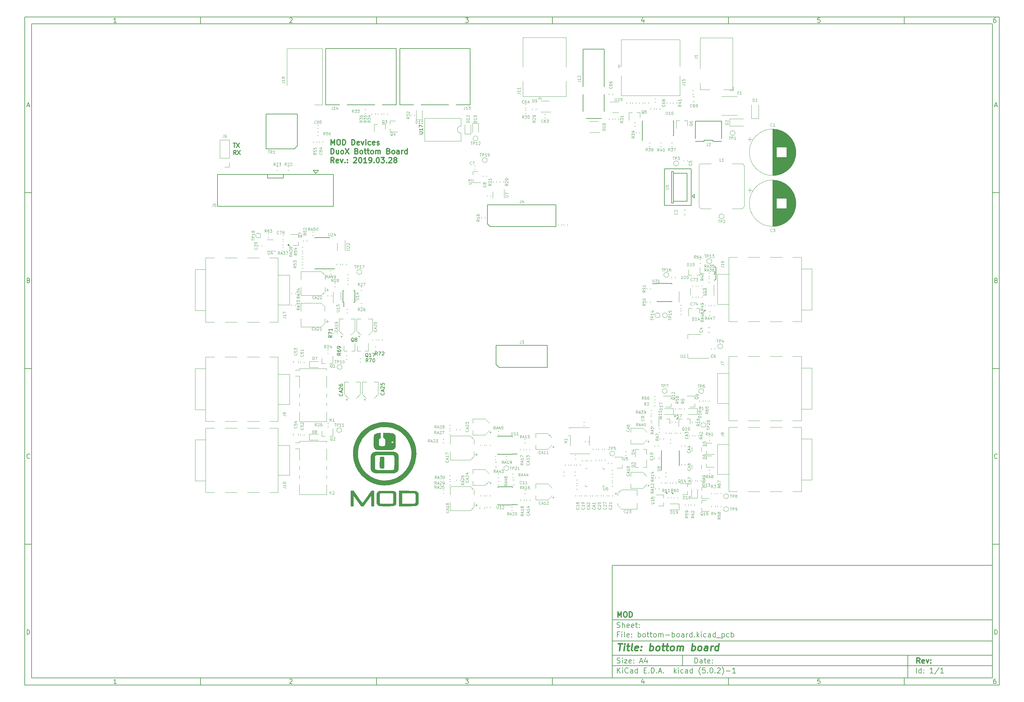
<source format=gbr>
G04 #@! TF.GenerationSoftware,KiCad,Pcbnew,(5.0.2)-1*
G04 #@! TF.CreationDate,2019-03-28T12:39:04+01:00*
G04 #@! TF.ProjectId,bottom-board,626f7474-6f6d-42d6-926f-6172642e6b69,rev?*
G04 #@! TF.SameCoordinates,PX48111b4PY15fd6c8*
G04 #@! TF.FileFunction,Legend,Top*
G04 #@! TF.FilePolarity,Positive*
%FSLAX46Y46*%
G04 Gerber Fmt 4.6, Leading zero omitted, Abs format (unit mm)*
G04 Created by KiCad (PCBNEW (5.0.2)-1) date 28-3-2019 12:39:04*
%MOMM*%
%LPD*%
G01*
G04 APERTURE LIST*
%ADD10C,0.100000*%
%ADD11C,0.150000*%
%ADD12C,0.300000*%
%ADD13C,0.400000*%
%ADD14C,0.250000*%
%ADD15C,0.120000*%
G04 APERTURE END LIST*
D10*
D11*
X101434660Y-142949080D02*
X101434660Y-174949080D01*
X209434660Y-174949080D01*
X209434660Y-142949080D01*
X101434660Y-142949080D01*
D10*
D11*
X-65567540Y13058120D02*
X-65567540Y-176949080D01*
X211434660Y-176949080D01*
X211434660Y13058120D01*
X-65567540Y13058120D01*
D10*
D11*
X-63567540Y11058120D02*
X-63567540Y-174949080D01*
X209434660Y-174949080D01*
X209434660Y11058120D01*
X-63567540Y11058120D01*
D10*
D11*
X-15567540Y11058120D02*
X-15567540Y13058120D01*
D10*
D11*
X34432460Y11058120D02*
X34432460Y13058120D01*
D10*
D11*
X84432460Y11058120D02*
X84432460Y13058120D01*
D10*
D11*
X134432460Y11058120D02*
X134432460Y13058120D01*
D10*
D11*
X184432460Y11058120D02*
X184432460Y13058120D01*
D10*
D11*
X-39502064Y11470025D02*
X-40244921Y11470025D01*
X-39873493Y11470025D02*
X-39873493Y12770025D01*
X-39997302Y12584311D01*
X-40121112Y12460501D01*
X-40244921Y12398597D01*
D10*
D11*
X9755079Y12646216D02*
X9816983Y12708120D01*
X9940793Y12770025D01*
X10250317Y12770025D01*
X10374126Y12708120D01*
X10436031Y12646216D01*
X10497936Y12522406D01*
X10497936Y12398597D01*
X10436031Y12212882D01*
X9693174Y11470025D01*
X10497936Y11470025D01*
D10*
D11*
X59693174Y12770025D02*
X60497936Y12770025D01*
X60064602Y12274787D01*
X60250317Y12274787D01*
X60374126Y12212882D01*
X60436031Y12150978D01*
X60497936Y12027168D01*
X60497936Y11717644D01*
X60436031Y11593835D01*
X60374126Y11531930D01*
X60250317Y11470025D01*
X59878888Y11470025D01*
X59755079Y11531930D01*
X59693174Y11593835D01*
D10*
D11*
X110374126Y12336692D02*
X110374126Y11470025D01*
X110064602Y12831930D02*
X109755079Y11903359D01*
X110559840Y11903359D01*
D10*
D11*
X160436031Y12770025D02*
X159816983Y12770025D01*
X159755079Y12150978D01*
X159816983Y12212882D01*
X159940793Y12274787D01*
X160250317Y12274787D01*
X160374126Y12212882D01*
X160436031Y12150978D01*
X160497936Y12027168D01*
X160497936Y11717644D01*
X160436031Y11593835D01*
X160374126Y11531930D01*
X160250317Y11470025D01*
X159940793Y11470025D01*
X159816983Y11531930D01*
X159755079Y11593835D01*
D10*
D11*
X210374126Y12770025D02*
X210126507Y12770025D01*
X210002698Y12708120D01*
X209940793Y12646216D01*
X209816983Y12460501D01*
X209755079Y12212882D01*
X209755079Y11717644D01*
X209816983Y11593835D01*
X209878888Y11531930D01*
X210002698Y11470025D01*
X210250317Y11470025D01*
X210374126Y11531930D01*
X210436031Y11593835D01*
X210497936Y11717644D01*
X210497936Y12027168D01*
X210436031Y12150978D01*
X210374126Y12212882D01*
X210250317Y12274787D01*
X210002698Y12274787D01*
X209878888Y12212882D01*
X209816983Y12150978D01*
X209755079Y12027168D01*
D10*
D11*
X-15567540Y-174949080D02*
X-15567540Y-176949080D01*
D10*
D11*
X34432460Y-174949080D02*
X34432460Y-176949080D01*
D10*
D11*
X84432460Y-174949080D02*
X84432460Y-176949080D01*
D10*
D11*
X134432460Y-174949080D02*
X134432460Y-176949080D01*
D10*
D11*
X184432460Y-174949080D02*
X184432460Y-176949080D01*
D10*
D11*
X-39502064Y-176537175D02*
X-40244921Y-176537175D01*
X-39873493Y-176537175D02*
X-39873493Y-175237175D01*
X-39997302Y-175422889D01*
X-40121112Y-175546699D01*
X-40244921Y-175608603D01*
D10*
D11*
X9755079Y-175360984D02*
X9816983Y-175299080D01*
X9940793Y-175237175D01*
X10250317Y-175237175D01*
X10374126Y-175299080D01*
X10436031Y-175360984D01*
X10497936Y-175484794D01*
X10497936Y-175608603D01*
X10436031Y-175794318D01*
X9693174Y-176537175D01*
X10497936Y-176537175D01*
D10*
D11*
X59693174Y-175237175D02*
X60497936Y-175237175D01*
X60064602Y-175732413D01*
X60250317Y-175732413D01*
X60374126Y-175794318D01*
X60436031Y-175856222D01*
X60497936Y-175980032D01*
X60497936Y-176289556D01*
X60436031Y-176413365D01*
X60374126Y-176475270D01*
X60250317Y-176537175D01*
X59878888Y-176537175D01*
X59755079Y-176475270D01*
X59693174Y-176413365D01*
D10*
D11*
X110374126Y-175670508D02*
X110374126Y-176537175D01*
X110064602Y-175175270D02*
X109755079Y-176103841D01*
X110559840Y-176103841D01*
D10*
D11*
X160436031Y-175237175D02*
X159816983Y-175237175D01*
X159755079Y-175856222D01*
X159816983Y-175794318D01*
X159940793Y-175732413D01*
X160250317Y-175732413D01*
X160374126Y-175794318D01*
X160436031Y-175856222D01*
X160497936Y-175980032D01*
X160497936Y-176289556D01*
X160436031Y-176413365D01*
X160374126Y-176475270D01*
X160250317Y-176537175D01*
X159940793Y-176537175D01*
X159816983Y-176475270D01*
X159755079Y-176413365D01*
D10*
D11*
X210374126Y-175237175D02*
X210126507Y-175237175D01*
X210002698Y-175299080D01*
X209940793Y-175360984D01*
X209816983Y-175546699D01*
X209755079Y-175794318D01*
X209755079Y-176289556D01*
X209816983Y-176413365D01*
X209878888Y-176475270D01*
X210002698Y-176537175D01*
X210250317Y-176537175D01*
X210374126Y-176475270D01*
X210436031Y-176413365D01*
X210497936Y-176289556D01*
X210497936Y-175980032D01*
X210436031Y-175856222D01*
X210374126Y-175794318D01*
X210250317Y-175732413D01*
X210002698Y-175732413D01*
X209878888Y-175794318D01*
X209816983Y-175856222D01*
X209755079Y-175980032D01*
D10*
D11*
X-65567540Y-36941880D02*
X-63567540Y-36941880D01*
D10*
D11*
X-65567540Y-86941880D02*
X-63567540Y-86941880D01*
D10*
D11*
X-65567540Y-136941880D02*
X-63567540Y-136941880D01*
D10*
D11*
X-64877064Y-12158546D02*
X-64258017Y-12158546D01*
X-65000874Y-12529975D02*
X-64567540Y-11229975D01*
X-64134207Y-12529975D01*
D10*
D11*
X-64474683Y-61849022D02*
X-64288969Y-61910927D01*
X-64227064Y-61972832D01*
X-64165160Y-62096641D01*
X-64165160Y-62282356D01*
X-64227064Y-62406165D01*
X-64288969Y-62468070D01*
X-64412779Y-62529975D01*
X-64908017Y-62529975D01*
X-64908017Y-61229975D01*
X-64474683Y-61229975D01*
X-64350874Y-61291880D01*
X-64288969Y-61353784D01*
X-64227064Y-61477594D01*
X-64227064Y-61601403D01*
X-64288969Y-61725213D01*
X-64350874Y-61787118D01*
X-64474683Y-61849022D01*
X-64908017Y-61849022D01*
D10*
D11*
X-64165160Y-112406165D02*
X-64227064Y-112468070D01*
X-64412779Y-112529975D01*
X-64536588Y-112529975D01*
X-64722302Y-112468070D01*
X-64846112Y-112344260D01*
X-64908017Y-112220451D01*
X-64969921Y-111972832D01*
X-64969921Y-111787118D01*
X-64908017Y-111539499D01*
X-64846112Y-111415689D01*
X-64722302Y-111291880D01*
X-64536588Y-111229975D01*
X-64412779Y-111229975D01*
X-64227064Y-111291880D01*
X-64165160Y-111353784D01*
D10*
D11*
X-64908017Y-162529975D02*
X-64908017Y-161229975D01*
X-64598493Y-161229975D01*
X-64412779Y-161291880D01*
X-64288969Y-161415689D01*
X-64227064Y-161539499D01*
X-64165160Y-161787118D01*
X-64165160Y-161972832D01*
X-64227064Y-162220451D01*
X-64288969Y-162344260D01*
X-64412779Y-162468070D01*
X-64598493Y-162529975D01*
X-64908017Y-162529975D01*
D10*
D11*
X211434660Y-36941880D02*
X209434660Y-36941880D01*
D10*
D11*
X211434660Y-86941880D02*
X209434660Y-86941880D01*
D10*
D11*
X211434660Y-136941880D02*
X209434660Y-136941880D01*
D10*
D11*
X210125136Y-12158546D02*
X210744183Y-12158546D01*
X210001326Y-12529975D02*
X210434660Y-11229975D01*
X210867993Y-12529975D01*
D10*
D11*
X210527517Y-61849022D02*
X210713231Y-61910927D01*
X210775136Y-61972832D01*
X210837040Y-62096641D01*
X210837040Y-62282356D01*
X210775136Y-62406165D01*
X210713231Y-62468070D01*
X210589421Y-62529975D01*
X210094183Y-62529975D01*
X210094183Y-61229975D01*
X210527517Y-61229975D01*
X210651326Y-61291880D01*
X210713231Y-61353784D01*
X210775136Y-61477594D01*
X210775136Y-61601403D01*
X210713231Y-61725213D01*
X210651326Y-61787118D01*
X210527517Y-61849022D01*
X210094183Y-61849022D01*
D10*
D11*
X210837040Y-112406165D02*
X210775136Y-112468070D01*
X210589421Y-112529975D01*
X210465612Y-112529975D01*
X210279898Y-112468070D01*
X210156088Y-112344260D01*
X210094183Y-112220451D01*
X210032279Y-111972832D01*
X210032279Y-111787118D01*
X210094183Y-111539499D01*
X210156088Y-111415689D01*
X210279898Y-111291880D01*
X210465612Y-111229975D01*
X210589421Y-111229975D01*
X210775136Y-111291880D01*
X210837040Y-111353784D01*
D10*
D11*
X210094183Y-162529975D02*
X210094183Y-161229975D01*
X210403707Y-161229975D01*
X210589421Y-161291880D01*
X210713231Y-161415689D01*
X210775136Y-161539499D01*
X210837040Y-161787118D01*
X210837040Y-161972832D01*
X210775136Y-162220451D01*
X210713231Y-162344260D01*
X210589421Y-162468070D01*
X210403707Y-162529975D01*
X210094183Y-162529975D01*
D10*
D11*
X124866802Y-170727651D02*
X124866802Y-169227651D01*
X125223945Y-169227651D01*
X125438231Y-169299080D01*
X125581088Y-169441937D01*
X125652517Y-169584794D01*
X125723945Y-169870508D01*
X125723945Y-170084794D01*
X125652517Y-170370508D01*
X125581088Y-170513365D01*
X125438231Y-170656222D01*
X125223945Y-170727651D01*
X124866802Y-170727651D01*
X127009660Y-170727651D02*
X127009660Y-169941937D01*
X126938231Y-169799080D01*
X126795374Y-169727651D01*
X126509660Y-169727651D01*
X126366802Y-169799080D01*
X127009660Y-170656222D02*
X126866802Y-170727651D01*
X126509660Y-170727651D01*
X126366802Y-170656222D01*
X126295374Y-170513365D01*
X126295374Y-170370508D01*
X126366802Y-170227651D01*
X126509660Y-170156222D01*
X126866802Y-170156222D01*
X127009660Y-170084794D01*
X127509660Y-169727651D02*
X128081088Y-169727651D01*
X127723945Y-169227651D02*
X127723945Y-170513365D01*
X127795374Y-170656222D01*
X127938231Y-170727651D01*
X128081088Y-170727651D01*
X129152517Y-170656222D02*
X129009660Y-170727651D01*
X128723945Y-170727651D01*
X128581088Y-170656222D01*
X128509660Y-170513365D01*
X128509660Y-169941937D01*
X128581088Y-169799080D01*
X128723945Y-169727651D01*
X129009660Y-169727651D01*
X129152517Y-169799080D01*
X129223945Y-169941937D01*
X129223945Y-170084794D01*
X128509660Y-170227651D01*
X129866802Y-170584794D02*
X129938231Y-170656222D01*
X129866802Y-170727651D01*
X129795374Y-170656222D01*
X129866802Y-170584794D01*
X129866802Y-170727651D01*
X129866802Y-169799080D02*
X129938231Y-169870508D01*
X129866802Y-169941937D01*
X129795374Y-169870508D01*
X129866802Y-169799080D01*
X129866802Y-169941937D01*
D10*
D11*
X101434660Y-171449080D02*
X209434660Y-171449080D01*
D10*
D11*
X102866802Y-173527651D02*
X102866802Y-172027651D01*
X103723945Y-173527651D02*
X103081088Y-172670508D01*
X103723945Y-172027651D02*
X102866802Y-172884794D01*
X104366802Y-173527651D02*
X104366802Y-172527651D01*
X104366802Y-172027651D02*
X104295374Y-172099080D01*
X104366802Y-172170508D01*
X104438231Y-172099080D01*
X104366802Y-172027651D01*
X104366802Y-172170508D01*
X105938231Y-173384794D02*
X105866802Y-173456222D01*
X105652517Y-173527651D01*
X105509660Y-173527651D01*
X105295374Y-173456222D01*
X105152517Y-173313365D01*
X105081088Y-173170508D01*
X105009660Y-172884794D01*
X105009660Y-172670508D01*
X105081088Y-172384794D01*
X105152517Y-172241937D01*
X105295374Y-172099080D01*
X105509660Y-172027651D01*
X105652517Y-172027651D01*
X105866802Y-172099080D01*
X105938231Y-172170508D01*
X107223945Y-173527651D02*
X107223945Y-172741937D01*
X107152517Y-172599080D01*
X107009660Y-172527651D01*
X106723945Y-172527651D01*
X106581088Y-172599080D01*
X107223945Y-173456222D02*
X107081088Y-173527651D01*
X106723945Y-173527651D01*
X106581088Y-173456222D01*
X106509660Y-173313365D01*
X106509660Y-173170508D01*
X106581088Y-173027651D01*
X106723945Y-172956222D01*
X107081088Y-172956222D01*
X107223945Y-172884794D01*
X108581088Y-173527651D02*
X108581088Y-172027651D01*
X108581088Y-173456222D02*
X108438231Y-173527651D01*
X108152517Y-173527651D01*
X108009660Y-173456222D01*
X107938231Y-173384794D01*
X107866802Y-173241937D01*
X107866802Y-172813365D01*
X107938231Y-172670508D01*
X108009660Y-172599080D01*
X108152517Y-172527651D01*
X108438231Y-172527651D01*
X108581088Y-172599080D01*
X110438231Y-172741937D02*
X110938231Y-172741937D01*
X111152517Y-173527651D02*
X110438231Y-173527651D01*
X110438231Y-172027651D01*
X111152517Y-172027651D01*
X111795374Y-173384794D02*
X111866802Y-173456222D01*
X111795374Y-173527651D01*
X111723945Y-173456222D01*
X111795374Y-173384794D01*
X111795374Y-173527651D01*
X112509660Y-173527651D02*
X112509660Y-172027651D01*
X112866802Y-172027651D01*
X113081088Y-172099080D01*
X113223945Y-172241937D01*
X113295374Y-172384794D01*
X113366802Y-172670508D01*
X113366802Y-172884794D01*
X113295374Y-173170508D01*
X113223945Y-173313365D01*
X113081088Y-173456222D01*
X112866802Y-173527651D01*
X112509660Y-173527651D01*
X114009660Y-173384794D02*
X114081088Y-173456222D01*
X114009660Y-173527651D01*
X113938231Y-173456222D01*
X114009660Y-173384794D01*
X114009660Y-173527651D01*
X114652517Y-173099080D02*
X115366802Y-173099080D01*
X114509660Y-173527651D02*
X115009660Y-172027651D01*
X115509660Y-173527651D01*
X116009660Y-173384794D02*
X116081088Y-173456222D01*
X116009660Y-173527651D01*
X115938231Y-173456222D01*
X116009660Y-173384794D01*
X116009660Y-173527651D01*
X119009660Y-173527651D02*
X119009660Y-172027651D01*
X119152517Y-172956222D02*
X119581088Y-173527651D01*
X119581088Y-172527651D02*
X119009660Y-173099080D01*
X120223945Y-173527651D02*
X120223945Y-172527651D01*
X120223945Y-172027651D02*
X120152517Y-172099080D01*
X120223945Y-172170508D01*
X120295374Y-172099080D01*
X120223945Y-172027651D01*
X120223945Y-172170508D01*
X121581088Y-173456222D02*
X121438231Y-173527651D01*
X121152517Y-173527651D01*
X121009660Y-173456222D01*
X120938231Y-173384794D01*
X120866802Y-173241937D01*
X120866802Y-172813365D01*
X120938231Y-172670508D01*
X121009660Y-172599080D01*
X121152517Y-172527651D01*
X121438231Y-172527651D01*
X121581088Y-172599080D01*
X122866802Y-173527651D02*
X122866802Y-172741937D01*
X122795374Y-172599080D01*
X122652517Y-172527651D01*
X122366802Y-172527651D01*
X122223945Y-172599080D01*
X122866802Y-173456222D02*
X122723945Y-173527651D01*
X122366802Y-173527651D01*
X122223945Y-173456222D01*
X122152517Y-173313365D01*
X122152517Y-173170508D01*
X122223945Y-173027651D01*
X122366802Y-172956222D01*
X122723945Y-172956222D01*
X122866802Y-172884794D01*
X124223945Y-173527651D02*
X124223945Y-172027651D01*
X124223945Y-173456222D02*
X124081088Y-173527651D01*
X123795374Y-173527651D01*
X123652517Y-173456222D01*
X123581088Y-173384794D01*
X123509660Y-173241937D01*
X123509660Y-172813365D01*
X123581088Y-172670508D01*
X123652517Y-172599080D01*
X123795374Y-172527651D01*
X124081088Y-172527651D01*
X124223945Y-172599080D01*
X126509660Y-174099080D02*
X126438231Y-174027651D01*
X126295374Y-173813365D01*
X126223945Y-173670508D01*
X126152517Y-173456222D01*
X126081088Y-173099080D01*
X126081088Y-172813365D01*
X126152517Y-172456222D01*
X126223945Y-172241937D01*
X126295374Y-172099080D01*
X126438231Y-171884794D01*
X126509660Y-171813365D01*
X127795374Y-172027651D02*
X127081088Y-172027651D01*
X127009660Y-172741937D01*
X127081088Y-172670508D01*
X127223945Y-172599080D01*
X127581088Y-172599080D01*
X127723945Y-172670508D01*
X127795374Y-172741937D01*
X127866802Y-172884794D01*
X127866802Y-173241937D01*
X127795374Y-173384794D01*
X127723945Y-173456222D01*
X127581088Y-173527651D01*
X127223945Y-173527651D01*
X127081088Y-173456222D01*
X127009660Y-173384794D01*
X128509660Y-173384794D02*
X128581088Y-173456222D01*
X128509660Y-173527651D01*
X128438231Y-173456222D01*
X128509660Y-173384794D01*
X128509660Y-173527651D01*
X129509660Y-172027651D02*
X129652517Y-172027651D01*
X129795374Y-172099080D01*
X129866802Y-172170508D01*
X129938231Y-172313365D01*
X130009660Y-172599080D01*
X130009660Y-172956222D01*
X129938231Y-173241937D01*
X129866802Y-173384794D01*
X129795374Y-173456222D01*
X129652517Y-173527651D01*
X129509660Y-173527651D01*
X129366802Y-173456222D01*
X129295374Y-173384794D01*
X129223945Y-173241937D01*
X129152517Y-172956222D01*
X129152517Y-172599080D01*
X129223945Y-172313365D01*
X129295374Y-172170508D01*
X129366802Y-172099080D01*
X129509660Y-172027651D01*
X130652517Y-173384794D02*
X130723945Y-173456222D01*
X130652517Y-173527651D01*
X130581088Y-173456222D01*
X130652517Y-173384794D01*
X130652517Y-173527651D01*
X131295374Y-172170508D02*
X131366802Y-172099080D01*
X131509660Y-172027651D01*
X131866802Y-172027651D01*
X132009660Y-172099080D01*
X132081088Y-172170508D01*
X132152517Y-172313365D01*
X132152517Y-172456222D01*
X132081088Y-172670508D01*
X131223945Y-173527651D01*
X132152517Y-173527651D01*
X132652517Y-174099080D02*
X132723945Y-174027651D01*
X132866802Y-173813365D01*
X132938231Y-173670508D01*
X133009660Y-173456222D01*
X133081088Y-173099080D01*
X133081088Y-172813365D01*
X133009660Y-172456222D01*
X132938231Y-172241937D01*
X132866802Y-172099080D01*
X132723945Y-171884794D01*
X132652517Y-171813365D01*
X133795374Y-172956222D02*
X134938231Y-172956222D01*
X136438231Y-173527651D02*
X135581088Y-173527651D01*
X136009660Y-173527651D02*
X136009660Y-172027651D01*
X135866802Y-172241937D01*
X135723945Y-172384794D01*
X135581088Y-172456222D01*
D10*
D11*
X101434660Y-168449080D02*
X209434660Y-168449080D01*
D10*
D12*
X188843945Y-170727651D02*
X188343945Y-170013365D01*
X187986802Y-170727651D02*
X187986802Y-169227651D01*
X188558231Y-169227651D01*
X188701088Y-169299080D01*
X188772517Y-169370508D01*
X188843945Y-169513365D01*
X188843945Y-169727651D01*
X188772517Y-169870508D01*
X188701088Y-169941937D01*
X188558231Y-170013365D01*
X187986802Y-170013365D01*
X190058231Y-170656222D02*
X189915374Y-170727651D01*
X189629660Y-170727651D01*
X189486802Y-170656222D01*
X189415374Y-170513365D01*
X189415374Y-169941937D01*
X189486802Y-169799080D01*
X189629660Y-169727651D01*
X189915374Y-169727651D01*
X190058231Y-169799080D01*
X190129660Y-169941937D01*
X190129660Y-170084794D01*
X189415374Y-170227651D01*
X190629660Y-169727651D02*
X190986802Y-170727651D01*
X191343945Y-169727651D01*
X191915374Y-170584794D02*
X191986802Y-170656222D01*
X191915374Y-170727651D01*
X191843945Y-170656222D01*
X191915374Y-170584794D01*
X191915374Y-170727651D01*
X191915374Y-169799080D02*
X191986802Y-169870508D01*
X191915374Y-169941937D01*
X191843945Y-169870508D01*
X191915374Y-169799080D01*
X191915374Y-169941937D01*
D10*
D11*
X102795374Y-170656222D02*
X103009660Y-170727651D01*
X103366802Y-170727651D01*
X103509660Y-170656222D01*
X103581088Y-170584794D01*
X103652517Y-170441937D01*
X103652517Y-170299080D01*
X103581088Y-170156222D01*
X103509660Y-170084794D01*
X103366802Y-170013365D01*
X103081088Y-169941937D01*
X102938231Y-169870508D01*
X102866802Y-169799080D01*
X102795374Y-169656222D01*
X102795374Y-169513365D01*
X102866802Y-169370508D01*
X102938231Y-169299080D01*
X103081088Y-169227651D01*
X103438231Y-169227651D01*
X103652517Y-169299080D01*
X104295374Y-170727651D02*
X104295374Y-169727651D01*
X104295374Y-169227651D02*
X104223945Y-169299080D01*
X104295374Y-169370508D01*
X104366802Y-169299080D01*
X104295374Y-169227651D01*
X104295374Y-169370508D01*
X104866802Y-169727651D02*
X105652517Y-169727651D01*
X104866802Y-170727651D01*
X105652517Y-170727651D01*
X106795374Y-170656222D02*
X106652517Y-170727651D01*
X106366802Y-170727651D01*
X106223945Y-170656222D01*
X106152517Y-170513365D01*
X106152517Y-169941937D01*
X106223945Y-169799080D01*
X106366802Y-169727651D01*
X106652517Y-169727651D01*
X106795374Y-169799080D01*
X106866802Y-169941937D01*
X106866802Y-170084794D01*
X106152517Y-170227651D01*
X107509660Y-170584794D02*
X107581088Y-170656222D01*
X107509660Y-170727651D01*
X107438231Y-170656222D01*
X107509660Y-170584794D01*
X107509660Y-170727651D01*
X107509660Y-169799080D02*
X107581088Y-169870508D01*
X107509660Y-169941937D01*
X107438231Y-169870508D01*
X107509660Y-169799080D01*
X107509660Y-169941937D01*
X109295374Y-170299080D02*
X110009660Y-170299080D01*
X109152517Y-170727651D02*
X109652517Y-169227651D01*
X110152517Y-170727651D01*
X111295374Y-169727651D02*
X111295374Y-170727651D01*
X110938231Y-169156222D02*
X110581088Y-170227651D01*
X111509660Y-170227651D01*
D10*
D11*
X187866802Y-173527651D02*
X187866802Y-172027651D01*
X189223945Y-173527651D02*
X189223945Y-172027651D01*
X189223945Y-173456222D02*
X189081088Y-173527651D01*
X188795374Y-173527651D01*
X188652517Y-173456222D01*
X188581088Y-173384794D01*
X188509660Y-173241937D01*
X188509660Y-172813365D01*
X188581088Y-172670508D01*
X188652517Y-172599080D01*
X188795374Y-172527651D01*
X189081088Y-172527651D01*
X189223945Y-172599080D01*
X189938231Y-173384794D02*
X190009660Y-173456222D01*
X189938231Y-173527651D01*
X189866802Y-173456222D01*
X189938231Y-173384794D01*
X189938231Y-173527651D01*
X189938231Y-172599080D02*
X190009660Y-172670508D01*
X189938231Y-172741937D01*
X189866802Y-172670508D01*
X189938231Y-172599080D01*
X189938231Y-172741937D01*
X192581088Y-173527651D02*
X191723945Y-173527651D01*
X192152517Y-173527651D02*
X192152517Y-172027651D01*
X192009660Y-172241937D01*
X191866802Y-172384794D01*
X191723945Y-172456222D01*
X194295374Y-171956222D02*
X193009660Y-173884794D01*
X195581088Y-173527651D02*
X194723945Y-173527651D01*
X195152517Y-173527651D02*
X195152517Y-172027651D01*
X195009660Y-172241937D01*
X194866802Y-172384794D01*
X194723945Y-172456222D01*
D10*
D11*
X101434660Y-164449080D02*
X209434660Y-164449080D01*
D10*
D13*
X103147040Y-165153841D02*
X104289898Y-165153841D01*
X103468469Y-167153841D02*
X103718469Y-165153841D01*
X104706564Y-167153841D02*
X104873231Y-165820508D01*
X104956564Y-165153841D02*
X104849421Y-165249080D01*
X104932755Y-165344318D01*
X105039898Y-165249080D01*
X104956564Y-165153841D01*
X104932755Y-165344318D01*
X105539898Y-165820508D02*
X106301802Y-165820508D01*
X105908945Y-165153841D02*
X105694660Y-166868127D01*
X105766088Y-167058603D01*
X105944660Y-167153841D01*
X106135136Y-167153841D01*
X107087517Y-167153841D02*
X106908945Y-167058603D01*
X106837517Y-166868127D01*
X107051802Y-165153841D01*
X108623231Y-167058603D02*
X108420850Y-167153841D01*
X108039898Y-167153841D01*
X107861326Y-167058603D01*
X107789898Y-166868127D01*
X107885136Y-166106222D01*
X108004183Y-165915746D01*
X108206564Y-165820508D01*
X108587517Y-165820508D01*
X108766088Y-165915746D01*
X108837517Y-166106222D01*
X108813707Y-166296699D01*
X107837517Y-166487175D01*
X109587517Y-166963365D02*
X109670850Y-167058603D01*
X109563707Y-167153841D01*
X109480374Y-167058603D01*
X109587517Y-166963365D01*
X109563707Y-167153841D01*
X109718469Y-165915746D02*
X109801802Y-166010984D01*
X109694660Y-166106222D01*
X109611326Y-166010984D01*
X109718469Y-165915746D01*
X109694660Y-166106222D01*
X112039898Y-167153841D02*
X112289898Y-165153841D01*
X112194660Y-165915746D02*
X112397040Y-165820508D01*
X112777993Y-165820508D01*
X112956564Y-165915746D01*
X113039898Y-166010984D01*
X113111326Y-166201460D01*
X113039898Y-166772889D01*
X112920850Y-166963365D01*
X112813707Y-167058603D01*
X112611326Y-167153841D01*
X112230374Y-167153841D01*
X112051802Y-167058603D01*
X114135136Y-167153841D02*
X113956564Y-167058603D01*
X113873231Y-166963365D01*
X113801802Y-166772889D01*
X113873231Y-166201460D01*
X113992279Y-166010984D01*
X114099421Y-165915746D01*
X114301802Y-165820508D01*
X114587517Y-165820508D01*
X114766088Y-165915746D01*
X114849421Y-166010984D01*
X114920850Y-166201460D01*
X114849421Y-166772889D01*
X114730374Y-166963365D01*
X114623231Y-167058603D01*
X114420850Y-167153841D01*
X114135136Y-167153841D01*
X115539898Y-165820508D02*
X116301802Y-165820508D01*
X115908945Y-165153841D02*
X115694660Y-166868127D01*
X115766088Y-167058603D01*
X115944660Y-167153841D01*
X116135136Y-167153841D01*
X116682755Y-165820508D02*
X117444660Y-165820508D01*
X117051802Y-165153841D02*
X116837517Y-166868127D01*
X116908945Y-167058603D01*
X117087517Y-167153841D01*
X117277993Y-167153841D01*
X118230374Y-167153841D02*
X118051802Y-167058603D01*
X117968469Y-166963365D01*
X117897040Y-166772889D01*
X117968469Y-166201460D01*
X118087517Y-166010984D01*
X118194660Y-165915746D01*
X118397040Y-165820508D01*
X118682755Y-165820508D01*
X118861326Y-165915746D01*
X118944660Y-166010984D01*
X119016088Y-166201460D01*
X118944660Y-166772889D01*
X118825612Y-166963365D01*
X118718469Y-167058603D01*
X118516088Y-167153841D01*
X118230374Y-167153841D01*
X119754183Y-167153841D02*
X119920850Y-165820508D01*
X119897040Y-166010984D02*
X120004183Y-165915746D01*
X120206564Y-165820508D01*
X120492279Y-165820508D01*
X120670850Y-165915746D01*
X120742279Y-166106222D01*
X120611326Y-167153841D01*
X120742279Y-166106222D02*
X120861326Y-165915746D01*
X121063707Y-165820508D01*
X121349421Y-165820508D01*
X121527993Y-165915746D01*
X121599421Y-166106222D01*
X121468469Y-167153841D01*
X123944660Y-167153841D02*
X124194660Y-165153841D01*
X124099421Y-165915746D02*
X124301802Y-165820508D01*
X124682755Y-165820508D01*
X124861326Y-165915746D01*
X124944660Y-166010984D01*
X125016088Y-166201460D01*
X124944660Y-166772889D01*
X124825612Y-166963365D01*
X124718469Y-167058603D01*
X124516088Y-167153841D01*
X124135136Y-167153841D01*
X123956564Y-167058603D01*
X126039898Y-167153841D02*
X125861326Y-167058603D01*
X125777993Y-166963365D01*
X125706564Y-166772889D01*
X125777993Y-166201460D01*
X125897040Y-166010984D01*
X126004183Y-165915746D01*
X126206564Y-165820508D01*
X126492279Y-165820508D01*
X126670850Y-165915746D01*
X126754183Y-166010984D01*
X126825612Y-166201460D01*
X126754183Y-166772889D01*
X126635136Y-166963365D01*
X126527993Y-167058603D01*
X126325612Y-167153841D01*
X126039898Y-167153841D01*
X128420850Y-167153841D02*
X128551802Y-166106222D01*
X128480374Y-165915746D01*
X128301802Y-165820508D01*
X127920850Y-165820508D01*
X127718469Y-165915746D01*
X128432755Y-167058603D02*
X128230374Y-167153841D01*
X127754183Y-167153841D01*
X127575612Y-167058603D01*
X127504183Y-166868127D01*
X127527993Y-166677651D01*
X127647040Y-166487175D01*
X127849421Y-166391937D01*
X128325612Y-166391937D01*
X128527993Y-166296699D01*
X129373231Y-167153841D02*
X129539898Y-165820508D01*
X129492279Y-166201460D02*
X129611326Y-166010984D01*
X129718469Y-165915746D01*
X129920850Y-165820508D01*
X130111326Y-165820508D01*
X131468469Y-167153841D02*
X131718469Y-165153841D01*
X131480374Y-167058603D02*
X131277993Y-167153841D01*
X130897040Y-167153841D01*
X130718469Y-167058603D01*
X130635136Y-166963365D01*
X130563707Y-166772889D01*
X130635136Y-166201460D01*
X130754183Y-166010984D01*
X130861326Y-165915746D01*
X131063707Y-165820508D01*
X131444660Y-165820508D01*
X131623231Y-165915746D01*
D10*
D11*
X103366802Y-162541937D02*
X102866802Y-162541937D01*
X102866802Y-163327651D02*
X102866802Y-161827651D01*
X103581088Y-161827651D01*
X104152517Y-163327651D02*
X104152517Y-162327651D01*
X104152517Y-161827651D02*
X104081088Y-161899080D01*
X104152517Y-161970508D01*
X104223945Y-161899080D01*
X104152517Y-161827651D01*
X104152517Y-161970508D01*
X105081088Y-163327651D02*
X104938231Y-163256222D01*
X104866802Y-163113365D01*
X104866802Y-161827651D01*
X106223945Y-163256222D02*
X106081088Y-163327651D01*
X105795374Y-163327651D01*
X105652517Y-163256222D01*
X105581088Y-163113365D01*
X105581088Y-162541937D01*
X105652517Y-162399080D01*
X105795374Y-162327651D01*
X106081088Y-162327651D01*
X106223945Y-162399080D01*
X106295374Y-162541937D01*
X106295374Y-162684794D01*
X105581088Y-162827651D01*
X106938231Y-163184794D02*
X107009660Y-163256222D01*
X106938231Y-163327651D01*
X106866802Y-163256222D01*
X106938231Y-163184794D01*
X106938231Y-163327651D01*
X106938231Y-162399080D02*
X107009660Y-162470508D01*
X106938231Y-162541937D01*
X106866802Y-162470508D01*
X106938231Y-162399080D01*
X106938231Y-162541937D01*
X108795374Y-163327651D02*
X108795374Y-161827651D01*
X108795374Y-162399080D02*
X108938231Y-162327651D01*
X109223945Y-162327651D01*
X109366802Y-162399080D01*
X109438231Y-162470508D01*
X109509660Y-162613365D01*
X109509660Y-163041937D01*
X109438231Y-163184794D01*
X109366802Y-163256222D01*
X109223945Y-163327651D01*
X108938231Y-163327651D01*
X108795374Y-163256222D01*
X110366802Y-163327651D02*
X110223945Y-163256222D01*
X110152517Y-163184794D01*
X110081088Y-163041937D01*
X110081088Y-162613365D01*
X110152517Y-162470508D01*
X110223945Y-162399080D01*
X110366802Y-162327651D01*
X110581088Y-162327651D01*
X110723945Y-162399080D01*
X110795374Y-162470508D01*
X110866802Y-162613365D01*
X110866802Y-163041937D01*
X110795374Y-163184794D01*
X110723945Y-163256222D01*
X110581088Y-163327651D01*
X110366802Y-163327651D01*
X111295374Y-162327651D02*
X111866802Y-162327651D01*
X111509660Y-161827651D02*
X111509660Y-163113365D01*
X111581088Y-163256222D01*
X111723945Y-163327651D01*
X111866802Y-163327651D01*
X112152517Y-162327651D02*
X112723945Y-162327651D01*
X112366802Y-161827651D02*
X112366802Y-163113365D01*
X112438231Y-163256222D01*
X112581088Y-163327651D01*
X112723945Y-163327651D01*
X113438231Y-163327651D02*
X113295374Y-163256222D01*
X113223945Y-163184794D01*
X113152517Y-163041937D01*
X113152517Y-162613365D01*
X113223945Y-162470508D01*
X113295374Y-162399080D01*
X113438231Y-162327651D01*
X113652517Y-162327651D01*
X113795374Y-162399080D01*
X113866802Y-162470508D01*
X113938231Y-162613365D01*
X113938231Y-163041937D01*
X113866802Y-163184794D01*
X113795374Y-163256222D01*
X113652517Y-163327651D01*
X113438231Y-163327651D01*
X114581088Y-163327651D02*
X114581088Y-162327651D01*
X114581088Y-162470508D02*
X114652517Y-162399080D01*
X114795374Y-162327651D01*
X115009660Y-162327651D01*
X115152517Y-162399080D01*
X115223945Y-162541937D01*
X115223945Y-163327651D01*
X115223945Y-162541937D02*
X115295374Y-162399080D01*
X115438231Y-162327651D01*
X115652517Y-162327651D01*
X115795374Y-162399080D01*
X115866802Y-162541937D01*
X115866802Y-163327651D01*
X116581088Y-162756222D02*
X117723945Y-162756222D01*
X118438231Y-163327651D02*
X118438231Y-161827651D01*
X118438231Y-162399080D02*
X118581088Y-162327651D01*
X118866802Y-162327651D01*
X119009660Y-162399080D01*
X119081088Y-162470508D01*
X119152517Y-162613365D01*
X119152517Y-163041937D01*
X119081088Y-163184794D01*
X119009660Y-163256222D01*
X118866802Y-163327651D01*
X118581088Y-163327651D01*
X118438231Y-163256222D01*
X120009660Y-163327651D02*
X119866802Y-163256222D01*
X119795374Y-163184794D01*
X119723945Y-163041937D01*
X119723945Y-162613365D01*
X119795374Y-162470508D01*
X119866802Y-162399080D01*
X120009660Y-162327651D01*
X120223945Y-162327651D01*
X120366802Y-162399080D01*
X120438231Y-162470508D01*
X120509660Y-162613365D01*
X120509660Y-163041937D01*
X120438231Y-163184794D01*
X120366802Y-163256222D01*
X120223945Y-163327651D01*
X120009660Y-163327651D01*
X121795374Y-163327651D02*
X121795374Y-162541937D01*
X121723945Y-162399080D01*
X121581088Y-162327651D01*
X121295374Y-162327651D01*
X121152517Y-162399080D01*
X121795374Y-163256222D02*
X121652517Y-163327651D01*
X121295374Y-163327651D01*
X121152517Y-163256222D01*
X121081088Y-163113365D01*
X121081088Y-162970508D01*
X121152517Y-162827651D01*
X121295374Y-162756222D01*
X121652517Y-162756222D01*
X121795374Y-162684794D01*
X122509660Y-163327651D02*
X122509660Y-162327651D01*
X122509660Y-162613365D02*
X122581088Y-162470508D01*
X122652517Y-162399080D01*
X122795374Y-162327651D01*
X122938231Y-162327651D01*
X124081088Y-163327651D02*
X124081088Y-161827651D01*
X124081088Y-163256222D02*
X123938231Y-163327651D01*
X123652517Y-163327651D01*
X123509660Y-163256222D01*
X123438231Y-163184794D01*
X123366802Y-163041937D01*
X123366802Y-162613365D01*
X123438231Y-162470508D01*
X123509660Y-162399080D01*
X123652517Y-162327651D01*
X123938231Y-162327651D01*
X124081088Y-162399080D01*
X124795374Y-163184794D02*
X124866802Y-163256222D01*
X124795374Y-163327651D01*
X124723945Y-163256222D01*
X124795374Y-163184794D01*
X124795374Y-163327651D01*
X125509660Y-163327651D02*
X125509660Y-161827651D01*
X125652517Y-162756222D02*
X126081088Y-163327651D01*
X126081088Y-162327651D02*
X125509660Y-162899080D01*
X126723945Y-163327651D02*
X126723945Y-162327651D01*
X126723945Y-161827651D02*
X126652517Y-161899080D01*
X126723945Y-161970508D01*
X126795374Y-161899080D01*
X126723945Y-161827651D01*
X126723945Y-161970508D01*
X128081088Y-163256222D02*
X127938231Y-163327651D01*
X127652517Y-163327651D01*
X127509660Y-163256222D01*
X127438231Y-163184794D01*
X127366802Y-163041937D01*
X127366802Y-162613365D01*
X127438231Y-162470508D01*
X127509660Y-162399080D01*
X127652517Y-162327651D01*
X127938231Y-162327651D01*
X128081088Y-162399080D01*
X129366802Y-163327651D02*
X129366802Y-162541937D01*
X129295374Y-162399080D01*
X129152517Y-162327651D01*
X128866802Y-162327651D01*
X128723945Y-162399080D01*
X129366802Y-163256222D02*
X129223945Y-163327651D01*
X128866802Y-163327651D01*
X128723945Y-163256222D01*
X128652517Y-163113365D01*
X128652517Y-162970508D01*
X128723945Y-162827651D01*
X128866802Y-162756222D01*
X129223945Y-162756222D01*
X129366802Y-162684794D01*
X130723945Y-163327651D02*
X130723945Y-161827651D01*
X130723945Y-163256222D02*
X130581088Y-163327651D01*
X130295374Y-163327651D01*
X130152517Y-163256222D01*
X130081088Y-163184794D01*
X130009660Y-163041937D01*
X130009660Y-162613365D01*
X130081088Y-162470508D01*
X130152517Y-162399080D01*
X130295374Y-162327651D01*
X130581088Y-162327651D01*
X130723945Y-162399080D01*
X131081088Y-163470508D02*
X132223945Y-163470508D01*
X132581088Y-162327651D02*
X132581088Y-163827651D01*
X132581088Y-162399080D02*
X132723945Y-162327651D01*
X133009660Y-162327651D01*
X133152517Y-162399080D01*
X133223945Y-162470508D01*
X133295374Y-162613365D01*
X133295374Y-163041937D01*
X133223945Y-163184794D01*
X133152517Y-163256222D01*
X133009660Y-163327651D01*
X132723945Y-163327651D01*
X132581088Y-163256222D01*
X134581088Y-163256222D02*
X134438231Y-163327651D01*
X134152517Y-163327651D01*
X134009660Y-163256222D01*
X133938231Y-163184794D01*
X133866802Y-163041937D01*
X133866802Y-162613365D01*
X133938231Y-162470508D01*
X134009660Y-162399080D01*
X134152517Y-162327651D01*
X134438231Y-162327651D01*
X134581088Y-162399080D01*
X135223945Y-163327651D02*
X135223945Y-161827651D01*
X135223945Y-162399080D02*
X135366802Y-162327651D01*
X135652517Y-162327651D01*
X135795374Y-162399080D01*
X135866802Y-162470508D01*
X135938231Y-162613365D01*
X135938231Y-163041937D01*
X135866802Y-163184794D01*
X135795374Y-163256222D01*
X135652517Y-163327651D01*
X135366802Y-163327651D01*
X135223945Y-163256222D01*
D10*
D11*
X101434660Y-158449080D02*
X209434660Y-158449080D01*
D10*
D11*
X102795374Y-160556222D02*
X103009660Y-160627651D01*
X103366802Y-160627651D01*
X103509660Y-160556222D01*
X103581088Y-160484794D01*
X103652517Y-160341937D01*
X103652517Y-160199080D01*
X103581088Y-160056222D01*
X103509660Y-159984794D01*
X103366802Y-159913365D01*
X103081088Y-159841937D01*
X102938231Y-159770508D01*
X102866802Y-159699080D01*
X102795374Y-159556222D01*
X102795374Y-159413365D01*
X102866802Y-159270508D01*
X102938231Y-159199080D01*
X103081088Y-159127651D01*
X103438231Y-159127651D01*
X103652517Y-159199080D01*
X104295374Y-160627651D02*
X104295374Y-159127651D01*
X104938231Y-160627651D02*
X104938231Y-159841937D01*
X104866802Y-159699080D01*
X104723945Y-159627651D01*
X104509660Y-159627651D01*
X104366802Y-159699080D01*
X104295374Y-159770508D01*
X106223945Y-160556222D02*
X106081088Y-160627651D01*
X105795374Y-160627651D01*
X105652517Y-160556222D01*
X105581088Y-160413365D01*
X105581088Y-159841937D01*
X105652517Y-159699080D01*
X105795374Y-159627651D01*
X106081088Y-159627651D01*
X106223945Y-159699080D01*
X106295374Y-159841937D01*
X106295374Y-159984794D01*
X105581088Y-160127651D01*
X107509660Y-160556222D02*
X107366802Y-160627651D01*
X107081088Y-160627651D01*
X106938231Y-160556222D01*
X106866802Y-160413365D01*
X106866802Y-159841937D01*
X106938231Y-159699080D01*
X107081088Y-159627651D01*
X107366802Y-159627651D01*
X107509660Y-159699080D01*
X107581088Y-159841937D01*
X107581088Y-159984794D01*
X106866802Y-160127651D01*
X108009660Y-159627651D02*
X108581088Y-159627651D01*
X108223945Y-159127651D02*
X108223945Y-160413365D01*
X108295374Y-160556222D01*
X108438231Y-160627651D01*
X108581088Y-160627651D01*
X109081088Y-160484794D02*
X109152517Y-160556222D01*
X109081088Y-160627651D01*
X109009660Y-160556222D01*
X109081088Y-160484794D01*
X109081088Y-160627651D01*
X109081088Y-159699080D02*
X109152517Y-159770508D01*
X109081088Y-159841937D01*
X109009660Y-159770508D01*
X109081088Y-159699080D01*
X109081088Y-159841937D01*
D10*
D12*
X102986802Y-157627651D02*
X102986802Y-156127651D01*
X103486802Y-157199080D01*
X103986802Y-156127651D01*
X103986802Y-157627651D01*
X104986802Y-156127651D02*
X105272517Y-156127651D01*
X105415374Y-156199080D01*
X105558231Y-156341937D01*
X105629660Y-156627651D01*
X105629660Y-157127651D01*
X105558231Y-157413365D01*
X105415374Y-157556222D01*
X105272517Y-157627651D01*
X104986802Y-157627651D01*
X104843945Y-157556222D01*
X104701088Y-157413365D01*
X104629660Y-157127651D01*
X104629660Y-156627651D01*
X104701088Y-156341937D01*
X104843945Y-156199080D01*
X104986802Y-156127651D01*
X106272517Y-157627651D02*
X106272517Y-156127651D01*
X106629660Y-156127651D01*
X106843945Y-156199080D01*
X106986802Y-156341937D01*
X107058231Y-156484794D01*
X107129660Y-156770508D01*
X107129660Y-156984794D01*
X107058231Y-157270508D01*
X106986802Y-157413365D01*
X106843945Y-157556222D01*
X106629660Y-157627651D01*
X106272517Y-157627651D01*
D10*
D11*
X121434660Y-168449080D02*
X121434660Y-171449080D01*
D10*
D11*
X185434660Y-168449080D02*
X185434660Y-174949080D01*
D14*
X-6398335Y-22813617D02*
X-5712620Y-22813617D01*
X-6055478Y-24013617D02*
X-6055478Y-22813617D01*
X-5426906Y-22813617D02*
X-4626906Y-24013617D01*
X-4626906Y-22813617D02*
X-5426906Y-24013617D01*
X-5541192Y-26063617D02*
X-5941192Y-25492188D01*
X-6226906Y-26063617D02*
X-6226906Y-24863617D01*
X-5769763Y-24863617D01*
X-5655478Y-24920760D01*
X-5598335Y-24977902D01*
X-5541192Y-25092188D01*
X-5541192Y-25263617D01*
X-5598335Y-25377902D01*
X-5655478Y-25435045D01*
X-5769763Y-25492188D01*
X-6226906Y-25492188D01*
X-5141192Y-24863617D02*
X-4341192Y-26063617D01*
X-4341192Y-24863617D02*
X-5141192Y-26063617D01*
D11*
X9306560Y-51955700D02*
X9306560Y-51681380D01*
X9306560Y-51681380D02*
X9580880Y-51681380D01*
X9763760Y-52138580D02*
X9306560Y-51681380D01*
X127845820Y-70548500D02*
X127759460Y-70462140D01*
X127845820Y-70304660D02*
X127845820Y-70548500D01*
X127391160Y-70759320D02*
X127845820Y-70304660D01*
X130576320Y-60012580D02*
X130355340Y-60233560D01*
X130576320Y-59453780D02*
X130576320Y-60012580D01*
X130429000Y-59306460D02*
X130576320Y-59453780D01*
X130569890Y-57908110D02*
X130886200Y-58224420D01*
X130886200Y-61429900D02*
X130467100Y-61849000D01*
X130886200Y-58226913D02*
X130886200Y-61429916D01*
X119852169Y-101113189D02*
X119946149Y-101197009D01*
X119806449Y-101374809D02*
X119852169Y-101113189D01*
X120238249Y-100943009D02*
X119806449Y-101374809D01*
X118653560Y-122311160D02*
X118559580Y-122394980D01*
X118699280Y-122572780D02*
X118653560Y-122311160D01*
X118267480Y-122140980D02*
X118699280Y-122572780D01*
X116939060Y-122285760D02*
X116845080Y-122369580D01*
X116984780Y-122547380D02*
X116939060Y-122285760D01*
X116552980Y-122115580D02*
X116984780Y-122547380D01*
D12*
X21504602Y-23330451D02*
X21504602Y-21830451D01*
X22004602Y-22901880D01*
X22504602Y-21830451D01*
X22504602Y-23330451D01*
X23504602Y-21830451D02*
X23790317Y-21830451D01*
X23933174Y-21901880D01*
X24076031Y-22044737D01*
X24147460Y-22330451D01*
X24147460Y-22830451D01*
X24076031Y-23116165D01*
X23933174Y-23259022D01*
X23790317Y-23330451D01*
X23504602Y-23330451D01*
X23361745Y-23259022D01*
X23218888Y-23116165D01*
X23147460Y-22830451D01*
X23147460Y-22330451D01*
X23218888Y-22044737D01*
X23361745Y-21901880D01*
X23504602Y-21830451D01*
X24790317Y-23330451D02*
X24790317Y-21830451D01*
X25147460Y-21830451D01*
X25361745Y-21901880D01*
X25504602Y-22044737D01*
X25576031Y-22187594D01*
X25647460Y-22473308D01*
X25647460Y-22687594D01*
X25576031Y-22973308D01*
X25504602Y-23116165D01*
X25361745Y-23259022D01*
X25147460Y-23330451D01*
X24790317Y-23330451D01*
X27433174Y-23330451D02*
X27433174Y-21830451D01*
X27790317Y-21830451D01*
X28004602Y-21901880D01*
X28147460Y-22044737D01*
X28218888Y-22187594D01*
X28290317Y-22473308D01*
X28290317Y-22687594D01*
X28218888Y-22973308D01*
X28147460Y-23116165D01*
X28004602Y-23259022D01*
X27790317Y-23330451D01*
X27433174Y-23330451D01*
X29504602Y-23259022D02*
X29361745Y-23330451D01*
X29076031Y-23330451D01*
X28933174Y-23259022D01*
X28861745Y-23116165D01*
X28861745Y-22544737D01*
X28933174Y-22401880D01*
X29076031Y-22330451D01*
X29361745Y-22330451D01*
X29504602Y-22401880D01*
X29576031Y-22544737D01*
X29576031Y-22687594D01*
X28861745Y-22830451D01*
X30076031Y-22330451D02*
X30433174Y-23330451D01*
X30790317Y-22330451D01*
X31361745Y-23330451D02*
X31361745Y-22330451D01*
X31361745Y-21830451D02*
X31290317Y-21901880D01*
X31361745Y-21973308D01*
X31433174Y-21901880D01*
X31361745Y-21830451D01*
X31361745Y-21973308D01*
X32718888Y-23259022D02*
X32576031Y-23330451D01*
X32290317Y-23330451D01*
X32147460Y-23259022D01*
X32076031Y-23187594D01*
X32004602Y-23044737D01*
X32004602Y-22616165D01*
X32076031Y-22473308D01*
X32147460Y-22401880D01*
X32290317Y-22330451D01*
X32576031Y-22330451D01*
X32718888Y-22401880D01*
X33933174Y-23259022D02*
X33790317Y-23330451D01*
X33504602Y-23330451D01*
X33361745Y-23259022D01*
X33290317Y-23116165D01*
X33290317Y-22544737D01*
X33361745Y-22401880D01*
X33504602Y-22330451D01*
X33790317Y-22330451D01*
X33933174Y-22401880D01*
X34004602Y-22544737D01*
X34004602Y-22687594D01*
X33290317Y-22830451D01*
X34576031Y-23259022D02*
X34718888Y-23330451D01*
X35004602Y-23330451D01*
X35147460Y-23259022D01*
X35218888Y-23116165D01*
X35218888Y-23044737D01*
X35147460Y-22901880D01*
X35004602Y-22830451D01*
X34790317Y-22830451D01*
X34647460Y-22759022D01*
X34576031Y-22616165D01*
X34576031Y-22544737D01*
X34647460Y-22401880D01*
X34790317Y-22330451D01*
X35004602Y-22330451D01*
X35147460Y-22401880D01*
X21504602Y-25880451D02*
X21504602Y-24380451D01*
X21861745Y-24380451D01*
X22076031Y-24451880D01*
X22218888Y-24594737D01*
X22290317Y-24737594D01*
X22361745Y-25023308D01*
X22361745Y-25237594D01*
X22290317Y-25523308D01*
X22218888Y-25666165D01*
X22076031Y-25809022D01*
X21861745Y-25880451D01*
X21504602Y-25880451D01*
X23647460Y-24880451D02*
X23647460Y-25880451D01*
X23004602Y-24880451D02*
X23004602Y-25666165D01*
X23076031Y-25809022D01*
X23218888Y-25880451D01*
X23433174Y-25880451D01*
X23576031Y-25809022D01*
X23647460Y-25737594D01*
X24576031Y-25880451D02*
X24433174Y-25809022D01*
X24361745Y-25737594D01*
X24290317Y-25594737D01*
X24290317Y-25166165D01*
X24361745Y-25023308D01*
X24433174Y-24951880D01*
X24576031Y-24880451D01*
X24790317Y-24880451D01*
X24933174Y-24951880D01*
X25004602Y-25023308D01*
X25076031Y-25166165D01*
X25076031Y-25594737D01*
X25004602Y-25737594D01*
X24933174Y-25809022D01*
X24790317Y-25880451D01*
X24576031Y-25880451D01*
X25576031Y-24380451D02*
X26576031Y-25880451D01*
X26576031Y-24380451D02*
X25576031Y-25880451D01*
X28790317Y-25094737D02*
X29004602Y-25166165D01*
X29076031Y-25237594D01*
X29147460Y-25380451D01*
X29147460Y-25594737D01*
X29076031Y-25737594D01*
X29004602Y-25809022D01*
X28861745Y-25880451D01*
X28290317Y-25880451D01*
X28290317Y-24380451D01*
X28790317Y-24380451D01*
X28933174Y-24451880D01*
X29004602Y-24523308D01*
X29076031Y-24666165D01*
X29076031Y-24809022D01*
X29004602Y-24951880D01*
X28933174Y-25023308D01*
X28790317Y-25094737D01*
X28290317Y-25094737D01*
X30004602Y-25880451D02*
X29861745Y-25809022D01*
X29790317Y-25737594D01*
X29718888Y-25594737D01*
X29718888Y-25166165D01*
X29790317Y-25023308D01*
X29861745Y-24951880D01*
X30004602Y-24880451D01*
X30218888Y-24880451D01*
X30361745Y-24951880D01*
X30433174Y-25023308D01*
X30504602Y-25166165D01*
X30504602Y-25594737D01*
X30433174Y-25737594D01*
X30361745Y-25809022D01*
X30218888Y-25880451D01*
X30004602Y-25880451D01*
X30933174Y-24880451D02*
X31504602Y-24880451D01*
X31147460Y-24380451D02*
X31147460Y-25666165D01*
X31218888Y-25809022D01*
X31361745Y-25880451D01*
X31504602Y-25880451D01*
X31790317Y-24880451D02*
X32361745Y-24880451D01*
X32004602Y-24380451D02*
X32004602Y-25666165D01*
X32076031Y-25809022D01*
X32218888Y-25880451D01*
X32361745Y-25880451D01*
X33076031Y-25880451D02*
X32933174Y-25809022D01*
X32861745Y-25737594D01*
X32790317Y-25594737D01*
X32790317Y-25166165D01*
X32861745Y-25023308D01*
X32933174Y-24951880D01*
X33076031Y-24880451D01*
X33290317Y-24880451D01*
X33433174Y-24951880D01*
X33504602Y-25023308D01*
X33576031Y-25166165D01*
X33576031Y-25594737D01*
X33504602Y-25737594D01*
X33433174Y-25809022D01*
X33290317Y-25880451D01*
X33076031Y-25880451D01*
X34218888Y-25880451D02*
X34218888Y-24880451D01*
X34218888Y-25023308D02*
X34290317Y-24951880D01*
X34433174Y-24880451D01*
X34647460Y-24880451D01*
X34790317Y-24951880D01*
X34861745Y-25094737D01*
X34861745Y-25880451D01*
X34861745Y-25094737D02*
X34933174Y-24951880D01*
X35076031Y-24880451D01*
X35290317Y-24880451D01*
X35433174Y-24951880D01*
X35504602Y-25094737D01*
X35504602Y-25880451D01*
X37861745Y-25094737D02*
X38076031Y-25166165D01*
X38147460Y-25237594D01*
X38218888Y-25380451D01*
X38218888Y-25594737D01*
X38147460Y-25737594D01*
X38076031Y-25809022D01*
X37933174Y-25880451D01*
X37361745Y-25880451D01*
X37361745Y-24380451D01*
X37861745Y-24380451D01*
X38004602Y-24451880D01*
X38076031Y-24523308D01*
X38147460Y-24666165D01*
X38147460Y-24809022D01*
X38076031Y-24951880D01*
X38004602Y-25023308D01*
X37861745Y-25094737D01*
X37361745Y-25094737D01*
X39076031Y-25880451D02*
X38933174Y-25809022D01*
X38861745Y-25737594D01*
X38790317Y-25594737D01*
X38790317Y-25166165D01*
X38861745Y-25023308D01*
X38933174Y-24951880D01*
X39076031Y-24880451D01*
X39290317Y-24880451D01*
X39433174Y-24951880D01*
X39504602Y-25023308D01*
X39576031Y-25166165D01*
X39576031Y-25594737D01*
X39504602Y-25737594D01*
X39433174Y-25809022D01*
X39290317Y-25880451D01*
X39076031Y-25880451D01*
X40861745Y-25880451D02*
X40861745Y-25094737D01*
X40790317Y-24951880D01*
X40647460Y-24880451D01*
X40361745Y-24880451D01*
X40218888Y-24951880D01*
X40861745Y-25809022D02*
X40718888Y-25880451D01*
X40361745Y-25880451D01*
X40218888Y-25809022D01*
X40147460Y-25666165D01*
X40147460Y-25523308D01*
X40218888Y-25380451D01*
X40361745Y-25309022D01*
X40718888Y-25309022D01*
X40861745Y-25237594D01*
X41576031Y-25880451D02*
X41576031Y-24880451D01*
X41576031Y-25166165D02*
X41647460Y-25023308D01*
X41718888Y-24951880D01*
X41861745Y-24880451D01*
X42004602Y-24880451D01*
X43147460Y-25880451D02*
X43147460Y-24380451D01*
X43147460Y-25809022D02*
X43004602Y-25880451D01*
X42718888Y-25880451D01*
X42576031Y-25809022D01*
X42504602Y-25737594D01*
X42433174Y-25594737D01*
X42433174Y-25166165D01*
X42504602Y-25023308D01*
X42576031Y-24951880D01*
X42718888Y-24880451D01*
X43004602Y-24880451D01*
X43147460Y-24951880D01*
X22361745Y-28430451D02*
X21861745Y-27716165D01*
X21504602Y-28430451D02*
X21504602Y-26930451D01*
X22076031Y-26930451D01*
X22218888Y-27001880D01*
X22290317Y-27073308D01*
X22361745Y-27216165D01*
X22361745Y-27430451D01*
X22290317Y-27573308D01*
X22218888Y-27644737D01*
X22076031Y-27716165D01*
X21504602Y-27716165D01*
X23576031Y-28359022D02*
X23433174Y-28430451D01*
X23147460Y-28430451D01*
X23004602Y-28359022D01*
X22933174Y-28216165D01*
X22933174Y-27644737D01*
X23004602Y-27501880D01*
X23147460Y-27430451D01*
X23433174Y-27430451D01*
X23576031Y-27501880D01*
X23647460Y-27644737D01*
X23647460Y-27787594D01*
X22933174Y-27930451D01*
X24147460Y-27430451D02*
X24504602Y-28430451D01*
X24861745Y-27430451D01*
X25433174Y-28287594D02*
X25504602Y-28359022D01*
X25433174Y-28430451D01*
X25361745Y-28359022D01*
X25433174Y-28287594D01*
X25433174Y-28430451D01*
X26147460Y-28287594D02*
X26218888Y-28359022D01*
X26147460Y-28430451D01*
X26076031Y-28359022D01*
X26147460Y-28287594D01*
X26147460Y-28430451D01*
X26147460Y-27501880D02*
X26218888Y-27573308D01*
X26147460Y-27644737D01*
X26076031Y-27573308D01*
X26147460Y-27501880D01*
X26147460Y-27644737D01*
X27933174Y-27073308D02*
X28004602Y-27001880D01*
X28147460Y-26930451D01*
X28504602Y-26930451D01*
X28647460Y-27001880D01*
X28718888Y-27073308D01*
X28790317Y-27216165D01*
X28790317Y-27359022D01*
X28718888Y-27573308D01*
X27861745Y-28430451D01*
X28790317Y-28430451D01*
X29718888Y-26930451D02*
X29861745Y-26930451D01*
X30004602Y-27001880D01*
X30076031Y-27073308D01*
X30147460Y-27216165D01*
X30218888Y-27501880D01*
X30218888Y-27859022D01*
X30147460Y-28144737D01*
X30076031Y-28287594D01*
X30004602Y-28359022D01*
X29861745Y-28430451D01*
X29718888Y-28430451D01*
X29576031Y-28359022D01*
X29504602Y-28287594D01*
X29433174Y-28144737D01*
X29361745Y-27859022D01*
X29361745Y-27501880D01*
X29433174Y-27216165D01*
X29504602Y-27073308D01*
X29576031Y-27001880D01*
X29718888Y-26930451D01*
X31647460Y-28430451D02*
X30790317Y-28430451D01*
X31218888Y-28430451D02*
X31218888Y-26930451D01*
X31076031Y-27144737D01*
X30933174Y-27287594D01*
X30790317Y-27359022D01*
X32361745Y-28430451D02*
X32647460Y-28430451D01*
X32790317Y-28359022D01*
X32861745Y-28287594D01*
X33004602Y-28073308D01*
X33076031Y-27787594D01*
X33076031Y-27216165D01*
X33004602Y-27073308D01*
X32933174Y-27001880D01*
X32790317Y-26930451D01*
X32504602Y-26930451D01*
X32361745Y-27001880D01*
X32290317Y-27073308D01*
X32218888Y-27216165D01*
X32218888Y-27573308D01*
X32290317Y-27716165D01*
X32361745Y-27787594D01*
X32504602Y-27859022D01*
X32790317Y-27859022D01*
X32933174Y-27787594D01*
X33004602Y-27716165D01*
X33076031Y-27573308D01*
X33718888Y-28287594D02*
X33790317Y-28359022D01*
X33718888Y-28430451D01*
X33647460Y-28359022D01*
X33718888Y-28287594D01*
X33718888Y-28430451D01*
X34718888Y-26930451D02*
X34861745Y-26930451D01*
X35004602Y-27001880D01*
X35076031Y-27073308D01*
X35147460Y-27216165D01*
X35218888Y-27501880D01*
X35218888Y-27859022D01*
X35147460Y-28144737D01*
X35076031Y-28287594D01*
X35004602Y-28359022D01*
X34861745Y-28430451D01*
X34718888Y-28430451D01*
X34576031Y-28359022D01*
X34504602Y-28287594D01*
X34433174Y-28144737D01*
X34361745Y-27859022D01*
X34361745Y-27501880D01*
X34433174Y-27216165D01*
X34504602Y-27073308D01*
X34576031Y-27001880D01*
X34718888Y-26930451D01*
X35718888Y-26930451D02*
X36647460Y-26930451D01*
X36147460Y-27501880D01*
X36361745Y-27501880D01*
X36504602Y-27573308D01*
X36576031Y-27644737D01*
X36647460Y-27787594D01*
X36647460Y-28144737D01*
X36576031Y-28287594D01*
X36504602Y-28359022D01*
X36361745Y-28430451D01*
X35933174Y-28430451D01*
X35790317Y-28359022D01*
X35718888Y-28287594D01*
X37290317Y-28287594D02*
X37361745Y-28359022D01*
X37290317Y-28430451D01*
X37218888Y-28359022D01*
X37290317Y-28287594D01*
X37290317Y-28430451D01*
X37933174Y-27073308D02*
X38004602Y-27001880D01*
X38147460Y-26930451D01*
X38504602Y-26930451D01*
X38647460Y-27001880D01*
X38718888Y-27073308D01*
X38790317Y-27216165D01*
X38790317Y-27359022D01*
X38718888Y-27573308D01*
X37861745Y-28430451D01*
X38790317Y-28430451D01*
X39647460Y-27573308D02*
X39504602Y-27501880D01*
X39433174Y-27430451D01*
X39361745Y-27287594D01*
X39361745Y-27216165D01*
X39433174Y-27073308D01*
X39504602Y-27001880D01*
X39647460Y-26930451D01*
X39933174Y-26930451D01*
X40076031Y-27001880D01*
X40147460Y-27073308D01*
X40218888Y-27216165D01*
X40218888Y-27287594D01*
X40147460Y-27430451D01*
X40076031Y-27501880D01*
X39933174Y-27573308D01*
X39647460Y-27573308D01*
X39504602Y-27644737D01*
X39433174Y-27716165D01*
X39361745Y-27859022D01*
X39361745Y-28144737D01*
X39433174Y-28287594D01*
X39504602Y-28359022D01*
X39647460Y-28430451D01*
X39933174Y-28430451D01*
X40076031Y-28359022D01*
X40147460Y-28287594D01*
X40218888Y-28144737D01*
X40218888Y-27859022D01*
X40147460Y-27716165D01*
X40076031Y-27644737D01*
X39933174Y-27573308D01*
D15*
G04 #@! TO.C,CA24*
X61816580Y-115649340D02*
X61816580Y-116849340D01*
X61816580Y-120169340D02*
X61816580Y-118969340D01*
X65272143Y-120169340D02*
X61816580Y-120169340D01*
X65272143Y-115649340D02*
X61816580Y-115649340D01*
X66336580Y-116713777D02*
X66336580Y-116849340D01*
X66336580Y-119104903D02*
X66336580Y-118969340D01*
X66336580Y-119104903D02*
X65272143Y-120169340D01*
X66336580Y-116713777D02*
X65272143Y-115649340D01*
X67076580Y-119469340D02*
X66576580Y-119469340D01*
X66826580Y-119719340D02*
X66826580Y-119219340D01*
G04 #@! TO.C,Q10*
X123474600Y-101228620D02*
X122544600Y-101228620D01*
X120314600Y-101228620D02*
X121244600Y-101228620D01*
X120314600Y-101228620D02*
X120314600Y-103388620D01*
X123474600Y-101228620D02*
X123474600Y-102688620D01*
G04 #@! TO.C,R28*
X22789099Y-62675040D02*
X22463541Y-62675040D01*
X22789099Y-63695040D02*
X22463541Y-63695040D01*
G04 #@! TO.C,U20*
X120396520Y-65064640D02*
X120396520Y-68064640D01*
X123636520Y-64064640D02*
X123636520Y-66064640D01*
G04 #@! TO.C,D14*
X126266060Y-69813140D02*
X126266060Y-71273140D01*
X123106060Y-69813140D02*
X123106060Y-71973140D01*
X123106060Y-69813140D02*
X124036060Y-69813140D01*
X126266060Y-69813140D02*
X125336060Y-69813140D01*
G04 #@! TO.C,RA36*
X129131179Y-60809600D02*
X128805621Y-60809600D01*
X129131179Y-59789600D02*
X128805621Y-59789600D01*
G04 #@! TO.C,R57*
X119348980Y-102018781D02*
X119348980Y-102344339D01*
X118328980Y-102018781D02*
X118328980Y-102344339D01*
G04 #@! TO.C,C62*
X21566600Y-66055021D02*
X21566600Y-66380579D01*
X20546600Y-66055021D02*
X20546600Y-66380579D01*
G04 #@! TO.C,C59*
X26215559Y-70132480D02*
X25890001Y-70132480D01*
X26215559Y-71152480D02*
X25890001Y-71152480D01*
D11*
G04 #@! TO.C,U14*
X24875620Y-68108700D02*
X25100620Y-68108700D01*
X24875620Y-64758700D02*
X25175620Y-64758700D01*
X28225620Y-64758700D02*
X27925620Y-64758700D01*
X28225620Y-68108700D02*
X27925620Y-68108700D01*
X24875620Y-68108700D02*
X24875620Y-64758700D01*
X28225620Y-68108700D02*
X28225620Y-64758700D01*
X25100620Y-68108700D02*
X25100620Y-69333700D01*
D15*
G04 #@! TO.C,CA22*
X20421670Y-64979250D02*
X20421670Y-64191750D01*
X20815420Y-64585500D02*
X20027920Y-64585500D01*
X19787920Y-60392437D02*
X18723483Y-59328000D01*
X19787920Y-65083563D02*
X18723483Y-66148000D01*
X19787920Y-65083563D02*
X19787920Y-63798000D01*
X19787920Y-60392437D02*
X19787920Y-61678000D01*
X18723483Y-59328000D02*
X12967920Y-59328000D01*
X18723483Y-66148000D02*
X12967920Y-66148000D01*
X12967920Y-66148000D02*
X12967920Y-63798000D01*
X12967920Y-59328000D02*
X12967920Y-61678000D01*
G04 #@! TO.C,RA34*
X11373580Y-65412401D02*
X11373580Y-65737959D01*
X10353580Y-65412401D02*
X10353580Y-65737959D01*
G04 #@! TO.C,U4*
X5089118Y-50261946D02*
X3289118Y-50261946D01*
X3289118Y-53481946D02*
X5739118Y-53481946D01*
G04 #@! TO.C,L1*
X138886400Y-40822320D02*
G75*
G02X138236400Y-41472320I-650000J0D01*
G01*
X126736400Y-41472320D02*
G75*
G02X126086400Y-40822320I0J650000D01*
G01*
X126086400Y-29322320D02*
G75*
G02X126736400Y-28672320I650000J0D01*
G01*
X138236400Y-28672320D02*
G75*
G02X138886400Y-29322320I0J-650000D01*
G01*
X129486400Y-41472320D02*
X126736400Y-41472320D01*
X129486400Y-28672320D02*
X126736400Y-28672320D01*
X138236400Y-41472320D02*
X135486400Y-41472320D01*
X126086400Y-40822320D02*
X126086400Y-29322320D01*
X138236400Y-28672320D02*
X135486400Y-28672320D01*
X138886400Y-29322320D02*
X138886400Y-40822320D01*
G04 #@! TO.C,X1*
X94935654Y-111087482D02*
X94935654Y-111147482D01*
X94935654Y-111147482D02*
X89455654Y-111147482D01*
X89455654Y-111147482D02*
X89455654Y-111087482D01*
X94935654Y-106007482D02*
X94935654Y-108887482D01*
X88995654Y-103807482D02*
X89455654Y-103807482D01*
X89455654Y-103807482D02*
X89455654Y-103747482D01*
X89455654Y-103747482D02*
X94935654Y-103747482D01*
X94935654Y-103747482D02*
X94935654Y-103807482D01*
X89455654Y-108887482D02*
X89455654Y-106007482D01*
X89455654Y-106007482D02*
X88995654Y-106007482D01*
G04 #@! TO.C,C17*
X93246895Y-102177522D02*
X93572453Y-102177522D01*
X93246895Y-103197522D02*
X93572453Y-103197522D01*
G04 #@! TO.C,R29*
X79724980Y-13335319D02*
X79724980Y-13009761D01*
X78704980Y-13335319D02*
X78704980Y-13009761D01*
G04 #@! TO.C,R30*
X76969839Y-13449840D02*
X76644281Y-13449840D01*
X76969839Y-14469840D02*
X76644281Y-14469840D01*
G04 #@! TO.C,C64*
X76969839Y-12895040D02*
X76644281Y-12895040D01*
X76969839Y-11875040D02*
X76644281Y-11875040D01*
D11*
G04 #@! TO.C,J2*
X125072600Y-22327100D02*
X127522600Y-22327100D01*
X130022600Y-22327100D02*
X132472600Y-22327100D01*
X125072600Y-21477100D02*
X125072600Y-16577100D01*
X132472600Y-21477100D02*
X132472600Y-16577100D01*
X125072600Y-16577100D02*
X132472600Y-16577100D01*
X130022600Y-22327100D02*
X130022600Y-22027100D01*
X130022600Y-22027100D02*
X127522600Y-22027100D01*
X127522600Y-22027100D02*
X127522600Y-22327100D01*
G04 #@! TO.C,U1*
X118759549Y-31369067D02*
X122709561Y-31369067D01*
X118759549Y-39369067D02*
X122709561Y-39369067D01*
X122709561Y-39369067D02*
X122709561Y-31368911D01*
X123859561Y-30169067D02*
X123859561Y-40569067D01*
X116259561Y-30169067D02*
X123859561Y-30169067D01*
X116259561Y-30169067D02*
X116259561Y-40569067D01*
X116259561Y-40569067D02*
X123859561Y-40569067D01*
X124809561Y-37419067D02*
X124109561Y-37919067D01*
X124809561Y-38419067D02*
X124809561Y-37419067D01*
X124109561Y-37919067D02*
X124809561Y-38419067D01*
X118259561Y-39869067D02*
X118759561Y-39869067D01*
X118759561Y-39869067D02*
X118759561Y-30869067D01*
X118759561Y-30869067D02*
X118259561Y-30869067D01*
X118259561Y-30869067D02*
X118259561Y-39869067D01*
G04 #@! TO.C,J5*
X22170080Y-31728820D02*
X22170080Y-40828820D01*
X22170080Y-31728820D02*
X-10729920Y-31728820D01*
X22170080Y-40828820D02*
X-10729920Y-40828820D01*
X-10729920Y-31728820D02*
X-10729920Y-40828820D01*
X16388080Y-30563820D02*
X17150080Y-31452820D01*
X17912080Y-30563820D02*
X16388080Y-30563820D01*
X17150080Y-31452820D02*
X17912080Y-30563820D01*
X7970080Y-32732020D02*
X3470080Y-32732020D01*
X7970080Y-32732020D02*
X7970080Y-31728820D01*
X3470080Y-32732020D02*
X3470080Y-31728820D01*
D15*
G04 #@! TO.C,K2*
X11351580Y-108044880D02*
X12551580Y-108044880D01*
X12551580Y-108044880D02*
X12551580Y-107644880D01*
X12551580Y-107644880D02*
X20251580Y-107644880D01*
X20251580Y-107644880D02*
X20251580Y-108044880D01*
X20251580Y-109744880D02*
X20251580Y-113044880D01*
X12551580Y-109744880D02*
X12551580Y-113044880D01*
X12551580Y-109744880D02*
X11351580Y-109744880D01*
X12551580Y-114744880D02*
X12551580Y-115744880D01*
X12551580Y-117344880D02*
X12551580Y-118244880D01*
X12551580Y-119944880D02*
X12551580Y-122744880D01*
X12551580Y-122744880D02*
X20251580Y-122744880D01*
X20251580Y-122744880D02*
X20251580Y-119944880D01*
X20251580Y-118244880D02*
X20251580Y-117344880D01*
X20251580Y-115744880D02*
X20251580Y-114744880D01*
G04 #@! TO.C,U19*
X128119293Y-66157020D02*
X128119293Y-63957020D01*
X130319293Y-66157020D02*
X130319293Y-63157020D01*
G04 #@! TO.C,R10*
X90649520Y-114579619D02*
X90649520Y-114254061D01*
X89629520Y-114579619D02*
X89629520Y-114254061D01*
G04 #@! TO.C,J8*
X155155400Y-103647700D02*
X155155400Y-121937700D01*
X155155400Y-121937700D02*
X152605400Y-121937700D01*
X149695400Y-121937700D02*
X146265400Y-121937700D01*
X143345400Y-121937700D02*
X139915400Y-121937700D01*
X139915400Y-103647700D02*
X143345400Y-103647700D01*
X146265400Y-103647700D02*
X149695400Y-103647700D01*
X152605400Y-103647700D02*
X155155400Y-103647700D01*
X134545400Y-103647700D02*
X136995400Y-103647700D01*
X134545400Y-121937700D02*
X136995400Y-121937700D01*
X134545400Y-103647700D02*
X134545400Y-121937700D01*
X158155400Y-118647700D02*
X155155400Y-118647700D01*
X158155400Y-106947700D02*
X158155400Y-118647700D01*
X158155400Y-106947700D02*
X155155400Y-106947700D01*
X134515400Y-108537700D02*
X131295400Y-108537700D01*
X131275400Y-108537700D02*
X131275400Y-117017700D01*
X134515400Y-117047700D02*
X131295400Y-117047700D01*
G04 #@! TO.C,J7*
X134515400Y-96842000D02*
X131295400Y-96842000D01*
X131275400Y-88332000D02*
X131275400Y-96812000D01*
X134515400Y-88332000D02*
X131295400Y-88332000D01*
X158155400Y-86742000D02*
X155155400Y-86742000D01*
X158155400Y-86742000D02*
X158155400Y-98442000D01*
X158155400Y-98442000D02*
X155155400Y-98442000D01*
X134545400Y-83442000D02*
X134545400Y-101732000D01*
X134545400Y-101732000D02*
X136995400Y-101732000D01*
X134545400Y-83442000D02*
X136995400Y-83442000D01*
X152605400Y-83442000D02*
X155155400Y-83442000D01*
X146265400Y-83442000D02*
X149695400Y-83442000D01*
X139915400Y-83442000D02*
X143345400Y-83442000D01*
X143345400Y-101732000D02*
X139915400Y-101732000D01*
X149695400Y-101732000D02*
X146265400Y-101732000D01*
X155155400Y-101732000D02*
X152605400Y-101732000D01*
X155155400Y-83442000D02*
X155155400Y-101732000D01*
G04 #@! TO.C,J10*
X-14147300Y-122157700D02*
X-14147300Y-103867700D01*
X-14147300Y-103867700D02*
X-11597300Y-103867700D01*
X-8687300Y-103867700D02*
X-5257300Y-103867700D01*
X-2337300Y-103867700D02*
X1092700Y-103867700D01*
X1092700Y-122157700D02*
X-2337300Y-122157700D01*
X-5257300Y-122157700D02*
X-8687300Y-122157700D01*
X-11597300Y-122157700D02*
X-14147300Y-122157700D01*
X6462700Y-122157700D02*
X4012700Y-122157700D01*
X6462700Y-103867700D02*
X4012700Y-103867700D01*
X6462700Y-122157700D02*
X6462700Y-103867700D01*
X-17147300Y-107157700D02*
X-14147300Y-107157700D01*
X-17147300Y-118857700D02*
X-17147300Y-107157700D01*
X-17147300Y-118857700D02*
X-14147300Y-118857700D01*
X6492700Y-117267700D02*
X9712700Y-117267700D01*
X9732700Y-117267700D02*
X9732700Y-108787700D01*
X6492700Y-108757700D02*
X9712700Y-108757700D01*
G04 #@! TO.C,J9*
X-14147300Y-101964700D02*
X-14147300Y-83674700D01*
X-14147300Y-83674700D02*
X-11597300Y-83674700D01*
X-8687300Y-83674700D02*
X-5257300Y-83674700D01*
X-2337300Y-83674700D02*
X1092700Y-83674700D01*
X1092700Y-101964700D02*
X-2337300Y-101964700D01*
X-5257300Y-101964700D02*
X-8687300Y-101964700D01*
X-11597300Y-101964700D02*
X-14147300Y-101964700D01*
X6462700Y-101964700D02*
X4012700Y-101964700D01*
X6462700Y-83674700D02*
X4012700Y-83674700D01*
X6462700Y-101964700D02*
X6462700Y-83674700D01*
X-17147300Y-86964700D02*
X-14147300Y-86964700D01*
X-17147300Y-98664700D02*
X-17147300Y-86964700D01*
X-17147300Y-98664700D02*
X-14147300Y-98664700D01*
X6492700Y-97074700D02*
X9712700Y-97074700D01*
X9732700Y-97074700D02*
X9732700Y-88594700D01*
X6492700Y-88564700D02*
X9712700Y-88564700D01*
G04 #@! TO.C,J16*
X155155400Y-55248000D02*
X155155400Y-73538000D01*
X155155400Y-73538000D02*
X152605400Y-73538000D01*
X149695400Y-73538000D02*
X146265400Y-73538000D01*
X143345400Y-73538000D02*
X139915400Y-73538000D01*
X139915400Y-55248000D02*
X143345400Y-55248000D01*
X146265400Y-55248000D02*
X149695400Y-55248000D01*
X152605400Y-55248000D02*
X155155400Y-55248000D01*
X134545400Y-55248000D02*
X136995400Y-55248000D01*
X134545400Y-73538000D02*
X136995400Y-73538000D01*
X134545400Y-55248000D02*
X134545400Y-73538000D01*
X158155400Y-70248000D02*
X155155400Y-70248000D01*
X158155400Y-58548000D02*
X158155400Y-70248000D01*
X158155400Y-58548000D02*
X155155400Y-58548000D01*
X134515400Y-60138000D02*
X131295400Y-60138000D01*
X131275400Y-60138000D02*
X131275400Y-68618000D01*
X134515400Y-68648000D02*
X131295400Y-68648000D01*
G04 #@! TO.C,C1*
X153610440Y-25440640D02*
G75*
G03X153610440Y-25440640I-6620000J0D01*
G01*
X146990440Y-18860640D02*
X146990440Y-32020640D01*
X147030440Y-18860640D02*
X147030440Y-32020640D01*
X147070440Y-18860640D02*
X147070440Y-32020640D01*
X147110440Y-18861640D02*
X147110440Y-32019640D01*
X147150440Y-18861640D02*
X147150440Y-32019640D01*
X147190440Y-18863640D02*
X147190440Y-32017640D01*
X147230440Y-18864640D02*
X147230440Y-32016640D01*
X147270440Y-18865640D02*
X147270440Y-32015640D01*
X147310440Y-18867640D02*
X147310440Y-32013640D01*
X147350440Y-18869640D02*
X147350440Y-32011640D01*
X147390440Y-18872640D02*
X147390440Y-32008640D01*
X147430440Y-18874640D02*
X147430440Y-32006640D01*
X147470440Y-18877640D02*
X147470440Y-32003640D01*
X147510440Y-18880640D02*
X147510440Y-32000640D01*
X147550440Y-18883640D02*
X147550440Y-31997640D01*
X147590440Y-18887640D02*
X147590440Y-31993640D01*
X147630440Y-18891640D02*
X147630440Y-31989640D01*
X147670440Y-18895640D02*
X147670440Y-31985640D01*
X147711440Y-18899640D02*
X147711440Y-31981640D01*
X147751440Y-18903640D02*
X147751440Y-31977640D01*
X147791440Y-18908640D02*
X147791440Y-31972640D01*
X147831440Y-18913640D02*
X147831440Y-31967640D01*
X147871440Y-18918640D02*
X147871440Y-31962640D01*
X147911440Y-18924640D02*
X147911440Y-31956640D01*
X147951440Y-18929640D02*
X147951440Y-31951640D01*
X147991440Y-18935640D02*
X147991440Y-31945640D01*
X148031440Y-18942640D02*
X148031440Y-31938640D01*
X148071440Y-18948640D02*
X148071440Y-24000640D01*
X148071440Y-26880640D02*
X148071440Y-31932640D01*
X148111440Y-18955640D02*
X148111440Y-24000640D01*
X148111440Y-26880640D02*
X148111440Y-31925640D01*
X148151440Y-18962640D02*
X148151440Y-24000640D01*
X148151440Y-26880640D02*
X148151440Y-31918640D01*
X148191440Y-18969640D02*
X148191440Y-24000640D01*
X148191440Y-26880640D02*
X148191440Y-31911640D01*
X148231440Y-18977640D02*
X148231440Y-24000640D01*
X148231440Y-26880640D02*
X148231440Y-31903640D01*
X148271440Y-18984640D02*
X148271440Y-24000640D01*
X148271440Y-26880640D02*
X148271440Y-31896640D01*
X148311440Y-18992640D02*
X148311440Y-24000640D01*
X148311440Y-26880640D02*
X148311440Y-31888640D01*
X148351440Y-19001640D02*
X148351440Y-24000640D01*
X148351440Y-26880640D02*
X148351440Y-31879640D01*
X148391440Y-19009640D02*
X148391440Y-24000640D01*
X148391440Y-26880640D02*
X148391440Y-31871640D01*
X148431440Y-19018640D02*
X148431440Y-24000640D01*
X148431440Y-26880640D02*
X148431440Y-31862640D01*
X148471440Y-19027640D02*
X148471440Y-24000640D01*
X148471440Y-26880640D02*
X148471440Y-31853640D01*
X148511440Y-19036640D02*
X148511440Y-24000640D01*
X148511440Y-26880640D02*
X148511440Y-31844640D01*
X148551440Y-19046640D02*
X148551440Y-24000640D01*
X148551440Y-26880640D02*
X148551440Y-31834640D01*
X148591440Y-19056640D02*
X148591440Y-24000640D01*
X148591440Y-26880640D02*
X148591440Y-31824640D01*
X148631440Y-19066640D02*
X148631440Y-24000640D01*
X148631440Y-26880640D02*
X148631440Y-31814640D01*
X148671440Y-19076640D02*
X148671440Y-24000640D01*
X148671440Y-26880640D02*
X148671440Y-31804640D01*
X148711440Y-19087640D02*
X148711440Y-24000640D01*
X148711440Y-26880640D02*
X148711440Y-31793640D01*
X148751440Y-19098640D02*
X148751440Y-24000640D01*
X148751440Y-26880640D02*
X148751440Y-31782640D01*
X148791440Y-19109640D02*
X148791440Y-24000640D01*
X148791440Y-26880640D02*
X148791440Y-31771640D01*
X148831440Y-19120640D02*
X148831440Y-24000640D01*
X148831440Y-26880640D02*
X148831440Y-31760640D01*
X148871440Y-19132640D02*
X148871440Y-24000640D01*
X148871440Y-26880640D02*
X148871440Y-31748640D01*
X148911440Y-19144640D02*
X148911440Y-24000640D01*
X148911440Y-26880640D02*
X148911440Y-31736640D01*
X148951440Y-19156640D02*
X148951440Y-24000640D01*
X148951440Y-26880640D02*
X148951440Y-31724640D01*
X148991440Y-19169640D02*
X148991440Y-24000640D01*
X148991440Y-26880640D02*
X148991440Y-31711640D01*
X149031440Y-19182640D02*
X149031440Y-24000640D01*
X149031440Y-26880640D02*
X149031440Y-31698640D01*
X149071440Y-19195640D02*
X149071440Y-24000640D01*
X149071440Y-26880640D02*
X149071440Y-31685640D01*
X149111440Y-19208640D02*
X149111440Y-24000640D01*
X149111440Y-26880640D02*
X149111440Y-31672640D01*
X149151440Y-19222640D02*
X149151440Y-24000640D01*
X149151440Y-26880640D02*
X149151440Y-31658640D01*
X149191440Y-19236640D02*
X149191440Y-24000640D01*
X149191440Y-26880640D02*
X149191440Y-31644640D01*
X149231440Y-19250640D02*
X149231440Y-24000640D01*
X149231440Y-26880640D02*
X149231440Y-31630640D01*
X149271440Y-19265640D02*
X149271440Y-24000640D01*
X149271440Y-26880640D02*
X149271440Y-31615640D01*
X149311440Y-19279640D02*
X149311440Y-24000640D01*
X149311440Y-26880640D02*
X149311440Y-31601640D01*
X149351440Y-19294640D02*
X149351440Y-24000640D01*
X149351440Y-26880640D02*
X149351440Y-31586640D01*
X149391440Y-19310640D02*
X149391440Y-24000640D01*
X149391440Y-26880640D02*
X149391440Y-31570640D01*
X149431440Y-19326640D02*
X149431440Y-24000640D01*
X149431440Y-26880640D02*
X149431440Y-31554640D01*
X149471440Y-19342640D02*
X149471440Y-24000640D01*
X149471440Y-26880640D02*
X149471440Y-31538640D01*
X149511440Y-19358640D02*
X149511440Y-24000640D01*
X149511440Y-26880640D02*
X149511440Y-31522640D01*
X149551440Y-19375640D02*
X149551440Y-24000640D01*
X149551440Y-26880640D02*
X149551440Y-31505640D01*
X149591440Y-19391640D02*
X149591440Y-24000640D01*
X149591440Y-26880640D02*
X149591440Y-31489640D01*
X149631440Y-19409640D02*
X149631440Y-24000640D01*
X149631440Y-26880640D02*
X149631440Y-31471640D01*
X149671440Y-19426640D02*
X149671440Y-24000640D01*
X149671440Y-26880640D02*
X149671440Y-31454640D01*
X149711440Y-19444640D02*
X149711440Y-24000640D01*
X149711440Y-26880640D02*
X149711440Y-31436640D01*
X149751440Y-19462640D02*
X149751440Y-24000640D01*
X149751440Y-26880640D02*
X149751440Y-31418640D01*
X149791440Y-19481640D02*
X149791440Y-24000640D01*
X149791440Y-26880640D02*
X149791440Y-31399640D01*
X149831440Y-19500640D02*
X149831440Y-24000640D01*
X149831440Y-26880640D02*
X149831440Y-31380640D01*
X149871440Y-19519640D02*
X149871440Y-24000640D01*
X149871440Y-26880640D02*
X149871440Y-31361640D01*
X149911440Y-19538640D02*
X149911440Y-24000640D01*
X149911440Y-26880640D02*
X149911440Y-31342640D01*
X149951440Y-19558640D02*
X149951440Y-24000640D01*
X149951440Y-26880640D02*
X149951440Y-31322640D01*
X149991440Y-19578640D02*
X149991440Y-24000640D01*
X149991440Y-26880640D02*
X149991440Y-31302640D01*
X150031440Y-19599640D02*
X150031440Y-24000640D01*
X150031440Y-26880640D02*
X150031440Y-31281640D01*
X150071440Y-19620640D02*
X150071440Y-24000640D01*
X150071440Y-26880640D02*
X150071440Y-31260640D01*
X150111440Y-19641640D02*
X150111440Y-24000640D01*
X150111440Y-26880640D02*
X150111440Y-31239640D01*
X150151440Y-19662640D02*
X150151440Y-24000640D01*
X150151440Y-26880640D02*
X150151440Y-31218640D01*
X150191440Y-19684640D02*
X150191440Y-24000640D01*
X150191440Y-26880640D02*
X150191440Y-31196640D01*
X150231440Y-19707640D02*
X150231440Y-24000640D01*
X150231440Y-26880640D02*
X150231440Y-31173640D01*
X150271440Y-19729640D02*
X150271440Y-24000640D01*
X150271440Y-26880640D02*
X150271440Y-31151640D01*
X150311440Y-19752640D02*
X150311440Y-24000640D01*
X150311440Y-26880640D02*
X150311440Y-31128640D01*
X150351440Y-19776640D02*
X150351440Y-24000640D01*
X150351440Y-26880640D02*
X150351440Y-31104640D01*
X150391440Y-19799640D02*
X150391440Y-24000640D01*
X150391440Y-26880640D02*
X150391440Y-31081640D01*
X150431440Y-19823640D02*
X150431440Y-24000640D01*
X150431440Y-26880640D02*
X150431440Y-31057640D01*
X150471440Y-19848640D02*
X150471440Y-24000640D01*
X150471440Y-26880640D02*
X150471440Y-31032640D01*
X150511440Y-19873640D02*
X150511440Y-24000640D01*
X150511440Y-26880640D02*
X150511440Y-31007640D01*
X150551440Y-19898640D02*
X150551440Y-24000640D01*
X150551440Y-26880640D02*
X150551440Y-30982640D01*
X150591440Y-19924640D02*
X150591440Y-24000640D01*
X150591440Y-26880640D02*
X150591440Y-30956640D01*
X150631440Y-19950640D02*
X150631440Y-24000640D01*
X150631440Y-26880640D02*
X150631440Y-30930640D01*
X150671440Y-19977640D02*
X150671440Y-24000640D01*
X150671440Y-26880640D02*
X150671440Y-30903640D01*
X150711440Y-20004640D02*
X150711440Y-24000640D01*
X150711440Y-26880640D02*
X150711440Y-30876640D01*
X150751440Y-20031640D02*
X150751440Y-24000640D01*
X150751440Y-26880640D02*
X150751440Y-30849640D01*
X150791440Y-20059640D02*
X150791440Y-24000640D01*
X150791440Y-26880640D02*
X150791440Y-30821640D01*
X150831440Y-20087640D02*
X150831440Y-24000640D01*
X150831440Y-26880640D02*
X150831440Y-30793640D01*
X150871440Y-20116640D02*
X150871440Y-24000640D01*
X150871440Y-26880640D02*
X150871440Y-30764640D01*
X150911440Y-20145640D02*
X150911440Y-24000640D01*
X150911440Y-26880640D02*
X150911440Y-30735640D01*
X150951440Y-20175640D02*
X150951440Y-30705640D01*
X150991440Y-20205640D02*
X150991440Y-30675640D01*
X151031440Y-20235640D02*
X151031440Y-30645640D01*
X151071440Y-20266640D02*
X151071440Y-30614640D01*
X151111440Y-20298640D02*
X151111440Y-30582640D01*
X151151440Y-20330640D02*
X151151440Y-30550640D01*
X151191440Y-20362640D02*
X151191440Y-30518640D01*
X151231440Y-20396640D02*
X151231440Y-30484640D01*
X151271440Y-20429640D02*
X151271440Y-30451640D01*
X151311440Y-20463640D02*
X151311440Y-30417640D01*
X151351440Y-20498640D02*
X151351440Y-30382640D01*
X151391440Y-20533640D02*
X151391440Y-30347640D01*
X151431440Y-20569640D02*
X151431440Y-30311640D01*
X151471440Y-20606640D02*
X151471440Y-30274640D01*
X151511440Y-20643640D02*
X151511440Y-30237640D01*
X151551440Y-20680640D02*
X151551440Y-30200640D01*
X151591440Y-20719640D02*
X151591440Y-30161640D01*
X151631440Y-20758640D02*
X151631440Y-30122640D01*
X151671440Y-20797640D02*
X151671440Y-30083640D01*
X151711440Y-20838640D02*
X151711440Y-30042640D01*
X151751440Y-20879640D02*
X151751440Y-30001640D01*
X151791440Y-20921640D02*
X151791440Y-29959640D01*
X151831440Y-20963640D02*
X151831440Y-29917640D01*
X151871440Y-21006640D02*
X151871440Y-29874640D01*
X151911440Y-21050640D02*
X151911440Y-29830640D01*
X151951440Y-21095640D02*
X151951440Y-29785640D01*
X151991440Y-21141640D02*
X151991440Y-29739640D01*
X152031440Y-21187640D02*
X152031440Y-29693640D01*
X152071440Y-21235640D02*
X152071440Y-29645640D01*
X152111440Y-21283640D02*
X152111440Y-29597640D01*
X152151440Y-21332640D02*
X152151440Y-29548640D01*
X152191440Y-21383640D02*
X152191440Y-29497640D01*
X152231440Y-21434640D02*
X152231440Y-29446640D01*
X152271440Y-21486640D02*
X152271440Y-29394640D01*
X152311440Y-21540640D02*
X152311440Y-29340640D01*
X152351440Y-21594640D02*
X152351440Y-29286640D01*
X152391440Y-21650640D02*
X152391440Y-29230640D01*
X152431440Y-21707640D02*
X152431440Y-29173640D01*
X152471440Y-21765640D02*
X152471440Y-29115640D01*
X152511440Y-21825640D02*
X152511440Y-29055640D01*
X152551440Y-21886640D02*
X152551440Y-28994640D01*
X152591440Y-21949640D02*
X152591440Y-28931640D01*
X152631440Y-22013640D02*
X152631440Y-28867640D01*
X152671440Y-22079640D02*
X152671440Y-28801640D01*
X152711440Y-22147640D02*
X152711440Y-28733640D01*
X152751440Y-22217640D02*
X152751440Y-28663640D01*
X152791440Y-22288640D02*
X152791440Y-28592640D01*
X152831440Y-22362640D02*
X152831440Y-28518640D01*
X152871440Y-22438640D02*
X152871440Y-28442640D01*
X152911440Y-22517640D02*
X152911440Y-28363640D01*
X152951440Y-22598640D02*
X152951440Y-28282640D01*
X152991440Y-22682640D02*
X152991440Y-28198640D01*
X153031440Y-22770640D02*
X153031440Y-28110640D01*
X153071440Y-22861640D02*
X153071440Y-28019640D01*
X153111440Y-22956640D02*
X153111440Y-27924640D01*
X153151440Y-23055640D02*
X153151440Y-27825640D01*
X153191440Y-23159640D02*
X153191440Y-27721640D01*
X153231440Y-23269640D02*
X153231440Y-27611640D01*
X153271440Y-23385640D02*
X153271440Y-27495640D01*
X153311440Y-23509640D02*
X153311440Y-27371640D01*
X153351440Y-23642640D02*
X153351440Y-27238640D01*
X153391440Y-23787640D02*
X153391440Y-27093640D01*
X153431440Y-23946640D02*
X153431440Y-26934640D01*
X153471440Y-24125640D02*
X153471440Y-26755640D01*
X153511440Y-24333640D02*
X153511440Y-26547640D01*
X153551440Y-24590640D02*
X153551440Y-26290640D01*
X153591440Y-24965640D02*
X153591440Y-25915640D01*
X139905871Y-21725640D02*
X141205871Y-21725640D01*
X140555871Y-21075640D02*
X140555871Y-22375640D01*
G04 #@! TO.C,C2*
X121719842Y-43211820D02*
X122236998Y-43211820D01*
X121719842Y-41791820D02*
X122236998Y-41791820D01*
G04 #@! TO.C,C3*
X153610440Y-39933880D02*
G75*
G03X153610440Y-39933880I-6620000J0D01*
G01*
X146990440Y-33353880D02*
X146990440Y-46513880D01*
X147030440Y-33353880D02*
X147030440Y-46513880D01*
X147070440Y-33353880D02*
X147070440Y-46513880D01*
X147110440Y-33354880D02*
X147110440Y-46512880D01*
X147150440Y-33354880D02*
X147150440Y-46512880D01*
X147190440Y-33356880D02*
X147190440Y-46510880D01*
X147230440Y-33357880D02*
X147230440Y-46509880D01*
X147270440Y-33358880D02*
X147270440Y-46508880D01*
X147310440Y-33360880D02*
X147310440Y-46506880D01*
X147350440Y-33362880D02*
X147350440Y-46504880D01*
X147390440Y-33365880D02*
X147390440Y-46501880D01*
X147430440Y-33367880D02*
X147430440Y-46499880D01*
X147470440Y-33370880D02*
X147470440Y-46496880D01*
X147510440Y-33373880D02*
X147510440Y-46493880D01*
X147550440Y-33376880D02*
X147550440Y-46490880D01*
X147590440Y-33380880D02*
X147590440Y-46486880D01*
X147630440Y-33384880D02*
X147630440Y-46482880D01*
X147670440Y-33388880D02*
X147670440Y-46478880D01*
X147711440Y-33392880D02*
X147711440Y-46474880D01*
X147751440Y-33396880D02*
X147751440Y-46470880D01*
X147791440Y-33401880D02*
X147791440Y-46465880D01*
X147831440Y-33406880D02*
X147831440Y-46460880D01*
X147871440Y-33411880D02*
X147871440Y-46455880D01*
X147911440Y-33417880D02*
X147911440Y-46449880D01*
X147951440Y-33422880D02*
X147951440Y-46444880D01*
X147991440Y-33428880D02*
X147991440Y-46438880D01*
X148031440Y-33435880D02*
X148031440Y-46431880D01*
X148071440Y-33441880D02*
X148071440Y-38493880D01*
X148071440Y-41373880D02*
X148071440Y-46425880D01*
X148111440Y-33448880D02*
X148111440Y-38493880D01*
X148111440Y-41373880D02*
X148111440Y-46418880D01*
X148151440Y-33455880D02*
X148151440Y-38493880D01*
X148151440Y-41373880D02*
X148151440Y-46411880D01*
X148191440Y-33462880D02*
X148191440Y-38493880D01*
X148191440Y-41373880D02*
X148191440Y-46404880D01*
X148231440Y-33470880D02*
X148231440Y-38493880D01*
X148231440Y-41373880D02*
X148231440Y-46396880D01*
X148271440Y-33477880D02*
X148271440Y-38493880D01*
X148271440Y-41373880D02*
X148271440Y-46389880D01*
X148311440Y-33485880D02*
X148311440Y-38493880D01*
X148311440Y-41373880D02*
X148311440Y-46381880D01*
X148351440Y-33494880D02*
X148351440Y-38493880D01*
X148351440Y-41373880D02*
X148351440Y-46372880D01*
X148391440Y-33502880D02*
X148391440Y-38493880D01*
X148391440Y-41373880D02*
X148391440Y-46364880D01*
X148431440Y-33511880D02*
X148431440Y-38493880D01*
X148431440Y-41373880D02*
X148431440Y-46355880D01*
X148471440Y-33520880D02*
X148471440Y-38493880D01*
X148471440Y-41373880D02*
X148471440Y-46346880D01*
X148511440Y-33529880D02*
X148511440Y-38493880D01*
X148511440Y-41373880D02*
X148511440Y-46337880D01*
X148551440Y-33539880D02*
X148551440Y-38493880D01*
X148551440Y-41373880D02*
X148551440Y-46327880D01*
X148591440Y-33549880D02*
X148591440Y-38493880D01*
X148591440Y-41373880D02*
X148591440Y-46317880D01*
X148631440Y-33559880D02*
X148631440Y-38493880D01*
X148631440Y-41373880D02*
X148631440Y-46307880D01*
X148671440Y-33569880D02*
X148671440Y-38493880D01*
X148671440Y-41373880D02*
X148671440Y-46297880D01*
X148711440Y-33580880D02*
X148711440Y-38493880D01*
X148711440Y-41373880D02*
X148711440Y-46286880D01*
X148751440Y-33591880D02*
X148751440Y-38493880D01*
X148751440Y-41373880D02*
X148751440Y-46275880D01*
X148791440Y-33602880D02*
X148791440Y-38493880D01*
X148791440Y-41373880D02*
X148791440Y-46264880D01*
X148831440Y-33613880D02*
X148831440Y-38493880D01*
X148831440Y-41373880D02*
X148831440Y-46253880D01*
X148871440Y-33625880D02*
X148871440Y-38493880D01*
X148871440Y-41373880D02*
X148871440Y-46241880D01*
X148911440Y-33637880D02*
X148911440Y-38493880D01*
X148911440Y-41373880D02*
X148911440Y-46229880D01*
X148951440Y-33649880D02*
X148951440Y-38493880D01*
X148951440Y-41373880D02*
X148951440Y-46217880D01*
X148991440Y-33662880D02*
X148991440Y-38493880D01*
X148991440Y-41373880D02*
X148991440Y-46204880D01*
X149031440Y-33675880D02*
X149031440Y-38493880D01*
X149031440Y-41373880D02*
X149031440Y-46191880D01*
X149071440Y-33688880D02*
X149071440Y-38493880D01*
X149071440Y-41373880D02*
X149071440Y-46178880D01*
X149111440Y-33701880D02*
X149111440Y-38493880D01*
X149111440Y-41373880D02*
X149111440Y-46165880D01*
X149151440Y-33715880D02*
X149151440Y-38493880D01*
X149151440Y-41373880D02*
X149151440Y-46151880D01*
X149191440Y-33729880D02*
X149191440Y-38493880D01*
X149191440Y-41373880D02*
X149191440Y-46137880D01*
X149231440Y-33743880D02*
X149231440Y-38493880D01*
X149231440Y-41373880D02*
X149231440Y-46123880D01*
X149271440Y-33758880D02*
X149271440Y-38493880D01*
X149271440Y-41373880D02*
X149271440Y-46108880D01*
X149311440Y-33772880D02*
X149311440Y-38493880D01*
X149311440Y-41373880D02*
X149311440Y-46094880D01*
X149351440Y-33787880D02*
X149351440Y-38493880D01*
X149351440Y-41373880D02*
X149351440Y-46079880D01*
X149391440Y-33803880D02*
X149391440Y-38493880D01*
X149391440Y-41373880D02*
X149391440Y-46063880D01*
X149431440Y-33819880D02*
X149431440Y-38493880D01*
X149431440Y-41373880D02*
X149431440Y-46047880D01*
X149471440Y-33835880D02*
X149471440Y-38493880D01*
X149471440Y-41373880D02*
X149471440Y-46031880D01*
X149511440Y-33851880D02*
X149511440Y-38493880D01*
X149511440Y-41373880D02*
X149511440Y-46015880D01*
X149551440Y-33868880D02*
X149551440Y-38493880D01*
X149551440Y-41373880D02*
X149551440Y-45998880D01*
X149591440Y-33884880D02*
X149591440Y-38493880D01*
X149591440Y-41373880D02*
X149591440Y-45982880D01*
X149631440Y-33902880D02*
X149631440Y-38493880D01*
X149631440Y-41373880D02*
X149631440Y-45964880D01*
X149671440Y-33919880D02*
X149671440Y-38493880D01*
X149671440Y-41373880D02*
X149671440Y-45947880D01*
X149711440Y-33937880D02*
X149711440Y-38493880D01*
X149711440Y-41373880D02*
X149711440Y-45929880D01*
X149751440Y-33955880D02*
X149751440Y-38493880D01*
X149751440Y-41373880D02*
X149751440Y-45911880D01*
X149791440Y-33974880D02*
X149791440Y-38493880D01*
X149791440Y-41373880D02*
X149791440Y-45892880D01*
X149831440Y-33993880D02*
X149831440Y-38493880D01*
X149831440Y-41373880D02*
X149831440Y-45873880D01*
X149871440Y-34012880D02*
X149871440Y-38493880D01*
X149871440Y-41373880D02*
X149871440Y-45854880D01*
X149911440Y-34031880D02*
X149911440Y-38493880D01*
X149911440Y-41373880D02*
X149911440Y-45835880D01*
X149951440Y-34051880D02*
X149951440Y-38493880D01*
X149951440Y-41373880D02*
X149951440Y-45815880D01*
X149991440Y-34071880D02*
X149991440Y-38493880D01*
X149991440Y-41373880D02*
X149991440Y-45795880D01*
X150031440Y-34092880D02*
X150031440Y-38493880D01*
X150031440Y-41373880D02*
X150031440Y-45774880D01*
X150071440Y-34113880D02*
X150071440Y-38493880D01*
X150071440Y-41373880D02*
X150071440Y-45753880D01*
X150111440Y-34134880D02*
X150111440Y-38493880D01*
X150111440Y-41373880D02*
X150111440Y-45732880D01*
X150151440Y-34155880D02*
X150151440Y-38493880D01*
X150151440Y-41373880D02*
X150151440Y-45711880D01*
X150191440Y-34177880D02*
X150191440Y-38493880D01*
X150191440Y-41373880D02*
X150191440Y-45689880D01*
X150231440Y-34200880D02*
X150231440Y-38493880D01*
X150231440Y-41373880D02*
X150231440Y-45666880D01*
X150271440Y-34222880D02*
X150271440Y-38493880D01*
X150271440Y-41373880D02*
X150271440Y-45644880D01*
X150311440Y-34245880D02*
X150311440Y-38493880D01*
X150311440Y-41373880D02*
X150311440Y-45621880D01*
X150351440Y-34269880D02*
X150351440Y-38493880D01*
X150351440Y-41373880D02*
X150351440Y-45597880D01*
X150391440Y-34292880D02*
X150391440Y-38493880D01*
X150391440Y-41373880D02*
X150391440Y-45574880D01*
X150431440Y-34316880D02*
X150431440Y-38493880D01*
X150431440Y-41373880D02*
X150431440Y-45550880D01*
X150471440Y-34341880D02*
X150471440Y-38493880D01*
X150471440Y-41373880D02*
X150471440Y-45525880D01*
X150511440Y-34366880D02*
X150511440Y-38493880D01*
X150511440Y-41373880D02*
X150511440Y-45500880D01*
X150551440Y-34391880D02*
X150551440Y-38493880D01*
X150551440Y-41373880D02*
X150551440Y-45475880D01*
X150591440Y-34417880D02*
X150591440Y-38493880D01*
X150591440Y-41373880D02*
X150591440Y-45449880D01*
X150631440Y-34443880D02*
X150631440Y-38493880D01*
X150631440Y-41373880D02*
X150631440Y-45423880D01*
X150671440Y-34470880D02*
X150671440Y-38493880D01*
X150671440Y-41373880D02*
X150671440Y-45396880D01*
X150711440Y-34497880D02*
X150711440Y-38493880D01*
X150711440Y-41373880D02*
X150711440Y-45369880D01*
X150751440Y-34524880D02*
X150751440Y-38493880D01*
X150751440Y-41373880D02*
X150751440Y-45342880D01*
X150791440Y-34552880D02*
X150791440Y-38493880D01*
X150791440Y-41373880D02*
X150791440Y-45314880D01*
X150831440Y-34580880D02*
X150831440Y-38493880D01*
X150831440Y-41373880D02*
X150831440Y-45286880D01*
X150871440Y-34609880D02*
X150871440Y-38493880D01*
X150871440Y-41373880D02*
X150871440Y-45257880D01*
X150911440Y-34638880D02*
X150911440Y-38493880D01*
X150911440Y-41373880D02*
X150911440Y-45228880D01*
X150951440Y-34668880D02*
X150951440Y-45198880D01*
X150991440Y-34698880D02*
X150991440Y-45168880D01*
X151031440Y-34728880D02*
X151031440Y-45138880D01*
X151071440Y-34759880D02*
X151071440Y-45107880D01*
X151111440Y-34791880D02*
X151111440Y-45075880D01*
X151151440Y-34823880D02*
X151151440Y-45043880D01*
X151191440Y-34855880D02*
X151191440Y-45011880D01*
X151231440Y-34889880D02*
X151231440Y-44977880D01*
X151271440Y-34922880D02*
X151271440Y-44944880D01*
X151311440Y-34956880D02*
X151311440Y-44910880D01*
X151351440Y-34991880D02*
X151351440Y-44875880D01*
X151391440Y-35026880D02*
X151391440Y-44840880D01*
X151431440Y-35062880D02*
X151431440Y-44804880D01*
X151471440Y-35099880D02*
X151471440Y-44767880D01*
X151511440Y-35136880D02*
X151511440Y-44730880D01*
X151551440Y-35173880D02*
X151551440Y-44693880D01*
X151591440Y-35212880D02*
X151591440Y-44654880D01*
X151631440Y-35251880D02*
X151631440Y-44615880D01*
X151671440Y-35290880D02*
X151671440Y-44576880D01*
X151711440Y-35331880D02*
X151711440Y-44535880D01*
X151751440Y-35372880D02*
X151751440Y-44494880D01*
X151791440Y-35414880D02*
X151791440Y-44452880D01*
X151831440Y-35456880D02*
X151831440Y-44410880D01*
X151871440Y-35499880D02*
X151871440Y-44367880D01*
X151911440Y-35543880D02*
X151911440Y-44323880D01*
X151951440Y-35588880D02*
X151951440Y-44278880D01*
X151991440Y-35634880D02*
X151991440Y-44232880D01*
X152031440Y-35680880D02*
X152031440Y-44186880D01*
X152071440Y-35728880D02*
X152071440Y-44138880D01*
X152111440Y-35776880D02*
X152111440Y-44090880D01*
X152151440Y-35825880D02*
X152151440Y-44041880D01*
X152191440Y-35876880D02*
X152191440Y-43990880D01*
X152231440Y-35927880D02*
X152231440Y-43939880D01*
X152271440Y-35979880D02*
X152271440Y-43887880D01*
X152311440Y-36033880D02*
X152311440Y-43833880D01*
X152351440Y-36087880D02*
X152351440Y-43779880D01*
X152391440Y-36143880D02*
X152391440Y-43723880D01*
X152431440Y-36200880D02*
X152431440Y-43666880D01*
X152471440Y-36258880D02*
X152471440Y-43608880D01*
X152511440Y-36318880D02*
X152511440Y-43548880D01*
X152551440Y-36379880D02*
X152551440Y-43487880D01*
X152591440Y-36442880D02*
X152591440Y-43424880D01*
X152631440Y-36506880D02*
X152631440Y-43360880D01*
X152671440Y-36572880D02*
X152671440Y-43294880D01*
X152711440Y-36640880D02*
X152711440Y-43226880D01*
X152751440Y-36710880D02*
X152751440Y-43156880D01*
X152791440Y-36781880D02*
X152791440Y-43085880D01*
X152831440Y-36855880D02*
X152831440Y-43011880D01*
X152871440Y-36931880D02*
X152871440Y-42935880D01*
X152911440Y-37010880D02*
X152911440Y-42856880D01*
X152951440Y-37091880D02*
X152951440Y-42775880D01*
X152991440Y-37175880D02*
X152991440Y-42691880D01*
X153031440Y-37263880D02*
X153031440Y-42603880D01*
X153071440Y-37354880D02*
X153071440Y-42512880D01*
X153111440Y-37449880D02*
X153111440Y-42417880D01*
X153151440Y-37548880D02*
X153151440Y-42318880D01*
X153191440Y-37652880D02*
X153191440Y-42214880D01*
X153231440Y-37762880D02*
X153231440Y-42104880D01*
X153271440Y-37878880D02*
X153271440Y-41988880D01*
X153311440Y-38002880D02*
X153311440Y-41864880D01*
X153351440Y-38135880D02*
X153351440Y-41731880D01*
X153391440Y-38280880D02*
X153391440Y-41586880D01*
X153431440Y-38439880D02*
X153431440Y-41427880D01*
X153471440Y-38618880D02*
X153471440Y-41248880D01*
X153511440Y-38826880D02*
X153511440Y-41040880D01*
X153551440Y-39083880D02*
X153551440Y-40783880D01*
X153591440Y-39458880D02*
X153591440Y-40408880D01*
X139905871Y-36218880D02*
X141205871Y-36218880D01*
X140555871Y-35568880D02*
X140555871Y-36868880D01*
G04 #@! TO.C,C4*
X128567922Y-75241080D02*
X129085078Y-75241080D01*
X128567922Y-76661080D02*
X129085078Y-76661080D01*
G04 #@! TO.C,C5*
X122729720Y-27973139D02*
X122729720Y-27647581D01*
X121709720Y-27973139D02*
X121709720Y-27647581D01*
G04 #@! TO.C,C6*
X130583400Y-81231521D02*
X130583400Y-81557079D01*
X129563400Y-81231521D02*
X129563400Y-81557079D01*
G04 #@! TO.C,C15*
X105064341Y-110576900D02*
X105389899Y-110576900D01*
X105064341Y-111596900D02*
X105389899Y-111596900D01*
G04 #@! TO.C,C16*
X101274927Y-114006861D02*
X101274927Y-113681303D01*
X100254927Y-114006861D02*
X100254927Y-113681303D01*
G04 #@! TO.C,C18*
X91021440Y-123261339D02*
X91021440Y-122935781D01*
X92041440Y-123261339D02*
X92041440Y-122935781D01*
G04 #@! TO.C,C19*
X93604386Y-122935781D02*
X93604386Y-123261339D01*
X92584386Y-122935781D02*
X92584386Y-123261339D01*
G04 #@! TO.C,C20*
X101546879Y-116953760D02*
X101221321Y-116953760D01*
X101546879Y-115933760D02*
X101221321Y-115933760D01*
G04 #@! TO.C,C22*
X90700641Y-117388100D02*
X91026199Y-117388100D01*
X90700641Y-116368100D02*
X91026199Y-116368100D01*
G04 #@! TO.C,C21*
X101419120Y-123261339D02*
X101419120Y-122935781D01*
X100399120Y-123261339D02*
X100399120Y-122935781D01*
G04 #@! TO.C,C23*
X108474800Y-126917740D02*
X108474800Y-125217740D01*
X108474800Y-121397740D02*
X108474800Y-123097740D01*
X104019237Y-121397740D02*
X108474800Y-121397740D01*
X104019237Y-126917740D02*
X108474800Y-126917740D01*
X102954800Y-125853303D02*
X102954800Y-125217740D01*
X102954800Y-122462177D02*
X102954800Y-123097740D01*
X102954800Y-122462177D02*
X104019237Y-121397740D01*
X102954800Y-125853303D02*
X104019237Y-126917740D01*
X102089800Y-122472740D02*
X102714800Y-122472740D01*
X102402300Y-122160240D02*
X102402300Y-122785240D01*
G04 #@! TO.C,C24*
X94417950Y-112920573D02*
X94417950Y-113246131D01*
X95437950Y-112920573D02*
X95437950Y-113246131D01*
G04 #@! TO.C,C25*
X97273224Y-123261339D02*
X97273224Y-122935781D01*
X98293224Y-123261339D02*
X98293224Y-122935781D01*
G04 #@! TO.C,C26*
X92843150Y-113246131D02*
X92843150Y-112920573D01*
X93863150Y-113246131D02*
X93863150Y-112920573D01*
G04 #@! TO.C,C27*
X99856170Y-122935781D02*
X99856170Y-123261339D01*
X98836170Y-122935781D02*
X98836170Y-123261339D01*
G04 #@! TO.C,C28*
X91178161Y-120195880D02*
X91503719Y-120195880D01*
X91178161Y-121215880D02*
X91503719Y-121215880D01*
G04 #@! TO.C,C29*
X91507705Y-118594571D02*
X91182147Y-118594571D01*
X91507705Y-119614571D02*
X91182147Y-119614571D01*
G04 #@! TO.C,C30*
X101546879Y-118843520D02*
X101221321Y-118843520D01*
X101546879Y-117823520D02*
X101221321Y-117823520D01*
G04 #@! TO.C,C31*
X101221321Y-120415780D02*
X101546879Y-120415780D01*
X101221321Y-119395780D02*
X101546879Y-119395780D01*
G04 #@! TO.C,C32*
X88635300Y-46233399D02*
X88635300Y-45907841D01*
X87615300Y-46233399D02*
X87615300Y-45907841D01*
G04 #@! TO.C,C33*
X86017640Y-45907841D02*
X86017640Y-46233399D01*
X87037640Y-45907841D02*
X87037640Y-46233399D01*
G04 #@! TO.C,C36*
X65839877Y-38044339D02*
X65839877Y-37718781D01*
X66859877Y-38044339D02*
X66859877Y-37718781D01*
G04 #@! TO.C,C37*
X113426780Y-108777721D02*
X113426780Y-109103279D01*
X114446780Y-108777721D02*
X114446780Y-109103279D01*
G04 #@! TO.C,C51*
X13773880Y-84988081D02*
X13773880Y-85313639D01*
X12753880Y-84988081D02*
X12753880Y-85313639D01*
G04 #@! TO.C,C52*
X13773880Y-105681461D02*
X13773880Y-106007019D01*
X12753880Y-105681461D02*
X12753880Y-106007019D01*
G04 #@! TO.C,C55*
X33265359Y-78616830D02*
X33265359Y-78942388D01*
X34285359Y-78616830D02*
X34285359Y-78942388D01*
G04 #@! TO.C,C56*
X34939219Y-78942388D02*
X34939219Y-78616830D01*
X35959219Y-78942388D02*
X35959219Y-78616830D01*
G04 #@! TO.C,C60*
X26497499Y-61256640D02*
X26171941Y-61256640D01*
X26497499Y-60236640D02*
X26171941Y-60236640D01*
G04 #@! TO.C,C61*
X26171941Y-61874940D02*
X26497499Y-61874940D01*
X26171941Y-62894940D02*
X26497499Y-62894940D01*
G04 #@! TO.C,C63*
X82100201Y-15686500D02*
X82425759Y-15686500D01*
X82100201Y-14666500D02*
X82425759Y-14666500D01*
G04 #@! TO.C,C65*
X100482940Y-15849381D02*
X100482940Y-16174939D01*
X101502940Y-15849381D02*
X101502940Y-16174939D01*
G04 #@! TO.C,C66*
X101513100Y-8783101D02*
X101513100Y-9108659D01*
X100493100Y-8783101D02*
X100493100Y-9108659D01*
G04 #@! TO.C,C67*
X105494360Y-11562299D02*
X105494360Y-11236741D01*
X106514360Y-11562299D02*
X106514360Y-11236741D01*
G04 #@! TO.C,C68*
X117954520Y-11567379D02*
X117954520Y-11241821D01*
X116934520Y-11567379D02*
X116934520Y-11241821D01*
G04 #@! TO.C,C69*
X124264976Y-9616951D02*
X124782132Y-9616951D01*
X124264976Y-11036951D02*
X124782132Y-11036951D01*
G04 #@! TO.C,C70*
X124213555Y-7876391D02*
X124539113Y-7876391D01*
X124213555Y-8896391D02*
X124539113Y-8896391D01*
G04 #@! TO.C,C71*
X108046639Y-18002980D02*
X107721081Y-18002980D01*
X108046639Y-16982980D02*
X107721081Y-16982980D01*
G04 #@! TO.C,C72*
X130481800Y-69131399D02*
X130481800Y-68805841D01*
X129461800Y-69131399D02*
X129461800Y-68805841D01*
G04 #@! TO.C,C73*
X125196060Y-63299121D02*
X125196060Y-63624679D01*
X124176060Y-63299121D02*
X124176060Y-63624679D01*
G04 #@! TO.C,C74*
X124176060Y-66825079D02*
X124176060Y-66499521D01*
X125196060Y-66825079D02*
X125196060Y-66499521D01*
G04 #@! TO.C,C75*
X120742144Y-71537624D02*
X121067702Y-71537624D01*
X120742144Y-70517624D02*
X121067702Y-70517624D01*
G04 #@! TO.C,C76*
X121067702Y-69937424D02*
X120742144Y-69937424D01*
X121067702Y-68917424D02*
X120742144Y-68917424D01*
G04 #@! TO.C,C77*
X119293100Y-60881041D02*
X119293100Y-61206599D01*
X118273100Y-60881041D02*
X118273100Y-61206599D01*
G04 #@! TO.C,C78*
X7983199Y-50083862D02*
X7657641Y-50083862D01*
X7983199Y-49063862D02*
X7657641Y-49063862D01*
G04 #@! TO.C,C80*
X25790620Y-57149781D02*
X25790620Y-57475339D01*
X24770620Y-57149781D02*
X24770620Y-57475339D01*
G04 #@! TO.C,C81*
X24134540Y-57485499D02*
X24134540Y-57159941D01*
X23114540Y-57485499D02*
X23114540Y-57159941D01*
G04 #@! TO.C,C82*
X13234877Y-54089840D02*
X13560435Y-54089840D01*
X13234877Y-55109840D02*
X13560435Y-55109840D01*
G04 #@! TO.C,C83*
X13234877Y-56760840D02*
X13560435Y-56760840D01*
X13234877Y-55740840D02*
X13560435Y-55740840D01*
G04 #@! TO.C,C84*
X19123822Y-22348282D02*
X19123822Y-22673840D01*
X18103822Y-22348282D02*
X18103822Y-22673840D01*
G04 #@! TO.C,C85*
X17899599Y-17714500D02*
X17574041Y-17714500D01*
X17899599Y-18734500D02*
X17574041Y-18734500D01*
G04 #@! TO.C,CA1*
X95710278Y-122935781D02*
X95710278Y-123261339D01*
X96730278Y-122935781D02*
X96730278Y-123261339D01*
G04 #@! TO.C,CA2*
X94147332Y-122935781D02*
X94147332Y-123261339D01*
X95167332Y-122935781D02*
X95167332Y-123261339D01*
G04 #@! TO.C,CA3*
X124290040Y-105805921D02*
X124290040Y-106131479D01*
X123270040Y-105805921D02*
X123270040Y-106131479D01*
G04 #@! TO.C,CA4*
X126719160Y-110505324D02*
X126719160Y-109301196D01*
X123999160Y-110505324D02*
X123999160Y-109301196D01*
G04 #@! TO.C,CA5*
X118102599Y-108233940D02*
X117777041Y-108233940D01*
X118102599Y-107213940D02*
X117777041Y-107213940D01*
G04 #@! TO.C,CA6*
X111667740Y-107948980D02*
X111667740Y-107448980D01*
X111917740Y-107698980D02*
X111417740Y-107698980D01*
X111177740Y-104943417D02*
X110113303Y-103878980D01*
X111177740Y-107334543D02*
X110113303Y-108398980D01*
X111177740Y-107334543D02*
X111177740Y-107198980D01*
X111177740Y-104943417D02*
X111177740Y-105078980D01*
X110113303Y-103878980D02*
X106657740Y-103878980D01*
X110113303Y-108398980D02*
X106657740Y-108398980D01*
X106657740Y-108398980D02*
X106657740Y-107198980D01*
X106657740Y-103878980D02*
X106657740Y-105078980D01*
G04 #@! TO.C,CA7*
X124062520Y-119014459D02*
X124062520Y-118688901D01*
X125082520Y-119014459D02*
X125082520Y-118688901D01*
G04 #@! TO.C,CA8*
X126719160Y-114320236D02*
X126719160Y-115524364D01*
X123999160Y-114320236D02*
X123999160Y-115524364D01*
G04 #@! TO.C,CA9*
X116827519Y-116627180D02*
X116501961Y-116627180D01*
X116827519Y-117647180D02*
X116501961Y-117647180D01*
G04 #@! TO.C,CA10*
X111670280Y-120501660D02*
X111670280Y-120001660D01*
X111920280Y-120251660D02*
X111420280Y-120251660D01*
X111180280Y-117496097D02*
X110115843Y-116431660D01*
X111180280Y-119887223D02*
X110115843Y-120951660D01*
X111180280Y-119887223D02*
X111180280Y-119751660D01*
X111180280Y-117496097D02*
X111180280Y-117631660D01*
X110115843Y-116431660D02*
X106660280Y-116431660D01*
X110115843Y-120951660D02*
X106660280Y-120951660D01*
X106660280Y-120951660D02*
X106660280Y-119751660D01*
X106660280Y-116431660D02*
X106660280Y-117631660D01*
G04 #@! TO.C,CA11*
X79616900Y-105375040D02*
X79616900Y-106575040D01*
X79616900Y-109895040D02*
X79616900Y-108695040D01*
X83072463Y-109895040D02*
X79616900Y-109895040D01*
X83072463Y-105375040D02*
X79616900Y-105375040D01*
X84136900Y-106439477D02*
X84136900Y-106575040D01*
X84136900Y-108830603D02*
X84136900Y-108695040D01*
X84136900Y-108830603D02*
X83072463Y-109895040D01*
X84136900Y-106439477D02*
X83072463Y-105375040D01*
X84876900Y-109195040D02*
X84376900Y-109195040D01*
X84626900Y-109445040D02*
X84626900Y-108945040D01*
G04 #@! TO.C,CA12*
X84682780Y-123829060D02*
X84682780Y-123329060D01*
X84932780Y-123579060D02*
X84432780Y-123579060D01*
X84192780Y-120823497D02*
X83128343Y-119759060D01*
X84192780Y-123214623D02*
X83128343Y-124279060D01*
X84192780Y-123214623D02*
X84192780Y-123079060D01*
X84192780Y-120823497D02*
X84192780Y-120959060D01*
X83128343Y-119759060D02*
X79672780Y-119759060D01*
X83128343Y-124279060D02*
X79672780Y-124279060D01*
X79672780Y-124279060D02*
X79672780Y-123079060D01*
X79672780Y-119759060D02*
X79672780Y-120959060D01*
G04 #@! TO.C,CA13*
X76947300Y-110185419D02*
X76947300Y-109859861D01*
X77967300Y-110185419D02*
X77967300Y-109859861D01*
G04 #@! TO.C,CA14*
X77003180Y-124569539D02*
X77003180Y-124243981D01*
X78023180Y-124569539D02*
X78023180Y-124243981D01*
G04 #@! TO.C,CA15*
X66664300Y-108915419D02*
X66664300Y-108589861D01*
X65644300Y-108915419D02*
X65644300Y-108589861D01*
G04 #@! TO.C,CA16*
X66720180Y-123299539D02*
X66720180Y-122973981D01*
X65700180Y-123299539D02*
X65700180Y-122973981D01*
G04 #@! TO.C,CA17*
X62786330Y-111776210D02*
X62786330Y-110988710D01*
X63180080Y-111382460D02*
X62392580Y-111382460D01*
X62152580Y-107189397D02*
X61088143Y-106124960D01*
X62152580Y-111880523D02*
X61088143Y-112944960D01*
X62152580Y-111880523D02*
X62152580Y-110594960D01*
X62152580Y-107189397D02*
X62152580Y-108474960D01*
X61088143Y-106124960D02*
X55332580Y-106124960D01*
X61088143Y-112944960D02*
X55332580Y-112944960D01*
X55332580Y-112944960D02*
X55332580Y-110594960D01*
X55332580Y-106124960D02*
X55332580Y-108474960D01*
G04 #@! TO.C,CA18*
X55332580Y-120519140D02*
X55332580Y-122869140D01*
X55332580Y-127339140D02*
X55332580Y-124989140D01*
X61088143Y-127339140D02*
X55332580Y-127339140D01*
X61088143Y-120519140D02*
X55332580Y-120519140D01*
X62152580Y-121583577D02*
X62152580Y-122869140D01*
X62152580Y-126274703D02*
X62152580Y-124989140D01*
X62152580Y-126274703D02*
X61088143Y-127339140D01*
X62152580Y-121583577D02*
X61088143Y-120519140D01*
X63180080Y-125776640D02*
X62392580Y-125776640D01*
X62786330Y-126170390D02*
X62786330Y-125382890D01*
G04 #@! TO.C,CA19*
X24235160Y-77814620D02*
X24735160Y-77814620D01*
X24485160Y-78064620D02*
X24485160Y-77564620D01*
X27240723Y-77324620D02*
X28305160Y-76260183D01*
X24849597Y-77324620D02*
X23785160Y-76260183D01*
X24849597Y-77324620D02*
X24985160Y-77324620D01*
X27240723Y-77324620D02*
X27105160Y-77324620D01*
X28305160Y-76260183D02*
X28305160Y-72804620D01*
X23785160Y-76260183D02*
X23785160Y-72804620D01*
X23785160Y-72804620D02*
X24985160Y-72804620D01*
X28305160Y-72804620D02*
X27105160Y-72804620D01*
G04 #@! TO.C,CA20*
X33301340Y-72802080D02*
X32101340Y-72802080D01*
X28781340Y-72802080D02*
X29981340Y-72802080D01*
X28781340Y-76257643D02*
X28781340Y-72802080D01*
X33301340Y-76257643D02*
X33301340Y-72802080D01*
X32236903Y-77322080D02*
X32101340Y-77322080D01*
X29845777Y-77322080D02*
X29981340Y-77322080D01*
X29845777Y-77322080D02*
X28781340Y-76257643D01*
X32236903Y-77322080D02*
X33301340Y-76257643D01*
X29481340Y-78062080D02*
X29481340Y-77562080D01*
X29231340Y-77812080D02*
X29731340Y-77812080D01*
G04 #@! TO.C,CA21*
X12932360Y-68294200D02*
X12932360Y-70644200D01*
X12932360Y-75114200D02*
X12932360Y-72764200D01*
X18687923Y-75114200D02*
X12932360Y-75114200D01*
X18687923Y-68294200D02*
X12932360Y-68294200D01*
X19752360Y-69358637D02*
X19752360Y-70644200D01*
X19752360Y-74049763D02*
X19752360Y-72764200D01*
X19752360Y-74049763D02*
X18687923Y-75114200D01*
X19752360Y-69358637D02*
X18687923Y-68294200D01*
X20779860Y-73551700D02*
X19992360Y-73551700D01*
X20386110Y-73945450D02*
X20386110Y-73157950D01*
G04 #@! TO.C,D1*
X140960600Y-15827560D02*
X142960600Y-15827560D01*
X142960600Y-15827560D02*
X142960600Y-11977560D01*
X140960600Y-15827560D02*
X140960600Y-11977560D01*
G04 #@! TO.C,D2*
X134791900Y-15929100D02*
X138641900Y-15929100D01*
X134791900Y-17929100D02*
X138641900Y-17929100D01*
X134791900Y-15929100D02*
X134791900Y-17929100D01*
G04 #@! TO.C,D3*
X108021000Y-115032060D02*
X108951000Y-115032060D01*
X111181000Y-115032060D02*
X110251000Y-115032060D01*
X111181000Y-115032060D02*
X111181000Y-112872060D01*
X108021000Y-115032060D02*
X108021000Y-113572060D01*
G04 #@! TO.C,D4*
X111181000Y-109900180D02*
X110251000Y-109900180D01*
X108021000Y-109900180D02*
X108951000Y-109900180D01*
X108021000Y-109900180D02*
X108021000Y-112060180D01*
X111181000Y-109900180D02*
X111181000Y-111360180D01*
G04 #@! TO.C,D5*
X128211040Y-108155620D02*
X129671040Y-108155620D01*
X128211040Y-111315620D02*
X130371040Y-111315620D01*
X128211040Y-111315620D02*
X128211040Y-110385620D01*
X128211040Y-108155620D02*
X128211040Y-109085620D01*
G04 #@! TO.C,D6*
X128191480Y-111787860D02*
X129651480Y-111787860D01*
X128191480Y-114947860D02*
X130351480Y-114947860D01*
X128191480Y-114947860D02*
X128191480Y-114017860D01*
X128191480Y-111787860D02*
X128191480Y-112717860D01*
G04 #@! TO.C,D7*
X15322420Y-84890240D02*
X17872420Y-84890240D01*
X15322420Y-86590240D02*
X17872420Y-86590240D01*
X15322420Y-84890240D02*
X15322420Y-86590240D01*
G04 #@! TO.C,D8*
X15307180Y-105555680D02*
X17857180Y-105555680D01*
X15307180Y-107255680D02*
X17857180Y-107255680D01*
X15307180Y-105555680D02*
X15307180Y-107255680D01*
G04 #@! TO.C,D9*
X81062980Y-13937580D02*
X84012980Y-13937580D01*
X83462980Y-10837580D02*
X81062980Y-10837580D01*
G04 #@! TO.C,D10*
X97344080Y-16687200D02*
X94944080Y-16687200D01*
X94944080Y-19787200D02*
X97894080Y-19787200D01*
G04 #@! TO.C,D11*
X45733600Y-16132940D02*
X47433600Y-16132940D01*
X47433600Y-16132940D02*
X47433600Y-13582940D01*
X45733600Y-16132940D02*
X45733600Y-13582940D01*
G04 #@! TO.C,D12*
X59541040Y-20199480D02*
X59541040Y-17649480D01*
X61241040Y-20199480D02*
X61241040Y-17649480D01*
X59541040Y-20199480D02*
X61241040Y-20199480D01*
G04 #@! TO.C,D13*
X63405120Y-17199480D02*
X61705120Y-17199480D01*
X61705120Y-17199480D02*
X61705120Y-19749480D01*
X63405120Y-17199480D02*
X63405120Y-19749480D01*
G04 #@! TO.C,D15*
X123108600Y-60333920D02*
X124038600Y-60333920D01*
X126268600Y-60333920D02*
X125338600Y-60333920D01*
X126268600Y-60333920D02*
X126268600Y-58173920D01*
X123108600Y-60333920D02*
X123108600Y-58873920D01*
G04 #@! TO.C,F1*
X136891552Y-14912800D02*
X132484048Y-14912800D01*
X136891552Y-9572800D02*
X132484048Y-9572800D01*
G04 #@! TO.C,J1*
X134758120Y-7815760D02*
X135808120Y-7815760D01*
X135808120Y-6765760D02*
X135808120Y-7815760D01*
X126408120Y-1715760D02*
X126408120Y7084240D01*
X126408120Y7084240D02*
X135608120Y7084240D01*
X129108120Y-7615760D02*
X126408120Y-7615760D01*
X126408120Y-7615760D02*
X126408120Y-5715760D01*
X135608120Y7084240D02*
X135608120Y-7615760D01*
X135608120Y-7615760D02*
X133008120Y-7615760D01*
G04 #@! TO.C,J6*
X-7407600Y-29673860D02*
X-8737600Y-29673860D01*
X-7407600Y-28343860D02*
X-7407600Y-29673860D01*
X-7407600Y-27073860D02*
X-10067600Y-27073860D01*
X-10067600Y-27073860D02*
X-10067600Y-21933860D01*
X-7407600Y-27073860D02*
X-7407600Y-21933860D01*
X-7407600Y-21933860D02*
X-10067600Y-21933860D01*
G04 #@! TO.C,J11*
X75976300Y-5290200D02*
X75976300Y-9550200D01*
X75976300Y-9550200D02*
X88296300Y-9550200D01*
X88296300Y-9550200D02*
X88296300Y-5290200D01*
X75976300Y-1190200D02*
X75976300Y7169800D01*
X75976300Y7169800D02*
X88296300Y7169800D01*
X88296300Y7169800D02*
X88296300Y-1190200D01*
X80886300Y-9770200D02*
X80386300Y-10270200D01*
X80386300Y-10270200D02*
X81386300Y-10270200D01*
X81386300Y-10270200D02*
X80886300Y-9770200D01*
D11*
G04 #@! TO.C,J12*
X99136460Y-6770280D02*
X99136460Y3909720D01*
X93136460Y-6770280D02*
X93136460Y3909720D01*
X93136460Y3909720D02*
X99136460Y3909720D01*
X93136460Y-8950280D02*
X93136460Y-13770280D01*
X98336460Y-15863780D02*
X93936460Y-15863780D01*
X99136460Y-8950280D02*
X99136460Y-13770280D01*
D15*
G04 #@! TO.C,J15*
X103977400Y6599800D02*
X120617400Y6599800D01*
X103977400Y6599800D02*
X103977400Y-1105200D01*
X120617400Y6599800D02*
X120617400Y-1105200D01*
X103977400Y-9280200D02*
X120617400Y-9280200D01*
X103977400Y-9280200D02*
X103977400Y-3605200D01*
X120617400Y-9280200D02*
X120617400Y-3605200D01*
X103737400Y-965200D02*
X103237400Y-1465200D01*
X103237400Y-1465200D02*
X103237400Y-465200D01*
X103237400Y-465200D02*
X103737400Y-965200D01*
G04 #@! TO.C,J17*
X-14147300Y-73758000D02*
X-14147300Y-55468000D01*
X-14147300Y-55468000D02*
X-11597300Y-55468000D01*
X-8687300Y-55468000D02*
X-5257300Y-55468000D01*
X-2337300Y-55468000D02*
X1092700Y-55468000D01*
X1092700Y-73758000D02*
X-2337300Y-73758000D01*
X-5257300Y-73758000D02*
X-8687300Y-73758000D01*
X-11597300Y-73758000D02*
X-14147300Y-73758000D01*
X6462700Y-73758000D02*
X4012700Y-73758000D01*
X6462700Y-55468000D02*
X4012700Y-55468000D01*
X6462700Y-73758000D02*
X6462700Y-55468000D01*
X-17147300Y-58758000D02*
X-14147300Y-58758000D01*
X-17147300Y-70458000D02*
X-17147300Y-58758000D01*
X-17147300Y-70458000D02*
X-14147300Y-70458000D01*
X6492700Y-68868000D02*
X9712700Y-68868000D01*
X9732700Y-68868000D02*
X9732700Y-60388000D01*
X6492700Y-60358000D02*
X9712700Y-60358000D01*
G04 #@! TO.C,J18*
X19003020Y4039900D02*
X9003020Y4039900D01*
X9003020Y-6460100D02*
X9003020Y4039900D01*
X16753020Y-11960100D02*
X19003020Y-11960100D01*
X19003020Y4039900D02*
X19003020Y-11960100D01*
G04 #@! TO.C,K1*
X11341420Y-87354040D02*
X12541420Y-87354040D01*
X12541420Y-87354040D02*
X12541420Y-86954040D01*
X12541420Y-86954040D02*
X20241420Y-86954040D01*
X20241420Y-86954040D02*
X20241420Y-87354040D01*
X20241420Y-89054040D02*
X20241420Y-92354040D01*
X12541420Y-89054040D02*
X12541420Y-92354040D01*
X12541420Y-89054040D02*
X11341420Y-89054040D01*
X12541420Y-94054040D02*
X12541420Y-95054040D01*
X12541420Y-96654040D02*
X12541420Y-97554040D01*
X12541420Y-99254040D02*
X12541420Y-102054040D01*
X12541420Y-102054040D02*
X20241420Y-102054040D01*
X20241420Y-102054040D02*
X20241420Y-99254040D01*
X20241420Y-97554040D02*
X20241420Y-96654040D01*
X20241420Y-95054040D02*
X20241420Y-94054040D01*
G04 #@! TO.C,Q1*
X18861920Y-85542660D02*
X18861920Y-84082660D01*
X22021920Y-85542660D02*
X22021920Y-83382660D01*
X22021920Y-85542660D02*
X21091920Y-85542660D01*
X18861920Y-85542660D02*
X19791920Y-85542660D01*
G04 #@! TO.C,Q2*
X18877160Y-106208100D02*
X18877160Y-104748100D01*
X22037160Y-106208100D02*
X22037160Y-104048100D01*
X22037160Y-106208100D02*
X21107160Y-106208100D01*
X18877160Y-106208100D02*
X19807160Y-106208100D01*
G04 #@! TO.C,Q3*
X36893620Y-17413700D02*
X36893620Y-18873700D01*
X33733620Y-17413700D02*
X33733620Y-19573700D01*
X33733620Y-17413700D02*
X34663620Y-17413700D01*
X36893620Y-17413700D02*
X35963620Y-17413700D01*
G04 #@! TO.C,Q4*
X38279800Y-16512420D02*
X38279800Y-17442420D01*
X38279800Y-19672420D02*
X38279800Y-18742420D01*
X38279800Y-19672420D02*
X40439800Y-19672420D01*
X38279800Y-16512420D02*
X39739800Y-16512420D01*
G04 #@! TO.C,Q5*
X109298860Y-14142180D02*
X109298860Y-15602180D01*
X106138860Y-14142180D02*
X106138860Y-16302180D01*
X106138860Y-14142180D02*
X107068860Y-14142180D01*
X109298860Y-14142180D02*
X108368860Y-14142180D01*
G04 #@! TO.C,Q6*
X122755780Y-16445960D02*
X121825780Y-16445960D01*
X119595780Y-16445960D02*
X120525780Y-16445960D01*
X119595780Y-16445960D02*
X119595780Y-18605960D01*
X122755780Y-16445960D02*
X122755780Y-17905960D01*
G04 #@! TO.C,Q7*
X12149360Y-51910100D02*
X12149360Y-50980100D01*
X12149360Y-48750100D02*
X12149360Y-49680100D01*
X12149360Y-48750100D02*
X9989360Y-48750100D01*
X12149360Y-51910100D02*
X10689360Y-51910100D01*
G04 #@! TO.C,R6*
X87894279Y-117390640D02*
X87568721Y-117390640D01*
X87894279Y-116370640D02*
X87568721Y-116370640D01*
G04 #@! TO.C,R7*
X88009000Y-114579619D02*
X88009000Y-114254061D01*
X89029000Y-114579619D02*
X89029000Y-114254061D01*
G04 #@! TO.C,R8*
X90794521Y-111564960D02*
X91120079Y-111564960D01*
X90794521Y-112584960D02*
X91120079Y-112584960D01*
G04 #@! TO.C,R9*
X91234800Y-114579619D02*
X91234800Y-114254061D01*
X92254800Y-114579619D02*
X92254800Y-114254061D01*
G04 #@! TO.C,R11*
X100199920Y-110050799D02*
X100199920Y-109725241D01*
X99179920Y-110050799D02*
X99179920Y-109725241D01*
G04 #@! TO.C,R12*
X98367120Y-113215639D02*
X98367120Y-112890081D01*
X99387120Y-113215639D02*
X99387120Y-112890081D01*
G04 #@! TO.C,R13*
X96963960Y-110055879D02*
X96963960Y-109730321D01*
X95943960Y-110055879D02*
X95943960Y-109730321D01*
G04 #@! TO.C,R14*
X96746600Y-113215639D02*
X96746600Y-112890081D01*
X97766600Y-113215639D02*
X97766600Y-112890081D01*
G04 #@! TO.C,R15*
X98581940Y-110055879D02*
X98581940Y-109730321D01*
X97561940Y-110055879D02*
X97561940Y-109730321D01*
G04 #@! TO.C,R16*
X65244440Y-43883461D02*
X65244440Y-44209019D01*
X64224440Y-43883461D02*
X64224440Y-44209019D01*
G04 #@! TO.C,R20*
X70489540Y-34064159D02*
X70489540Y-33738601D01*
X69469540Y-34064159D02*
X69469540Y-33738601D01*
G04 #@! TO.C,R21*
X68599780Y-34064159D02*
X68599780Y-33738601D01*
X67579780Y-34064159D02*
X67579780Y-33738601D01*
G04 #@! TO.C,R22*
X9202201Y-30575980D02*
X9527759Y-30575980D01*
X9202201Y-29555980D02*
X9527759Y-29555980D01*
G04 #@! TO.C,R23*
X6375519Y-30591220D02*
X6049961Y-30591220D01*
X6375519Y-29571220D02*
X6049961Y-29571220D01*
G04 #@! TO.C,R24*
X20769699Y-81643760D02*
X20444141Y-81643760D01*
X20769699Y-82663760D02*
X20444141Y-82663760D01*
G04 #@! TO.C,R25*
X20782399Y-103471440D02*
X20456841Y-103471440D01*
X20782399Y-102451440D02*
X20456841Y-102451440D01*
G04 #@! TO.C,R26*
X29979401Y-68374800D02*
X30304959Y-68374800D01*
X29979401Y-69394800D02*
X30304959Y-69394800D01*
G04 #@! TO.C,R27*
X29979401Y-63729140D02*
X30304959Y-63729140D01*
X29979401Y-64749140D02*
X30304959Y-64749140D01*
G04 #@! TO.C,R31*
X103209820Y-16169859D02*
X103209820Y-15844301D01*
X102189820Y-16169859D02*
X102189820Y-15844301D01*
G04 #@! TO.C,R32*
X44176220Y-14734221D02*
X44176220Y-15059779D01*
X45196220Y-14734221D02*
X45196220Y-15059779D01*
G04 #@! TO.C,R33*
X31041121Y-13287280D02*
X31366679Y-13287280D01*
X31041121Y-14307280D02*
X31366679Y-14307280D01*
G04 #@! TO.C,R34*
X36452080Y-14421901D02*
X36452080Y-14747459D01*
X37472080Y-14421901D02*
X37472080Y-14747459D01*
G04 #@! TO.C,R35*
X34818860Y-14421901D02*
X34818860Y-14747459D01*
X35838860Y-14421901D02*
X35838860Y-14747459D01*
G04 #@! TO.C,R36*
X34147220Y-14422001D02*
X34147220Y-14747559D01*
X33127220Y-14422001D02*
X33127220Y-14747559D01*
G04 #@! TO.C,R37*
X118486139Y-23794180D02*
X118160581Y-23794180D01*
X118486139Y-22774180D02*
X118160581Y-22774180D01*
G04 #@! TO.C,R38*
X112136139Y-22774180D02*
X111810581Y-22774180D01*
X112136139Y-23794180D02*
X111810581Y-23794180D01*
G04 #@! TO.C,R39*
X108161360Y-19705101D02*
X108161360Y-20030659D01*
X109181360Y-19705101D02*
X109181360Y-20030659D01*
G04 #@! TO.C,R40*
X115011081Y-22774180D02*
X115336639Y-22774180D01*
X115011081Y-23794180D02*
X115336639Y-23794180D01*
G04 #@! TO.C,R41*
X118651560Y-11241821D02*
X118651560Y-11567379D01*
X119671560Y-11241821D02*
X119671560Y-11567379D01*
G04 #@! TO.C,R42*
X108231400Y-11241821D02*
X108231400Y-11567379D01*
X107211400Y-11241821D02*
X107211400Y-11567379D01*
G04 #@! TO.C,R43*
X113355426Y-12968921D02*
X113355426Y-13294479D01*
X112335426Y-12968921D02*
X112335426Y-13294479D01*
G04 #@! TO.C,R44*
X113952560Y-12968921D02*
X113952560Y-13294479D01*
X114972560Y-12968921D02*
X114972560Y-13294479D01*
G04 #@! TO.C,R45*
X110131320Y-11277281D02*
X110131320Y-11602839D01*
X109111320Y-11277281D02*
X109111320Y-11602839D01*
G04 #@! TO.C,R46*
X110728453Y-11277281D02*
X110728453Y-11602839D01*
X111748453Y-11277281D02*
X111748453Y-11602839D01*
G04 #@! TO.C,R47*
X113492161Y-10142760D02*
X113817719Y-10142760D01*
X113492161Y-11162760D02*
X113817719Y-11162760D01*
G04 #@! TO.C,R48*
X126900400Y-63614519D02*
X126900400Y-63288961D01*
X125880400Y-63614519D02*
X125880400Y-63288961D01*
G04 #@! TO.C,R49*
X126900400Y-66491901D02*
X126900400Y-66817459D01*
X125880400Y-66491901D02*
X125880400Y-66817459D01*
G04 #@! TO.C,R50*
X112224280Y-67876301D02*
X112224280Y-68201859D01*
X111204280Y-67876301D02*
X111204280Y-68201859D01*
G04 #@! TO.C,R51*
X112226820Y-64061221D02*
X112226820Y-64386779D01*
X111206820Y-64061221D02*
X111206820Y-64386779D01*
G04 #@! TO.C,R52*
X13624256Y-50780209D02*
X13624256Y-50454651D01*
X14644256Y-50780209D02*
X14644256Y-50454651D01*
G04 #@! TO.C,R53*
X13560435Y-57386760D02*
X13234877Y-57386760D01*
X13560435Y-58406760D02*
X13234877Y-58406760D01*
G04 #@! TO.C,R54*
X13560435Y-52456930D02*
X13234877Y-52456930D01*
X13560435Y-53476930D02*
X13234877Y-53476930D01*
G04 #@! TO.C,R55*
X16440122Y-22678920D02*
X16440122Y-22353362D01*
X17460122Y-22678920D02*
X17460122Y-22353362D01*
G04 #@! TO.C,R56*
X17574041Y-19639820D02*
X17899599Y-19639820D01*
X17574041Y-20659820D02*
X17899599Y-20659820D01*
G04 #@! TO.C,RA1*
X128871761Y-106256360D02*
X129197319Y-106256360D01*
X128871761Y-107276360D02*
X129197319Y-107276360D01*
G04 #@! TO.C,RA2*
X125869920Y-105805921D02*
X125869920Y-106131479D01*
X124849920Y-105805921D02*
X124849920Y-106131479D01*
G04 #@! TO.C,RA3*
X119802180Y-105183621D02*
X119802180Y-105509179D01*
X120822180Y-105183621D02*
X120822180Y-105509179D01*
G04 #@! TO.C,RA4*
X119242300Y-105509179D02*
X119242300Y-105183621D01*
X118222300Y-105509179D02*
X118222300Y-105183621D01*
G04 #@! TO.C,RA5*
X114963159Y-104061800D02*
X114637601Y-104061800D01*
X114963159Y-105081800D02*
X114637601Y-105081800D01*
G04 #@! TO.C,RA6*
X116642420Y-105188701D02*
X116642420Y-105514259D01*
X117662420Y-105188701D02*
X117662420Y-105514259D01*
G04 #@! TO.C,RA7*
X115991100Y-107094139D02*
X115991100Y-106768581D01*
X114971100Y-107094139D02*
X114971100Y-106768581D01*
G04 #@! TO.C,RA8*
X128871761Y-116831840D02*
X129197319Y-116831840D01*
X128871761Y-115811840D02*
X129197319Y-115811840D01*
G04 #@! TO.C,RA9*
X125642400Y-119014459D02*
X125642400Y-118688901D01*
X126662400Y-119014459D02*
X126662400Y-118688901D01*
G04 #@! TO.C,RA10*
X118522020Y-119652099D02*
X118522020Y-119326541D01*
X119542020Y-119652099D02*
X119542020Y-119326541D01*
G04 #@! TO.C,RA11*
X117962140Y-119326541D02*
X117962140Y-119652099D01*
X116942140Y-119326541D02*
X116942140Y-119652099D01*
G04 #@! TO.C,RA12*
X114710940Y-120901341D02*
X114710940Y-121226899D01*
X113690940Y-120901341D02*
X113690940Y-121226899D01*
G04 #@! TO.C,RA13*
X116387340Y-119652099D02*
X116387340Y-119326541D01*
X115367340Y-119652099D02*
X115367340Y-119326541D01*
G04 #@! TO.C,RA14*
X113696020Y-117751641D02*
X113696020Y-118077199D01*
X114716020Y-117751641D02*
X114716020Y-118077199D01*
G04 #@! TO.C,RA15*
X76705779Y-108145040D02*
X76380221Y-108145040D01*
X76705779Y-107125040D02*
X76380221Y-107125040D01*
G04 #@! TO.C,RA16*
X76761559Y-121509060D02*
X76436001Y-121509060D01*
X76761559Y-122529060D02*
X76436001Y-122529060D01*
G04 #@! TO.C,RA17*
X76265500Y-109859861D02*
X76265500Y-110185419D01*
X75245500Y-109859861D02*
X75245500Y-110185419D01*
G04 #@! TO.C,RA18*
X76321380Y-124243981D02*
X76321380Y-124569539D01*
X75301380Y-124243981D02*
X75301380Y-124569539D01*
G04 #@! TO.C,RA19*
X71480899Y-111849440D02*
X71155341Y-111849440D01*
X71480899Y-112869440D02*
X71155341Y-112869440D01*
G04 #@! TO.C,RA20*
X73083539Y-127349980D02*
X72757981Y-127349980D01*
X73083539Y-126329980D02*
X72757981Y-126329980D01*
G04 #@! TO.C,RA21*
X64987900Y-108589861D02*
X64987900Y-108915419D01*
X63967900Y-108589861D02*
X63967900Y-108915419D01*
G04 #@! TO.C,RA22*
X65043780Y-122973981D02*
X65043780Y-123299539D01*
X64023780Y-122973981D02*
X64023780Y-123299539D01*
G04 #@! TO.C,RA23*
X53599299Y-107028520D02*
X53273741Y-107028520D01*
X53599299Y-108048520D02*
X53273741Y-108048520D01*
G04 #@! TO.C,RA24*
X58132440Y-104485759D02*
X58132440Y-104160201D01*
X57112440Y-104485759D02*
X57112440Y-104160201D01*
G04 #@! TO.C,RA25*
X53611999Y-122417300D02*
X53286441Y-122417300D01*
X53611999Y-121397300D02*
X53286441Y-121397300D01*
G04 #@! TO.C,RA26*
X58132440Y-118862159D02*
X58132440Y-118536601D01*
X57112440Y-118862159D02*
X57112440Y-118536601D01*
G04 #@! TO.C,RA27*
X55092281Y-105658380D02*
X55417839Y-105658380D01*
X55092281Y-104638380D02*
X55417839Y-104638380D01*
G04 #@! TO.C,RA28*
X55087301Y-103025480D02*
X55412859Y-103025480D01*
X55087301Y-104045480D02*
X55412859Y-104045480D01*
G04 #@! TO.C,RA29*
X55092281Y-119007160D02*
X55417839Y-119007160D01*
X55092281Y-120027160D02*
X55417839Y-120027160D01*
G04 #@! TO.C,RA30*
X55092281Y-118419340D02*
X55417839Y-118419340D01*
X55092281Y-117399340D02*
X55417839Y-117399340D01*
G04 #@! TO.C,RA33*
X10348500Y-69045039D02*
X10348500Y-68719481D01*
X11368500Y-69045039D02*
X11368500Y-68719481D01*
G04 #@! TO.C,RA35*
X129131179Y-61387260D02*
X128805621Y-61387260D01*
X129131179Y-62407260D02*
X128805621Y-62407260D01*
G04 #@! TO.C,RA37*
X7983199Y-53335062D02*
X7657641Y-53335062D01*
X7983199Y-52315062D02*
X7657641Y-52315062D01*
G04 #@! TO.C,RA38*
X7657641Y-51722162D02*
X7983199Y-51722162D01*
X7657641Y-50702162D02*
X7983199Y-50702162D01*
D11*
G04 #@! TO.C,TR1*
X11902820Y-23642040D02*
X11102820Y-24442040D01*
X11102820Y-24442040D02*
X2996820Y-24442040D01*
X2996820Y-24442040D02*
X2996820Y-14552040D01*
X2996820Y-14552040D02*
X11902820Y-14552040D01*
X11902820Y-14552040D02*
X11902820Y-23642040D01*
D15*
G04 #@! TO.C,U5*
X104199466Y-115266159D02*
X104199466Y-114336159D01*
X104199466Y-112106159D02*
X104199466Y-113036159D01*
X104199466Y-112106159D02*
X102039466Y-112106159D01*
X104199466Y-115266159D02*
X102739466Y-115266159D01*
G04 #@! TO.C,U7*
X67424657Y-36671612D02*
X67424657Y-38471612D01*
X70644657Y-38471612D02*
X70644657Y-36021612D01*
D11*
G04 #@! TO.C,U8*
X115409740Y-114503020D02*
X115409740Y-115903020D01*
X120509740Y-114503020D02*
X120509740Y-110353020D01*
X115359740Y-114503020D02*
X115359740Y-110353020D01*
X120509740Y-114503020D02*
X120364740Y-114503020D01*
X120509740Y-110353020D02*
X120364740Y-110353020D01*
X115359740Y-110353020D02*
X115504740Y-110353020D01*
X115359740Y-114503020D02*
X115409740Y-114503020D01*
G04 #@! TO.C,U11*
X73029900Y-111327640D02*
X73029900Y-111277640D01*
X68879900Y-111327640D02*
X68879900Y-111182640D01*
X68879900Y-106177640D02*
X68879900Y-106322640D01*
X73029900Y-106177640D02*
X73029900Y-106322640D01*
X73029900Y-111327640D02*
X68879900Y-111327640D01*
X73029900Y-106177640D02*
X68879900Y-106177640D01*
X73029900Y-111277640D02*
X74429900Y-111277640D01*
G04 #@! TO.C,U12*
X73085780Y-125711660D02*
X73085780Y-125661660D01*
X68935780Y-125711660D02*
X68935780Y-125566660D01*
X68935780Y-120561660D02*
X68935780Y-120706660D01*
X73085780Y-120561660D02*
X73085780Y-120706660D01*
X73085780Y-125711660D02*
X68935780Y-125711660D01*
X73085780Y-120561660D02*
X68935780Y-120561660D01*
X73085780Y-125661660D02*
X74485780Y-125661660D01*
D15*
G04 #@! TO.C,U15*
X24297820Y-65227020D02*
X24297820Y-67427020D01*
X22097820Y-65227020D02*
X22097820Y-68227020D01*
G04 #@! TO.C,U16*
X101428660Y-14178720D02*
X103188660Y-14178720D01*
X103188660Y-11108720D02*
X100758660Y-11108720D01*
D11*
G04 #@! TO.C,U18*
X109928740Y-20680500D02*
X109953740Y-20680500D01*
X109928740Y-16530500D02*
X110043740Y-16530500D01*
X118828740Y-16530500D02*
X118713740Y-16530500D01*
X118828740Y-20680500D02*
X118713740Y-20680500D01*
X109928740Y-20680500D02*
X109928740Y-16530500D01*
X118828740Y-20680500D02*
X118828740Y-16530500D01*
X109953740Y-20680500D02*
X109953740Y-22055500D01*
G04 #@! TO.C,U21*
X114239220Y-62766500D02*
X114239220Y-62816500D01*
X118389220Y-62766500D02*
X118389220Y-62911500D01*
X118389220Y-67916500D02*
X118389220Y-67771500D01*
X114239220Y-67916500D02*
X114239220Y-67771500D01*
X114239220Y-62766500D02*
X118389220Y-62766500D01*
X114239220Y-67916500D02*
X118389220Y-67916500D01*
X114239220Y-62816500D02*
X112839220Y-62816500D01*
D15*
G04 #@! TO.C,U22*
X25473840Y-53439240D02*
X25473840Y-50439240D01*
X23273840Y-53439240D02*
X23273840Y-51239240D01*
D11*
G04 #@! TO.C,U24*
X21098756Y-58598030D02*
X21098756Y-58573030D01*
X16948756Y-58598030D02*
X16948756Y-58483030D01*
X16948756Y-49698030D02*
X16948756Y-49813030D01*
X21098756Y-49698030D02*
X21098756Y-49813030D01*
X21098756Y-58598030D02*
X16948756Y-58598030D01*
X21098756Y-49698030D02*
X16948756Y-49698030D01*
X21098756Y-58573030D02*
X22473756Y-58573030D01*
G04 #@! TO.C,J13*
X61014740Y-11900540D02*
X57054240Y-11900540D01*
X61014740Y-11900540D02*
X61014740Y4026460D01*
X61014740Y4026460D02*
X41014740Y4026460D01*
X41014740Y-11900540D02*
X41014740Y4026460D01*
X54958740Y-11900540D02*
X47084740Y-11900540D01*
X44974740Y-11900540D02*
X41014740Y-11900540D01*
G04 #@! TO.C,J14*
X23970720Y-11900540D02*
X20010720Y-11900540D01*
X33954720Y-11900540D02*
X26080720Y-11900540D01*
X20010720Y-11900540D02*
X20010720Y4026460D01*
X40010720Y4026460D02*
X20010720Y4026460D01*
X40010720Y-11900540D02*
X40010720Y4026460D01*
X40010720Y-11900540D02*
X36050220Y-11900540D01*
G04 #@! TO.C,J3*
X82934380Y-86589880D02*
X69234380Y-86589880D01*
X82934380Y-80389880D02*
X82934380Y-86589880D01*
X68434294Y-80389880D02*
X82934478Y-80389880D01*
X68434380Y-85789880D02*
X68434380Y-80389880D01*
X69234380Y-86589880D02*
X68434380Y-85789880D01*
G04 #@! TO.C,J4*
X66734380Y-46589880D02*
X65934380Y-45789880D01*
X65934380Y-45789880D02*
X65934380Y-40389880D01*
X65934380Y-40389880D02*
X85434380Y-40389880D01*
X85434380Y-40389880D02*
X85434380Y-46589880D01*
X85434380Y-46589880D02*
X66734380Y-46589880D01*
D15*
G04 #@! TO.C,U6*
X98573720Y-115296800D02*
X99048720Y-115296800D01*
X99048720Y-115296800D02*
X99048720Y-115771800D01*
X94303720Y-120516800D02*
X93828720Y-120516800D01*
X93828720Y-120516800D02*
X93828720Y-120041800D01*
X98573720Y-120516800D02*
X99048720Y-120516800D01*
X99048720Y-120516800D02*
X99048720Y-120041800D01*
X94303720Y-115296800D02*
X93828720Y-115296800D01*
G04 #@! TO.C,C7*
X62186701Y-29279120D02*
X62512259Y-29279120D01*
X62186701Y-30299120D02*
X62512259Y-30299120D01*
G04 #@! TO.C,C8*
X64656240Y-32125801D02*
X64656240Y-32451359D01*
X65676240Y-32125801D02*
X65676240Y-32451359D01*
G04 #@! TO.C,C9*
X112671358Y-101832480D02*
X112154202Y-101832480D01*
X112671358Y-100412480D02*
X112154202Y-100412480D01*
G04 #@! TO.C,C10*
X114750920Y-112156742D02*
X114750920Y-112673898D01*
X113330920Y-112156742D02*
X113330920Y-112673898D01*
G04 #@! TO.C,C11*
X73048602Y-118654760D02*
X73565758Y-118654760D01*
X73048602Y-120074760D02*
X73565758Y-120074760D01*
G04 #@! TO.C,C12*
X68346539Y-111849440D02*
X68020981Y-111849440D01*
X68346539Y-112869440D02*
X68020981Y-112869440D01*
G04 #@! TO.C,C13*
X68072742Y-114926180D02*
X68589898Y-114926180D01*
X68072742Y-113506180D02*
X68589898Y-113506180D01*
G04 #@! TO.C,C14*
X65768760Y-126560899D02*
X65768760Y-126235341D01*
X66788760Y-126560899D02*
X66788760Y-126235341D01*
G04 #@! TO.C,C38*
X63732340Y-126289542D02*
X63732340Y-126806698D01*
X65152340Y-126289542D02*
X65152340Y-126806698D01*
G04 #@! TO.C,C39*
X854638Y-52194645D02*
X854638Y-51869087D01*
X1874638Y-52194645D02*
X1874638Y-51869087D01*
G04 #@! TO.C,C53*
X10722540Y-85262218D02*
X10722540Y-84745062D01*
X12142540Y-85262218D02*
X12142540Y-84745062D01*
G04 #@! TO.C,C54*
X10722540Y-105952818D02*
X10722540Y-105435662D01*
X12142540Y-105952818D02*
X12142540Y-105435662D01*
G04 #@! TO.C,CA23*
X66818960Y-105340400D02*
X66818960Y-104840400D01*
X67068960Y-105090400D02*
X66568960Y-105090400D01*
X66328960Y-102334837D02*
X65264523Y-101270400D01*
X66328960Y-104725963D02*
X65264523Y-105790400D01*
X66328960Y-104725963D02*
X66328960Y-104590400D01*
X66328960Y-102334837D02*
X66328960Y-102470400D01*
X65264523Y-101270400D02*
X61808960Y-101270400D01*
X65264523Y-105790400D02*
X61808960Y-105790400D01*
X61808960Y-105790400D02*
X61808960Y-104590400D01*
X61808960Y-101270400D02*
X61808960Y-102470400D01*
G04 #@! TO.C,D16*
X125556140Y-100011600D02*
X123006140Y-100011600D01*
X125556140Y-98311600D02*
X123006140Y-98311600D01*
X125556140Y-100011600D02*
X125556140Y-98311600D01*
G04 #@! TO.C,D17*
X118748940Y-100011600D02*
X118748940Y-98311600D01*
X118748940Y-98311600D02*
X116198940Y-98311600D01*
X118748940Y-100011600D02*
X116198940Y-100011600D01*
G04 #@! TO.C,D18*
X123955440Y-123775600D02*
X125655440Y-123775600D01*
X125655440Y-123775600D02*
X125655440Y-121225600D01*
X123955440Y-123775600D02*
X123955440Y-121225600D01*
G04 #@! TO.C,D19*
X120350120Y-127088000D02*
X117800120Y-127088000D01*
X120350120Y-125388000D02*
X117800120Y-125388000D01*
X120350120Y-127088000D02*
X120350120Y-125388000D01*
D10*
G04 #@! TO.C,IMG1*
G36*
X33678145Y-126039880D02*
X33297202Y-126039880D01*
X32916259Y-126039880D01*
X32909709Y-124526976D01*
X32903160Y-123014073D01*
X31976769Y-124292026D01*
X31807422Y-124525571D01*
X31642365Y-124753066D01*
X31484800Y-124970108D01*
X31337927Y-125172294D01*
X31204948Y-125355219D01*
X31089065Y-125514481D01*
X30993477Y-125645676D01*
X30921386Y-125744400D01*
X30876969Y-125804930D01*
X30703560Y-126039880D01*
X30368260Y-126038521D01*
X30032960Y-126037162D01*
X28940760Y-124534852D01*
X27848560Y-123032542D01*
X27842008Y-124536211D01*
X27835457Y-126039880D01*
X27454658Y-126039880D01*
X27073860Y-126039880D01*
X27073860Y-123868180D01*
X27073860Y-121696480D01*
X27450559Y-121696480D01*
X27827259Y-121696480D01*
X29107909Y-123461018D01*
X29300828Y-123726569D01*
X29485321Y-123980015D01*
X29659202Y-124218378D01*
X29820280Y-124438684D01*
X29966369Y-124637954D01*
X30095278Y-124813212D01*
X30204821Y-124961482D01*
X30292807Y-125079787D01*
X30357050Y-125165150D01*
X30395359Y-125214594D01*
X30405782Y-125226318D01*
X30413779Y-125219158D01*
X30432867Y-125196282D01*
X30464294Y-125155979D01*
X30509310Y-125096538D01*
X30569163Y-125016246D01*
X30645100Y-124913392D01*
X30738372Y-124786265D01*
X30850226Y-124633152D01*
X30981910Y-124452342D01*
X31134674Y-124242123D01*
X31309766Y-124000785D01*
X31508435Y-123726614D01*
X31731928Y-123417899D01*
X31981496Y-123072929D01*
X32258385Y-122689993D01*
X32531779Y-122311748D01*
X32977415Y-121695116D01*
X33321287Y-121702148D01*
X33665160Y-121709180D01*
X33671652Y-123874530D01*
X33678145Y-126039880D01*
X33678145Y-126039880D01*
G37*
X33678145Y-126039880D02*
X33297202Y-126039880D01*
X32916259Y-126039880D01*
X32909709Y-124526976D01*
X32903160Y-123014073D01*
X31976769Y-124292026D01*
X31807422Y-124525571D01*
X31642365Y-124753066D01*
X31484800Y-124970108D01*
X31337927Y-125172294D01*
X31204948Y-125355219D01*
X31089065Y-125514481D01*
X30993477Y-125645676D01*
X30921386Y-125744400D01*
X30876969Y-125804930D01*
X30703560Y-126039880D01*
X30368260Y-126038521D01*
X30032960Y-126037162D01*
X28940760Y-124534852D01*
X27848560Y-123032542D01*
X27842008Y-124536211D01*
X27835457Y-126039880D01*
X27454658Y-126039880D01*
X27073860Y-126039880D01*
X27073860Y-123868180D01*
X27073860Y-121696480D01*
X27450559Y-121696480D01*
X27827259Y-121696480D01*
X29107909Y-123461018D01*
X29300828Y-123726569D01*
X29485321Y-123980015D01*
X29659202Y-124218378D01*
X29820280Y-124438684D01*
X29966369Y-124637954D01*
X30095278Y-124813212D01*
X30204821Y-124961482D01*
X30292807Y-125079787D01*
X30357050Y-125165150D01*
X30395359Y-125214594D01*
X30405782Y-125226318D01*
X30413779Y-125219158D01*
X30432867Y-125196282D01*
X30464294Y-125155979D01*
X30509310Y-125096538D01*
X30569163Y-125016246D01*
X30645100Y-124913392D01*
X30738372Y-124786265D01*
X30850226Y-124633152D01*
X30981910Y-124452342D01*
X31134674Y-124242123D01*
X31309766Y-124000785D01*
X31508435Y-123726614D01*
X31731928Y-123417899D01*
X31981496Y-123072929D01*
X32258385Y-122689993D01*
X32531779Y-122311748D01*
X32977415Y-121695116D01*
X33321287Y-121702148D01*
X33665160Y-121709180D01*
X33671652Y-123874530D01*
X33678145Y-126039880D01*
G36*
X39989760Y-123880345D02*
X39989722Y-124186602D01*
X39989511Y-124446288D01*
X39988975Y-124663634D01*
X39987967Y-124842868D01*
X39986337Y-124988221D01*
X39983934Y-125103921D01*
X39980611Y-125194200D01*
X39976217Y-125263286D01*
X39970604Y-125315409D01*
X39963622Y-125354798D01*
X39955121Y-125385683D01*
X39944952Y-125412295D01*
X39934873Y-125434742D01*
X39826776Y-125608598D01*
X39675693Y-125756826D01*
X39483175Y-125878233D01*
X39250771Y-125971630D01*
X39226161Y-125979156D01*
X39193117Y-125987988D01*
X39186925Y-125989226D01*
X39186925Y-124463095D01*
X39186058Y-124221441D01*
X39184490Y-123934407D01*
X39183989Y-123844379D01*
X39176960Y-122563382D01*
X39105847Y-122489173D01*
X39031993Y-122431244D01*
X38946488Y-122388724D01*
X38937800Y-122385922D01*
X38896517Y-122379339D01*
X38818506Y-122373667D01*
X38701944Y-122368875D01*
X38545009Y-122364934D01*
X38345879Y-122361811D01*
X38102731Y-122359478D01*
X37813743Y-122357903D01*
X37477092Y-122357056D01*
X37204545Y-122356880D01*
X35568223Y-122356880D01*
X35454891Y-122414030D01*
X35410541Y-122436410D01*
X35373199Y-122457963D01*
X35342262Y-122483005D01*
X35317129Y-122515851D01*
X35297198Y-122560817D01*
X35281865Y-122622218D01*
X35270528Y-122704372D01*
X35262585Y-122811593D01*
X35257434Y-122948197D01*
X35254473Y-123118500D01*
X35253098Y-123326819D01*
X35252707Y-123577468D01*
X35252699Y-123862645D01*
X35252799Y-124154901D01*
X35253376Y-124400782D01*
X35254813Y-124604711D01*
X35257494Y-124771115D01*
X35261800Y-124904417D01*
X35268115Y-125009042D01*
X35276823Y-125089414D01*
X35288307Y-125149958D01*
X35302949Y-125195100D01*
X35321134Y-125229262D01*
X35343243Y-125256870D01*
X35369660Y-125282349D01*
X35376138Y-125288152D01*
X35402911Y-125310350D01*
X35432292Y-125329469D01*
X35468045Y-125345724D01*
X35513936Y-125359330D01*
X35573728Y-125370502D01*
X35651184Y-125379455D01*
X35750069Y-125386404D01*
X35874147Y-125391566D01*
X36027182Y-125395155D01*
X36212938Y-125397385D01*
X36435179Y-125398473D01*
X36697668Y-125398634D01*
X37004171Y-125398082D01*
X37284660Y-125397270D01*
X38897560Y-125392180D01*
X39004986Y-125334780D01*
X39045336Y-125313411D01*
X39079401Y-125293143D01*
X39107689Y-125269752D01*
X39130708Y-125239010D01*
X39148965Y-125196694D01*
X39162967Y-125138578D01*
X39173223Y-125060435D01*
X39180239Y-124958041D01*
X39184523Y-124827170D01*
X39186583Y-124663597D01*
X39186925Y-124463095D01*
X39186925Y-125989226D01*
X39154948Y-125995623D01*
X39107832Y-126002164D01*
X39047946Y-126007710D01*
X38971467Y-126012363D01*
X38874572Y-126016225D01*
X38753439Y-126019397D01*
X38604244Y-126021979D01*
X38423165Y-126024072D01*
X38206379Y-126025779D01*
X37950063Y-126027200D01*
X37650394Y-126028437D01*
X37322760Y-126029530D01*
X37024495Y-126030121D01*
X36737838Y-126030047D01*
X36467370Y-126029348D01*
X36217668Y-126028067D01*
X35993312Y-126026245D01*
X35798882Y-126023924D01*
X35638957Y-126021145D01*
X35518116Y-126017950D01*
X35440937Y-126014380D01*
X35418541Y-126012239D01*
X35157609Y-125954394D01*
X34936219Y-125865056D01*
X34754536Y-125744337D01*
X34612727Y-125592347D01*
X34510956Y-125409197D01*
X34509194Y-125404880D01*
X34496913Y-125373716D01*
X34486550Y-125342887D01*
X34477942Y-125308015D01*
X34470925Y-125264721D01*
X34465337Y-125208625D01*
X34461016Y-125135349D01*
X34457799Y-125040514D01*
X34455522Y-124919742D01*
X34454024Y-124768653D01*
X34453141Y-124582869D01*
X34452712Y-124358011D01*
X34452572Y-124089701D01*
X34452560Y-123880880D01*
X34452552Y-123562524D01*
X34452889Y-123290651D01*
X34454109Y-123060942D01*
X34456753Y-122869081D01*
X34461359Y-122710750D01*
X34468467Y-122581631D01*
X34478617Y-122477408D01*
X34492347Y-122393762D01*
X34510198Y-122326376D01*
X34532708Y-122270932D01*
X34560418Y-122223115D01*
X34593865Y-122178605D01*
X34633591Y-122133085D01*
X34676823Y-122085864D01*
X34813165Y-121961998D01*
X34974496Y-121864891D01*
X35170049Y-121789647D01*
X35302360Y-121754194D01*
X35343717Y-121745313D01*
X35389268Y-121737674D01*
X35442950Y-121731184D01*
X35508700Y-121725754D01*
X35590451Y-121721291D01*
X35692140Y-121717705D01*
X35817702Y-121714905D01*
X35971074Y-121712800D01*
X36156190Y-121711298D01*
X36376987Y-121710308D01*
X36637399Y-121709740D01*
X36941363Y-121709502D01*
X37233860Y-121709491D01*
X37579639Y-121709665D01*
X37878497Y-121710112D01*
X38134310Y-121710918D01*
X38350957Y-121712169D01*
X38532316Y-121713951D01*
X38682263Y-121716350D01*
X38804678Y-121719452D01*
X38903437Y-121723342D01*
X38982418Y-121728107D01*
X39045499Y-121733832D01*
X39096559Y-121740604D01*
X39139474Y-121748509D01*
X39155557Y-121752084D01*
X39391893Y-121823607D01*
X39585975Y-121919527D01*
X39741386Y-122042337D01*
X39861708Y-122194535D01*
X39906143Y-122274862D01*
X39989760Y-122444711D01*
X39989760Y-123880345D01*
X39989760Y-123880345D01*
G37*
X39989760Y-123880345D02*
X39989722Y-124186602D01*
X39989511Y-124446288D01*
X39988975Y-124663634D01*
X39987967Y-124842868D01*
X39986337Y-124988221D01*
X39983934Y-125103921D01*
X39980611Y-125194200D01*
X39976217Y-125263286D01*
X39970604Y-125315409D01*
X39963622Y-125354798D01*
X39955121Y-125385683D01*
X39944952Y-125412295D01*
X39934873Y-125434742D01*
X39826776Y-125608598D01*
X39675693Y-125756826D01*
X39483175Y-125878233D01*
X39250771Y-125971630D01*
X39226161Y-125979156D01*
X39193117Y-125987988D01*
X39186925Y-125989226D01*
X39186925Y-124463095D01*
X39186058Y-124221441D01*
X39184490Y-123934407D01*
X39183989Y-123844379D01*
X39176960Y-122563382D01*
X39105847Y-122489173D01*
X39031993Y-122431244D01*
X38946488Y-122388724D01*
X38937800Y-122385922D01*
X38896517Y-122379339D01*
X38818506Y-122373667D01*
X38701944Y-122368875D01*
X38545009Y-122364934D01*
X38345879Y-122361811D01*
X38102731Y-122359478D01*
X37813743Y-122357903D01*
X37477092Y-122357056D01*
X37204545Y-122356880D01*
X35568223Y-122356880D01*
X35454891Y-122414030D01*
X35410541Y-122436410D01*
X35373199Y-122457963D01*
X35342262Y-122483005D01*
X35317129Y-122515851D01*
X35297198Y-122560817D01*
X35281865Y-122622218D01*
X35270528Y-122704372D01*
X35262585Y-122811593D01*
X35257434Y-122948197D01*
X35254473Y-123118500D01*
X35253098Y-123326819D01*
X35252707Y-123577468D01*
X35252699Y-123862645D01*
X35252799Y-124154901D01*
X35253376Y-124400782D01*
X35254813Y-124604711D01*
X35257494Y-124771115D01*
X35261800Y-124904417D01*
X35268115Y-125009042D01*
X35276823Y-125089414D01*
X35288307Y-125149958D01*
X35302949Y-125195100D01*
X35321134Y-125229262D01*
X35343243Y-125256870D01*
X35369660Y-125282349D01*
X35376138Y-125288152D01*
X35402911Y-125310350D01*
X35432292Y-125329469D01*
X35468045Y-125345724D01*
X35513936Y-125359330D01*
X35573728Y-125370502D01*
X35651184Y-125379455D01*
X35750069Y-125386404D01*
X35874147Y-125391566D01*
X36027182Y-125395155D01*
X36212938Y-125397385D01*
X36435179Y-125398473D01*
X36697668Y-125398634D01*
X37004171Y-125398082D01*
X37284660Y-125397270D01*
X38897560Y-125392180D01*
X39004986Y-125334780D01*
X39045336Y-125313411D01*
X39079401Y-125293143D01*
X39107689Y-125269752D01*
X39130708Y-125239010D01*
X39148965Y-125196694D01*
X39162967Y-125138578D01*
X39173223Y-125060435D01*
X39180239Y-124958041D01*
X39184523Y-124827170D01*
X39186583Y-124663597D01*
X39186925Y-124463095D01*
X39186925Y-125989226D01*
X39154948Y-125995623D01*
X39107832Y-126002164D01*
X39047946Y-126007710D01*
X38971467Y-126012363D01*
X38874572Y-126016225D01*
X38753439Y-126019397D01*
X38604244Y-126021979D01*
X38423165Y-126024072D01*
X38206379Y-126025779D01*
X37950063Y-126027200D01*
X37650394Y-126028437D01*
X37322760Y-126029530D01*
X37024495Y-126030121D01*
X36737838Y-126030047D01*
X36467370Y-126029348D01*
X36217668Y-126028067D01*
X35993312Y-126026245D01*
X35798882Y-126023924D01*
X35638957Y-126021145D01*
X35518116Y-126017950D01*
X35440937Y-126014380D01*
X35418541Y-126012239D01*
X35157609Y-125954394D01*
X34936219Y-125865056D01*
X34754536Y-125744337D01*
X34612727Y-125592347D01*
X34510956Y-125409197D01*
X34509194Y-125404880D01*
X34496913Y-125373716D01*
X34486550Y-125342887D01*
X34477942Y-125308015D01*
X34470925Y-125264721D01*
X34465337Y-125208625D01*
X34461016Y-125135349D01*
X34457799Y-125040514D01*
X34455522Y-124919742D01*
X34454024Y-124768653D01*
X34453141Y-124582869D01*
X34452712Y-124358011D01*
X34452572Y-124089701D01*
X34452560Y-123880880D01*
X34452552Y-123562524D01*
X34452889Y-123290651D01*
X34454109Y-123060942D01*
X34456753Y-122869081D01*
X34461359Y-122710750D01*
X34468467Y-122581631D01*
X34478617Y-122477408D01*
X34492347Y-122393762D01*
X34510198Y-122326376D01*
X34532708Y-122270932D01*
X34560418Y-122223115D01*
X34593865Y-122178605D01*
X34633591Y-122133085D01*
X34676823Y-122085864D01*
X34813165Y-121961998D01*
X34974496Y-121864891D01*
X35170049Y-121789647D01*
X35302360Y-121754194D01*
X35343717Y-121745313D01*
X35389268Y-121737674D01*
X35442950Y-121731184D01*
X35508700Y-121725754D01*
X35590451Y-121721291D01*
X35692140Y-121717705D01*
X35817702Y-121714905D01*
X35971074Y-121712800D01*
X36156190Y-121711298D01*
X36376987Y-121710308D01*
X36637399Y-121709740D01*
X36941363Y-121709502D01*
X37233860Y-121709491D01*
X37579639Y-121709665D01*
X37878497Y-121710112D01*
X38134310Y-121710918D01*
X38350957Y-121712169D01*
X38532316Y-121713951D01*
X38682263Y-121716350D01*
X38804678Y-121719452D01*
X38903437Y-121723342D01*
X38982418Y-121728107D01*
X39045499Y-121733832D01*
X39096559Y-121740604D01*
X39139474Y-121748509D01*
X39155557Y-121752084D01*
X39391893Y-121823607D01*
X39585975Y-121919527D01*
X39741386Y-122042337D01*
X39861708Y-122194535D01*
X39906143Y-122274862D01*
X39989760Y-122444711D01*
X39989760Y-123880345D01*
G36*
X46339760Y-123868180D02*
X46339582Y-124168078D01*
X46338785Y-124421955D01*
X46336971Y-124634588D01*
X46333741Y-124810754D01*
X46328700Y-124955231D01*
X46321448Y-125072797D01*
X46311589Y-125168230D01*
X46298725Y-125246307D01*
X46282458Y-125311806D01*
X46262391Y-125369505D01*
X46238126Y-125424180D01*
X46209266Y-125480611D01*
X46204908Y-125488790D01*
X46094590Y-125643383D01*
X45941624Y-125773410D01*
X45745169Y-125879408D01*
X45526960Y-125954178D01*
X45526960Y-123880880D01*
X45526874Y-123607792D01*
X45526488Y-123380762D01*
X45525612Y-123195046D01*
X45524052Y-123045900D01*
X45521618Y-122928581D01*
X45518118Y-122838348D01*
X45513360Y-122770455D01*
X45507152Y-122720160D01*
X45499303Y-122682721D01*
X45489621Y-122653394D01*
X45477914Y-122627436D01*
X45476160Y-122623915D01*
X45393374Y-122512849D01*
X45273481Y-122426863D01*
X45161647Y-122382687D01*
X45116608Y-122377392D01*
X45022932Y-122372638D01*
X44882777Y-122368456D01*
X44698305Y-122364876D01*
X44471674Y-122361928D01*
X44205045Y-122359643D01*
X43900576Y-122358051D01*
X43560429Y-122357183D01*
X43336210Y-122357021D01*
X41602660Y-122356880D01*
X41602660Y-123882014D01*
X41602660Y-125407149D01*
X43361610Y-125399664D01*
X45120560Y-125392180D01*
X45271787Y-125315980D01*
X45369959Y-125259301D01*
X45434054Y-125201605D01*
X45474987Y-125138180D01*
X45487251Y-125112496D01*
X45497419Y-125084586D01*
X45505686Y-125049704D01*
X45512249Y-125003107D01*
X45517305Y-124940050D01*
X45521049Y-124855789D01*
X45523677Y-124745581D01*
X45525386Y-124604680D01*
X45526372Y-124428343D01*
X45526830Y-124211826D01*
X45526957Y-123950385D01*
X45526960Y-123880880D01*
X45526960Y-125954178D01*
X45504380Y-125961916D01*
X45437008Y-125978971D01*
X45400375Y-125986879D01*
X45358973Y-125993851D01*
X45309415Y-125999962D01*
X45248316Y-126005290D01*
X45172290Y-126009908D01*
X45077953Y-126013894D01*
X44961917Y-126017322D01*
X44820798Y-126020269D01*
X44651210Y-126022810D01*
X44449767Y-126025021D01*
X44213083Y-126026978D01*
X43937773Y-126028756D01*
X43620451Y-126030432D01*
X43257731Y-126032081D01*
X43018710Y-126033081D01*
X40789860Y-126042202D01*
X40789860Y-123867085D01*
X40789860Y-121691969D01*
X42993310Y-121703832D01*
X43389694Y-121706079D01*
X43738531Y-121708329D01*
X44043072Y-121710652D01*
X44306568Y-121713117D01*
X44532272Y-121715795D01*
X44723436Y-121718753D01*
X44883311Y-121722061D01*
X45015149Y-121725790D01*
X45122203Y-121730007D01*
X45207724Y-121734783D01*
X45274964Y-121740187D01*
X45327174Y-121746288D01*
X45367608Y-121753156D01*
X45374560Y-121754626D01*
X45625617Y-121823522D01*
X45832628Y-121912118D01*
X45999562Y-122023527D01*
X46130390Y-122160862D01*
X46229079Y-122327235D01*
X46282391Y-122466518D01*
X46295593Y-122509743D01*
X46306597Y-122551284D01*
X46315603Y-122596028D01*
X46322812Y-122648862D01*
X46328422Y-122714671D01*
X46332635Y-122798343D01*
X46335650Y-122904763D01*
X46337667Y-123038819D01*
X46338887Y-123205396D01*
X46339508Y-123409382D01*
X46339732Y-123655663D01*
X46339760Y-123868180D01*
X46339760Y-123868180D01*
G37*
X46339760Y-123868180D02*
X46339582Y-124168078D01*
X46338785Y-124421955D01*
X46336971Y-124634588D01*
X46333741Y-124810754D01*
X46328700Y-124955231D01*
X46321448Y-125072797D01*
X46311589Y-125168230D01*
X46298725Y-125246307D01*
X46282458Y-125311806D01*
X46262391Y-125369505D01*
X46238126Y-125424180D01*
X46209266Y-125480611D01*
X46204908Y-125488790D01*
X46094590Y-125643383D01*
X45941624Y-125773410D01*
X45745169Y-125879408D01*
X45526960Y-125954178D01*
X45526960Y-123880880D01*
X45526874Y-123607792D01*
X45526488Y-123380762D01*
X45525612Y-123195046D01*
X45524052Y-123045900D01*
X45521618Y-122928581D01*
X45518118Y-122838348D01*
X45513360Y-122770455D01*
X45507152Y-122720160D01*
X45499303Y-122682721D01*
X45489621Y-122653394D01*
X45477914Y-122627436D01*
X45476160Y-122623915D01*
X45393374Y-122512849D01*
X45273481Y-122426863D01*
X45161647Y-122382687D01*
X45116608Y-122377392D01*
X45022932Y-122372638D01*
X44882777Y-122368456D01*
X44698305Y-122364876D01*
X44471674Y-122361928D01*
X44205045Y-122359643D01*
X43900576Y-122358051D01*
X43560429Y-122357183D01*
X43336210Y-122357021D01*
X41602660Y-122356880D01*
X41602660Y-123882014D01*
X41602660Y-125407149D01*
X43361610Y-125399664D01*
X45120560Y-125392180D01*
X45271787Y-125315980D01*
X45369959Y-125259301D01*
X45434054Y-125201605D01*
X45474987Y-125138180D01*
X45487251Y-125112496D01*
X45497419Y-125084586D01*
X45505686Y-125049704D01*
X45512249Y-125003107D01*
X45517305Y-124940050D01*
X45521049Y-124855789D01*
X45523677Y-124745581D01*
X45525386Y-124604680D01*
X45526372Y-124428343D01*
X45526830Y-124211826D01*
X45526957Y-123950385D01*
X45526960Y-123880880D01*
X45526960Y-125954178D01*
X45504380Y-125961916D01*
X45437008Y-125978971D01*
X45400375Y-125986879D01*
X45358973Y-125993851D01*
X45309415Y-125999962D01*
X45248316Y-126005290D01*
X45172290Y-126009908D01*
X45077953Y-126013894D01*
X44961917Y-126017322D01*
X44820798Y-126020269D01*
X44651210Y-126022810D01*
X44449767Y-126025021D01*
X44213083Y-126026978D01*
X43937773Y-126028756D01*
X43620451Y-126030432D01*
X43257731Y-126032081D01*
X43018710Y-126033081D01*
X40789860Y-126042202D01*
X40789860Y-123867085D01*
X40789860Y-121691969D01*
X42993310Y-121703832D01*
X43389694Y-121706079D01*
X43738531Y-121708329D01*
X44043072Y-121710652D01*
X44306568Y-121713117D01*
X44532272Y-121715795D01*
X44723436Y-121718753D01*
X44883311Y-121722061D01*
X45015149Y-121725790D01*
X45122203Y-121730007D01*
X45207724Y-121734783D01*
X45274964Y-121740187D01*
X45327174Y-121746288D01*
X45367608Y-121753156D01*
X45374560Y-121754626D01*
X45625617Y-121823522D01*
X45832628Y-121912118D01*
X45999562Y-122023527D01*
X46130390Y-122160862D01*
X46229079Y-122327235D01*
X46282391Y-122466518D01*
X46295593Y-122509743D01*
X46306597Y-122551284D01*
X46315603Y-122596028D01*
X46322812Y-122648862D01*
X46328422Y-122714671D01*
X46332635Y-122798343D01*
X46335650Y-122904763D01*
X46337667Y-123038819D01*
X46338887Y-123205396D01*
X46339508Y-123409382D01*
X46339732Y-123655663D01*
X46339760Y-123868180D01*
G36*
X45669575Y-111142780D02*
X45658930Y-111632725D01*
X45626415Y-112091921D01*
X45570068Y-112536353D01*
X45487926Y-112982006D01*
X45395275Y-113377980D01*
X45207955Y-114012296D01*
X44975124Y-114626658D01*
X44698795Y-115219056D01*
X44380983Y-115787476D01*
X44337057Y-115854165D01*
X44337057Y-111396780D01*
X44334022Y-110778900D01*
X44282055Y-110170108D01*
X44182579Y-109572772D01*
X44037014Y-108989259D01*
X43846784Y-108421938D01*
X43613310Y-107873177D01*
X43338015Y-107345344D01*
X43022319Y-106840806D01*
X42667646Y-106361933D01*
X42275417Y-105911092D01*
X41847053Y-105490650D01*
X41383978Y-105102977D01*
X40887613Y-104750440D01*
X40359380Y-104435408D01*
X40065960Y-104283956D01*
X39566170Y-104058101D01*
X39073113Y-103874735D01*
X38574385Y-103730239D01*
X38057584Y-103620994D01*
X37538660Y-103546576D01*
X37308505Y-103527106D01*
X37042262Y-103515886D01*
X36753553Y-103512651D01*
X36456003Y-103517137D01*
X36163234Y-103529077D01*
X35888871Y-103548206D01*
X35646538Y-103574259D01*
X35572527Y-103584854D01*
X34982998Y-103699481D01*
X34409222Y-103859285D01*
X33845164Y-104066185D01*
X33334960Y-104297145D01*
X32793060Y-104592167D01*
X32282014Y-104926062D01*
X31803272Y-105296408D01*
X31358286Y-105700786D01*
X30948506Y-106136774D01*
X30575382Y-106601951D01*
X30240364Y-107093896D01*
X29944904Y-107610188D01*
X29690453Y-108148407D01*
X29478459Y-108706132D01*
X29310375Y-109280941D01*
X29187651Y-109870414D01*
X29111737Y-110472130D01*
X29084084Y-111083668D01*
X29088519Y-111384080D01*
X29132095Y-111999815D01*
X29220313Y-112593867D01*
X29354322Y-113170802D01*
X29535272Y-113735187D01*
X29764312Y-114291586D01*
X29882707Y-114539238D01*
X30137917Y-115012909D01*
X30415797Y-115452480D01*
X30723497Y-115867666D01*
X31068169Y-116268181D01*
X31421103Y-116629180D01*
X31887432Y-117046304D01*
X32380526Y-117420576D01*
X32899160Y-117751282D01*
X33442110Y-118037707D01*
X34008151Y-118279138D01*
X34575313Y-118468845D01*
X34818634Y-118536253D01*
X35052164Y-118592903D01*
X35287627Y-118640926D01*
X35536746Y-118682451D01*
X35811244Y-118719608D01*
X36122845Y-118754526D01*
X36179760Y-118760334D01*
X36271215Y-118765505D01*
X36403388Y-118767565D01*
X36566313Y-118766827D01*
X36750025Y-118763607D01*
X36944556Y-118758219D01*
X37139941Y-118750977D01*
X37326213Y-118742196D01*
X37493408Y-118732191D01*
X37631557Y-118721276D01*
X37716460Y-118711828D01*
X38337980Y-118601557D01*
X38940265Y-118444391D01*
X39522199Y-118240893D01*
X40082669Y-117991625D01*
X40620560Y-117697151D01*
X41134758Y-117358034D01*
X41624148Y-116974836D01*
X42087616Y-116548120D01*
X42175055Y-116459705D01*
X42512964Y-116093672D01*
X42810798Y-115728354D01*
X43077540Y-115351286D01*
X43322175Y-114950000D01*
X43496122Y-114626475D01*
X43752496Y-114079284D01*
X43960392Y-113533393D01*
X44121521Y-112982236D01*
X44237592Y-112419247D01*
X44310315Y-111837859D01*
X44337057Y-111396780D01*
X44337057Y-115854165D01*
X44023702Y-116329905D01*
X43628966Y-116844333D01*
X43198790Y-117328746D01*
X42735188Y-117781132D01*
X42240174Y-118199479D01*
X41715764Y-118581775D01*
X41163971Y-118926007D01*
X40586809Y-119230163D01*
X39986294Y-119492231D01*
X39364439Y-119710199D01*
X38935660Y-119830869D01*
X38353257Y-119956929D01*
X37749390Y-120045937D01*
X37138090Y-120096540D01*
X36533386Y-120107388D01*
X36192165Y-120094987D01*
X35669905Y-120047911D01*
X35133990Y-119967535D01*
X34604394Y-119857405D01*
X34122360Y-119727554D01*
X33489639Y-119509642D01*
X32880160Y-119247732D01*
X32295720Y-118943798D01*
X31738117Y-118599813D01*
X31209147Y-118217752D01*
X30710607Y-117799588D01*
X30244295Y-117347294D01*
X29812007Y-116862845D01*
X29415541Y-116348215D01*
X29056693Y-115805376D01*
X28737261Y-115236303D01*
X28459042Y-114642969D01*
X28223833Y-114027348D01*
X28033430Y-113391415D01*
X27924832Y-112920780D01*
X27820585Y-112280792D01*
X27763630Y-111627402D01*
X27753910Y-110965620D01*
X27791371Y-110300456D01*
X27875957Y-109636918D01*
X27966313Y-109161580D01*
X28016490Y-108953895D01*
X28082719Y-108714694D01*
X28160261Y-108458812D01*
X28244379Y-108201082D01*
X28330333Y-107956340D01*
X28413383Y-107739419D01*
X28445062Y-107662980D01*
X28732624Y-107050810D01*
X29059551Y-106468944D01*
X29423733Y-105918570D01*
X29823056Y-105400875D01*
X30255410Y-104917046D01*
X30718681Y-104468271D01*
X31210759Y-104055736D01*
X31729530Y-103680630D01*
X32272884Y-103344140D01*
X32838707Y-103047453D01*
X33424889Y-102791756D01*
X34029316Y-102578238D01*
X34649877Y-102408084D01*
X35284461Y-102282484D01*
X35930954Y-102202623D01*
X36587245Y-102169690D01*
X37251221Y-102184871D01*
X37920772Y-102249355D01*
X38043706Y-102266581D01*
X38694299Y-102387290D01*
X39327937Y-102554652D01*
X39942720Y-102766804D01*
X40536752Y-103021882D01*
X41108134Y-103318022D01*
X41654968Y-103653360D01*
X42175356Y-104026033D01*
X42667400Y-104434177D01*
X43129202Y-104875929D01*
X43558864Y-105349424D01*
X43954488Y-105852799D01*
X44314176Y-106384190D01*
X44636030Y-106941734D01*
X44918151Y-107523567D01*
X45158642Y-108127824D01*
X45355605Y-108752643D01*
X45507142Y-109396160D01*
X45551278Y-109638393D01*
X45593980Y-109911118D01*
X45625831Y-110161692D01*
X45648056Y-110405692D01*
X45661880Y-110658692D01*
X45668526Y-110936268D01*
X45669575Y-111142780D01*
X45669575Y-111142780D01*
G37*
X45669575Y-111142780D02*
X45658930Y-111632725D01*
X45626415Y-112091921D01*
X45570068Y-112536353D01*
X45487926Y-112982006D01*
X45395275Y-113377980D01*
X45207955Y-114012296D01*
X44975124Y-114626658D01*
X44698795Y-115219056D01*
X44380983Y-115787476D01*
X44337057Y-115854165D01*
X44337057Y-111396780D01*
X44334022Y-110778900D01*
X44282055Y-110170108D01*
X44182579Y-109572772D01*
X44037014Y-108989259D01*
X43846784Y-108421938D01*
X43613310Y-107873177D01*
X43338015Y-107345344D01*
X43022319Y-106840806D01*
X42667646Y-106361933D01*
X42275417Y-105911092D01*
X41847053Y-105490650D01*
X41383978Y-105102977D01*
X40887613Y-104750440D01*
X40359380Y-104435408D01*
X40065960Y-104283956D01*
X39566170Y-104058101D01*
X39073113Y-103874735D01*
X38574385Y-103730239D01*
X38057584Y-103620994D01*
X37538660Y-103546576D01*
X37308505Y-103527106D01*
X37042262Y-103515886D01*
X36753553Y-103512651D01*
X36456003Y-103517137D01*
X36163234Y-103529077D01*
X35888871Y-103548206D01*
X35646538Y-103574259D01*
X35572527Y-103584854D01*
X34982998Y-103699481D01*
X34409222Y-103859285D01*
X33845164Y-104066185D01*
X33334960Y-104297145D01*
X32793060Y-104592167D01*
X32282014Y-104926062D01*
X31803272Y-105296408D01*
X31358286Y-105700786D01*
X30948506Y-106136774D01*
X30575382Y-106601951D01*
X30240364Y-107093896D01*
X29944904Y-107610188D01*
X29690453Y-108148407D01*
X29478459Y-108706132D01*
X29310375Y-109280941D01*
X29187651Y-109870414D01*
X29111737Y-110472130D01*
X29084084Y-111083668D01*
X29088519Y-111384080D01*
X29132095Y-111999815D01*
X29220313Y-112593867D01*
X29354322Y-113170802D01*
X29535272Y-113735187D01*
X29764312Y-114291586D01*
X29882707Y-114539238D01*
X30137917Y-115012909D01*
X30415797Y-115452480D01*
X30723497Y-115867666D01*
X31068169Y-116268181D01*
X31421103Y-116629180D01*
X31887432Y-117046304D01*
X32380526Y-117420576D01*
X32899160Y-117751282D01*
X33442110Y-118037707D01*
X34008151Y-118279138D01*
X34575313Y-118468845D01*
X34818634Y-118536253D01*
X35052164Y-118592903D01*
X35287627Y-118640926D01*
X35536746Y-118682451D01*
X35811244Y-118719608D01*
X36122845Y-118754526D01*
X36179760Y-118760334D01*
X36271215Y-118765505D01*
X36403388Y-118767565D01*
X36566313Y-118766827D01*
X36750025Y-118763607D01*
X36944556Y-118758219D01*
X37139941Y-118750977D01*
X37326213Y-118742196D01*
X37493408Y-118732191D01*
X37631557Y-118721276D01*
X37716460Y-118711828D01*
X38337980Y-118601557D01*
X38940265Y-118444391D01*
X39522199Y-118240893D01*
X40082669Y-117991625D01*
X40620560Y-117697151D01*
X41134758Y-117358034D01*
X41624148Y-116974836D01*
X42087616Y-116548120D01*
X42175055Y-116459705D01*
X42512964Y-116093672D01*
X42810798Y-115728354D01*
X43077540Y-115351286D01*
X43322175Y-114950000D01*
X43496122Y-114626475D01*
X43752496Y-114079284D01*
X43960392Y-113533393D01*
X44121521Y-112982236D01*
X44237592Y-112419247D01*
X44310315Y-111837859D01*
X44337057Y-111396780D01*
X44337057Y-115854165D01*
X44023702Y-116329905D01*
X43628966Y-116844333D01*
X43198790Y-117328746D01*
X42735188Y-117781132D01*
X42240174Y-118199479D01*
X41715764Y-118581775D01*
X41163971Y-118926007D01*
X40586809Y-119230163D01*
X39986294Y-119492231D01*
X39364439Y-119710199D01*
X38935660Y-119830869D01*
X38353257Y-119956929D01*
X37749390Y-120045937D01*
X37138090Y-120096540D01*
X36533386Y-120107388D01*
X36192165Y-120094987D01*
X35669905Y-120047911D01*
X35133990Y-119967535D01*
X34604394Y-119857405D01*
X34122360Y-119727554D01*
X33489639Y-119509642D01*
X32880160Y-119247732D01*
X32295720Y-118943798D01*
X31738117Y-118599813D01*
X31209147Y-118217752D01*
X30710607Y-117799588D01*
X30244295Y-117347294D01*
X29812007Y-116862845D01*
X29415541Y-116348215D01*
X29056693Y-115805376D01*
X28737261Y-115236303D01*
X28459042Y-114642969D01*
X28223833Y-114027348D01*
X28033430Y-113391415D01*
X27924832Y-112920780D01*
X27820585Y-112280792D01*
X27763630Y-111627402D01*
X27753910Y-110965620D01*
X27791371Y-110300456D01*
X27875957Y-109636918D01*
X27966313Y-109161580D01*
X28016490Y-108953895D01*
X28082719Y-108714694D01*
X28160261Y-108458812D01*
X28244379Y-108201082D01*
X28330333Y-107956340D01*
X28413383Y-107739419D01*
X28445062Y-107662980D01*
X28732624Y-107050810D01*
X29059551Y-106468944D01*
X29423733Y-105918570D01*
X29823056Y-105400875D01*
X30255410Y-104917046D01*
X30718681Y-104468271D01*
X31210759Y-104055736D01*
X31729530Y-103680630D01*
X32272884Y-103344140D01*
X32838707Y-103047453D01*
X33424889Y-102791756D01*
X34029316Y-102578238D01*
X34649877Y-102408084D01*
X35284461Y-102282484D01*
X35930954Y-102202623D01*
X36587245Y-102169690D01*
X37251221Y-102184871D01*
X37920772Y-102249355D01*
X38043706Y-102266581D01*
X38694299Y-102387290D01*
X39327937Y-102554652D01*
X39942720Y-102766804D01*
X40536752Y-103021882D01*
X41108134Y-103318022D01*
X41654968Y-103653360D01*
X42175356Y-104026033D01*
X42667400Y-104434177D01*
X43129202Y-104875929D01*
X43558864Y-105349424D01*
X43954488Y-105852799D01*
X44314176Y-106384190D01*
X44636030Y-106941734D01*
X44918151Y-107523567D01*
X45158642Y-108127824D01*
X45355605Y-108752643D01*
X45507142Y-109396160D01*
X45551278Y-109638393D01*
X45593980Y-109911118D01*
X45625831Y-110161692D01*
X45648056Y-110405692D01*
X45661880Y-110658692D01*
X45668526Y-110936268D01*
X45669575Y-111142780D01*
G36*
X40659740Y-112799661D02*
X40659496Y-113086595D01*
X40658409Y-113417116D01*
X40656913Y-113752145D01*
X40655187Y-114098994D01*
X40653470Y-114398809D01*
X40651657Y-114655355D01*
X40649640Y-114872398D01*
X40647313Y-115053705D01*
X40644569Y-115203040D01*
X40641301Y-115324170D01*
X40637403Y-115420860D01*
X40632769Y-115496876D01*
X40627291Y-115555983D01*
X40620863Y-115601948D01*
X40613379Y-115638536D01*
X40604731Y-115669512D01*
X40602422Y-115676680D01*
X40501004Y-115917055D01*
X40365264Y-116123529D01*
X40193128Y-116297931D01*
X39982524Y-116442095D01*
X39731380Y-116557852D01*
X39532560Y-116622346D01*
X39491107Y-116633898D01*
X39491107Y-112927260D01*
X39490444Y-112623838D01*
X39488762Y-112370113D01*
X39486058Y-112165719D01*
X39482327Y-112010291D01*
X39477566Y-111903466D01*
X39471771Y-111844878D01*
X39470159Y-111837719D01*
X39432946Y-111761965D01*
X39370651Y-111681947D01*
X39342926Y-111654584D01*
X39312212Y-111626566D01*
X39283731Y-111601799D01*
X39254323Y-111580093D01*
X39220829Y-111561256D01*
X39180091Y-111545097D01*
X39128949Y-111531426D01*
X39064245Y-111520050D01*
X38982820Y-111510779D01*
X38881514Y-111503422D01*
X38757169Y-111497787D01*
X38606625Y-111493683D01*
X38426724Y-111490920D01*
X38214307Y-111489306D01*
X37966214Y-111488650D01*
X37679287Y-111488761D01*
X37350367Y-111489447D01*
X36976295Y-111490518D01*
X36647713Y-111491507D01*
X34325560Y-111498380D01*
X34186198Y-111574580D01*
X34079334Y-111645630D01*
X34005312Y-111728582D01*
X33982998Y-111765080D01*
X33919160Y-111879380D01*
X33911935Y-113553889D01*
X33910643Y-113943302D01*
X33910356Y-114283150D01*
X33911088Y-114574660D01*
X33912852Y-114819056D01*
X33915663Y-115017565D01*
X33919535Y-115171412D01*
X33924482Y-115281824D01*
X33930519Y-115350025D01*
X33932838Y-115363893D01*
X33981129Y-115505642D01*
X34062896Y-115616030D01*
X34182295Y-115698743D01*
X34343479Y-115757464D01*
X34389060Y-115768445D01*
X34438536Y-115773756D01*
X34534169Y-115778661D01*
X34671319Y-115783151D01*
X34845344Y-115787217D01*
X35051604Y-115790848D01*
X35285457Y-115794036D01*
X35542263Y-115796771D01*
X35817380Y-115799042D01*
X36106168Y-115800842D01*
X36403985Y-115802160D01*
X36706191Y-115802986D01*
X37008144Y-115803312D01*
X37305204Y-115803127D01*
X37592729Y-115802422D01*
X37866079Y-115801187D01*
X38120612Y-115799413D01*
X38351687Y-115797091D01*
X38554664Y-115794211D01*
X38724902Y-115790763D01*
X38857759Y-115786737D01*
X38948595Y-115782125D01*
X38988455Y-115777901D01*
X39172187Y-115725608D01*
X39314447Y-115646599D01*
X39413585Y-115542123D01*
X39481760Y-115439120D01*
X39489392Y-113684650D01*
X39490756Y-113280742D01*
X39491107Y-112927260D01*
X39491107Y-116633898D01*
X39329360Y-116678974D01*
X36802060Y-116683193D01*
X36444608Y-116683564D01*
X36099182Y-116683484D01*
X35769471Y-116682977D01*
X35459162Y-116682069D01*
X35171945Y-116680786D01*
X34911507Y-116679151D01*
X34681539Y-116677191D01*
X34485727Y-116674929D01*
X34327760Y-116672393D01*
X34211328Y-116669605D01*
X34140119Y-116666593D01*
X34122360Y-116664971D01*
X33840712Y-116605078D01*
X33583975Y-116513479D01*
X33356865Y-116393070D01*
X33164102Y-116246745D01*
X33010404Y-116077397D01*
X32918295Y-115926377D01*
X32890001Y-115867871D01*
X32865405Y-115812897D01*
X32844247Y-115757596D01*
X32826269Y-115698112D01*
X32811212Y-115630585D01*
X32798816Y-115551158D01*
X32788825Y-115455974D01*
X32780977Y-115341175D01*
X32775015Y-115202902D01*
X32770679Y-115037298D01*
X32767712Y-114840506D01*
X32765853Y-114608667D01*
X32764844Y-114337924D01*
X32764427Y-114024418D01*
X32764342Y-113664293D01*
X32764342Y-113631980D01*
X32764498Y-113275483D01*
X32765013Y-112966131D01*
X32765957Y-112700269D01*
X32767400Y-112474242D01*
X32769413Y-112284395D01*
X32772066Y-112127074D01*
X32775429Y-111998623D01*
X32779572Y-111895389D01*
X32784565Y-111813716D01*
X32790479Y-111749950D01*
X32797384Y-111700436D01*
X32801910Y-111676623D01*
X32876593Y-111434745D01*
X32992106Y-111222242D01*
X33148731Y-111038863D01*
X33346754Y-110884361D01*
X33586457Y-110758488D01*
X33868126Y-110660994D01*
X34000440Y-110628130D01*
X34036357Y-110620836D01*
X34076812Y-110614385D01*
X34124965Y-110608727D01*
X34183977Y-110603810D01*
X34257008Y-110599583D01*
X34347217Y-110595994D01*
X34457767Y-110592994D01*
X34591817Y-110590530D01*
X34752528Y-110588551D01*
X34943060Y-110587006D01*
X35166573Y-110585844D01*
X35426228Y-110585014D01*
X35725186Y-110584464D01*
X36066606Y-110584143D01*
X36453650Y-110584001D01*
X36725860Y-110583980D01*
X39253160Y-110583980D01*
X39490533Y-110643815D01*
X39768107Y-110732731D01*
X40011271Y-110849935D01*
X40216966Y-110993257D01*
X40382131Y-111160524D01*
X40503705Y-111349564D01*
X40513258Y-111369391D01*
X40541053Y-111430462D01*
X40565248Y-111489400D01*
X40586073Y-111550015D01*
X40603758Y-111616117D01*
X40618532Y-111691516D01*
X40630624Y-111780021D01*
X40640266Y-111885444D01*
X40647685Y-112011594D01*
X40653113Y-112162281D01*
X40656778Y-112341314D01*
X40658910Y-112552504D01*
X40659740Y-112799661D01*
X40659740Y-112799661D01*
G37*
X40659740Y-112799661D02*
X40659496Y-113086595D01*
X40658409Y-113417116D01*
X40656913Y-113752145D01*
X40655187Y-114098994D01*
X40653470Y-114398809D01*
X40651657Y-114655355D01*
X40649640Y-114872398D01*
X40647313Y-115053705D01*
X40644569Y-115203040D01*
X40641301Y-115324170D01*
X40637403Y-115420860D01*
X40632769Y-115496876D01*
X40627291Y-115555983D01*
X40620863Y-115601948D01*
X40613379Y-115638536D01*
X40604731Y-115669512D01*
X40602422Y-115676680D01*
X40501004Y-115917055D01*
X40365264Y-116123529D01*
X40193128Y-116297931D01*
X39982524Y-116442095D01*
X39731380Y-116557852D01*
X39532560Y-116622346D01*
X39491107Y-116633898D01*
X39491107Y-112927260D01*
X39490444Y-112623838D01*
X39488762Y-112370113D01*
X39486058Y-112165719D01*
X39482327Y-112010291D01*
X39477566Y-111903466D01*
X39471771Y-111844878D01*
X39470159Y-111837719D01*
X39432946Y-111761965D01*
X39370651Y-111681947D01*
X39342926Y-111654584D01*
X39312212Y-111626566D01*
X39283731Y-111601799D01*
X39254323Y-111580093D01*
X39220829Y-111561256D01*
X39180091Y-111545097D01*
X39128949Y-111531426D01*
X39064245Y-111520050D01*
X38982820Y-111510779D01*
X38881514Y-111503422D01*
X38757169Y-111497787D01*
X38606625Y-111493683D01*
X38426724Y-111490920D01*
X38214307Y-111489306D01*
X37966214Y-111488650D01*
X37679287Y-111488761D01*
X37350367Y-111489447D01*
X36976295Y-111490518D01*
X36647713Y-111491507D01*
X34325560Y-111498380D01*
X34186198Y-111574580D01*
X34079334Y-111645630D01*
X34005312Y-111728582D01*
X33982998Y-111765080D01*
X33919160Y-111879380D01*
X33911935Y-113553889D01*
X33910643Y-113943302D01*
X33910356Y-114283150D01*
X33911088Y-114574660D01*
X33912852Y-114819056D01*
X33915663Y-115017565D01*
X33919535Y-115171412D01*
X33924482Y-115281824D01*
X33930519Y-115350025D01*
X33932838Y-115363893D01*
X33981129Y-115505642D01*
X34062896Y-115616030D01*
X34182295Y-115698743D01*
X34343479Y-115757464D01*
X34389060Y-115768445D01*
X34438536Y-115773756D01*
X34534169Y-115778661D01*
X34671319Y-115783151D01*
X34845344Y-115787217D01*
X35051604Y-115790848D01*
X35285457Y-115794036D01*
X35542263Y-115796771D01*
X35817380Y-115799042D01*
X36106168Y-115800842D01*
X36403985Y-115802160D01*
X36706191Y-115802986D01*
X37008144Y-115803312D01*
X37305204Y-115803127D01*
X37592729Y-115802422D01*
X37866079Y-115801187D01*
X38120612Y-115799413D01*
X38351687Y-115797091D01*
X38554664Y-115794211D01*
X38724902Y-115790763D01*
X38857759Y-115786737D01*
X38948595Y-115782125D01*
X38988455Y-115777901D01*
X39172187Y-115725608D01*
X39314447Y-115646599D01*
X39413585Y-115542123D01*
X39481760Y-115439120D01*
X39489392Y-113684650D01*
X39490756Y-113280742D01*
X39491107Y-112927260D01*
X39491107Y-116633898D01*
X39329360Y-116678974D01*
X36802060Y-116683193D01*
X36444608Y-116683564D01*
X36099182Y-116683484D01*
X35769471Y-116682977D01*
X35459162Y-116682069D01*
X35171945Y-116680786D01*
X34911507Y-116679151D01*
X34681539Y-116677191D01*
X34485727Y-116674929D01*
X34327760Y-116672393D01*
X34211328Y-116669605D01*
X34140119Y-116666593D01*
X34122360Y-116664971D01*
X33840712Y-116605078D01*
X33583975Y-116513479D01*
X33356865Y-116393070D01*
X33164102Y-116246745D01*
X33010404Y-116077397D01*
X32918295Y-115926377D01*
X32890001Y-115867871D01*
X32865405Y-115812897D01*
X32844247Y-115757596D01*
X32826269Y-115698112D01*
X32811212Y-115630585D01*
X32798816Y-115551158D01*
X32788825Y-115455974D01*
X32780977Y-115341175D01*
X32775015Y-115202902D01*
X32770679Y-115037298D01*
X32767712Y-114840506D01*
X32765853Y-114608667D01*
X32764844Y-114337924D01*
X32764427Y-114024418D01*
X32764342Y-113664293D01*
X32764342Y-113631980D01*
X32764498Y-113275483D01*
X32765013Y-112966131D01*
X32765957Y-112700269D01*
X32767400Y-112474242D01*
X32769413Y-112284395D01*
X32772066Y-112127074D01*
X32775429Y-111998623D01*
X32779572Y-111895389D01*
X32784565Y-111813716D01*
X32790479Y-111749950D01*
X32797384Y-111700436D01*
X32801910Y-111676623D01*
X32876593Y-111434745D01*
X32992106Y-111222242D01*
X33148731Y-111038863D01*
X33346754Y-110884361D01*
X33586457Y-110758488D01*
X33868126Y-110660994D01*
X34000440Y-110628130D01*
X34036357Y-110620836D01*
X34076812Y-110614385D01*
X34124965Y-110608727D01*
X34183977Y-110603810D01*
X34257008Y-110599583D01*
X34347217Y-110595994D01*
X34457767Y-110592994D01*
X34591817Y-110590530D01*
X34752528Y-110588551D01*
X34943060Y-110587006D01*
X35166573Y-110585844D01*
X35426228Y-110585014D01*
X35725186Y-110584464D01*
X36066606Y-110584143D01*
X36453650Y-110584001D01*
X36725860Y-110583980D01*
X39253160Y-110583980D01*
X39490533Y-110643815D01*
X39768107Y-110732731D01*
X40011271Y-110849935D01*
X40216966Y-110993257D01*
X40382131Y-111160524D01*
X40503705Y-111349564D01*
X40513258Y-111369391D01*
X40541053Y-111430462D01*
X40565248Y-111489400D01*
X40586073Y-111550015D01*
X40603758Y-111616117D01*
X40618532Y-111691516D01*
X40630624Y-111780021D01*
X40640266Y-111885444D01*
X40647685Y-112011594D01*
X40653113Y-112162281D01*
X40656778Y-112341314D01*
X40658910Y-112552504D01*
X40659740Y-112799661D01*
G36*
X39795448Y-107315568D02*
X39794166Y-107670379D01*
X39793569Y-107777280D01*
X39791666Y-108094362D01*
X39789727Y-108365023D01*
X39787296Y-108593640D01*
X39783919Y-108784591D01*
X39779140Y-108942251D01*
X39772505Y-109070999D01*
X39763556Y-109175211D01*
X39751841Y-109259264D01*
X39736902Y-109327537D01*
X39718285Y-109384405D01*
X39695534Y-109434245D01*
X39668195Y-109481436D01*
X39635812Y-109530354D01*
X39606851Y-109572390D01*
X39474032Y-109721497D01*
X39298662Y-109846893D01*
X39214965Y-109885853D01*
X39214965Y-107849641D01*
X39196314Y-107771609D01*
X39149797Y-107687028D01*
X39089240Y-107618365D01*
X39060192Y-107598159D01*
X38973459Y-107573672D01*
X38868969Y-107573389D01*
X38772964Y-107596125D01*
X38740966Y-107612592D01*
X38665856Y-107689954D01*
X38624176Y-107792847D01*
X38621964Y-107904017D01*
X38628834Y-107932937D01*
X38683884Y-108040889D01*
X38768245Y-108115767D01*
X38871298Y-108153137D01*
X38982427Y-108148564D01*
X39064680Y-108114946D01*
X39138819Y-108046614D01*
X39193296Y-107951124D01*
X39214957Y-107851699D01*
X39214965Y-107849641D01*
X39214965Y-109885853D01*
X39084000Y-109946817D01*
X38833306Y-110019510D01*
X38746845Y-110036585D01*
X38688020Y-110042200D01*
X38579623Y-110047125D01*
X38422875Y-110051343D01*
X38218998Y-110054841D01*
X37969216Y-110057605D01*
X37674750Y-110059618D01*
X37336823Y-110060868D01*
X36956658Y-110061338D01*
X36676745Y-110061209D01*
X36303831Y-110060653D01*
X35978287Y-110059803D01*
X35696681Y-110058594D01*
X35455582Y-110056964D01*
X35251561Y-110054849D01*
X35081187Y-110052185D01*
X34941028Y-110048909D01*
X34827656Y-110044957D01*
X34737638Y-110040267D01*
X34667545Y-110034775D01*
X34613945Y-110028417D01*
X34579560Y-110022444D01*
X34346435Y-109955152D01*
X34137627Y-109856531D01*
X33959432Y-109730907D01*
X33818149Y-109582604D01*
X33730671Y-109439585D01*
X33709135Y-109391734D01*
X33690754Y-109344027D01*
X33675302Y-109292241D01*
X33662554Y-109232154D01*
X33652284Y-109159544D01*
X33644268Y-109070188D01*
X33638280Y-108959863D01*
X33634094Y-108824349D01*
X33631485Y-108659422D01*
X33630229Y-108460859D01*
X33630100Y-108224440D01*
X33630872Y-107945940D01*
X33632320Y-107621138D01*
X33632432Y-107598387D01*
X33633999Y-107286656D01*
X33635492Y-107021516D01*
X33637078Y-106798758D01*
X33638929Y-106614172D01*
X33641211Y-106463551D01*
X33644095Y-106342685D01*
X33647749Y-106247366D01*
X33652341Y-106173385D01*
X33658041Y-106116532D01*
X33665018Y-106072600D01*
X33673440Y-106037380D01*
X33683476Y-106006662D01*
X33695296Y-105976237D01*
X33697757Y-105970143D01*
X33799837Y-105784395D01*
X33944312Y-105624803D01*
X34128951Y-105493246D01*
X34351526Y-105391605D01*
X34405775Y-105373314D01*
X34543817Y-105338922D01*
X34720792Y-105309439D01*
X34924962Y-105286166D01*
X35144588Y-105270403D01*
X35367932Y-105263451D01*
X35398710Y-105263256D01*
X35582860Y-105262680D01*
X35582860Y-105986580D01*
X35582377Y-106207150D01*
X35580801Y-106381330D01*
X35577939Y-106513523D01*
X35573597Y-106608132D01*
X35567583Y-106669558D01*
X35559703Y-106702204D01*
X35551110Y-106710621D01*
X35433474Y-106733248D01*
X35311273Y-106793709D01*
X35198004Y-106882359D01*
X35107167Y-106989552D01*
X35071447Y-107053380D01*
X35057660Y-107088179D01*
X35046882Y-107129128D01*
X35038753Y-107182580D01*
X35032911Y-107254888D01*
X35028994Y-107352406D01*
X35026640Y-107481488D01*
X35025488Y-107648487D01*
X35025175Y-107859758D01*
X35025175Y-107866180D01*
X35025470Y-108078743D01*
X35026594Y-108246862D01*
X35028911Y-108376890D01*
X35032780Y-108475183D01*
X35038566Y-108548092D01*
X35046628Y-108601972D01*
X35057328Y-108643177D01*
X35071030Y-108678060D01*
X35071447Y-108678980D01*
X35137491Y-108783055D01*
X35231534Y-108880728D01*
X35337385Y-108957430D01*
X35422312Y-108994648D01*
X35487219Y-109004882D01*
X35591752Y-109012600D01*
X35724797Y-109017800D01*
X35875242Y-109020483D01*
X36031974Y-109020649D01*
X36183881Y-109018297D01*
X36319850Y-109013428D01*
X36428770Y-109006042D01*
X36499526Y-108996138D01*
X36505407Y-108994648D01*
X36608789Y-108946293D01*
X36713755Y-108864920D01*
X36804112Y-108765097D01*
X36856272Y-108678980D01*
X36870059Y-108644180D01*
X36880837Y-108603231D01*
X36888966Y-108549779D01*
X36894808Y-108477471D01*
X36898725Y-108379953D01*
X36901079Y-108250871D01*
X36902231Y-108083872D01*
X36902544Y-107872601D01*
X36902544Y-107866180D01*
X36902249Y-107653616D01*
X36901125Y-107485497D01*
X36898808Y-107355469D01*
X36894939Y-107257176D01*
X36889153Y-107184267D01*
X36881091Y-107130387D01*
X36870391Y-107089182D01*
X36856689Y-107054299D01*
X36856272Y-107053380D01*
X36783670Y-106940066D01*
X36681159Y-106839952D01*
X36562239Y-106762684D01*
X36440407Y-106717907D01*
X36376610Y-106710621D01*
X36366955Y-106699590D01*
X36359326Y-106663661D01*
X36353532Y-106598441D01*
X36349381Y-106499535D01*
X36346681Y-106362548D01*
X36345239Y-106183087D01*
X36344860Y-105983454D01*
X36344860Y-105256429D01*
X37506910Y-105269946D01*
X37805831Y-105273665D01*
X38059096Y-105277663D01*
X38271846Y-105282488D01*
X38449222Y-105288688D01*
X38596368Y-105296813D01*
X38718425Y-105307410D01*
X38820535Y-105321028D01*
X38907841Y-105338214D01*
X38985485Y-105359519D01*
X39058608Y-105385490D01*
X39132353Y-105416675D01*
X39206869Y-105451249D01*
X39404266Y-105568475D01*
X39559688Y-105713682D01*
X39674813Y-105889094D01*
X39751317Y-106096933D01*
X39773737Y-106202480D01*
X39780907Y-106271165D01*
X39786642Y-106385489D01*
X39790954Y-106546272D01*
X39793852Y-106754334D01*
X39795346Y-107010493D01*
X39795448Y-107315568D01*
X39795448Y-107315568D01*
G37*
X39795448Y-107315568D02*
X39794166Y-107670379D01*
X39793569Y-107777280D01*
X39791666Y-108094362D01*
X39789727Y-108365023D01*
X39787296Y-108593640D01*
X39783919Y-108784591D01*
X39779140Y-108942251D01*
X39772505Y-109070999D01*
X39763556Y-109175211D01*
X39751841Y-109259264D01*
X39736902Y-109327537D01*
X39718285Y-109384405D01*
X39695534Y-109434245D01*
X39668195Y-109481436D01*
X39635812Y-109530354D01*
X39606851Y-109572390D01*
X39474032Y-109721497D01*
X39298662Y-109846893D01*
X39214965Y-109885853D01*
X39214965Y-107849641D01*
X39196314Y-107771609D01*
X39149797Y-107687028D01*
X39089240Y-107618365D01*
X39060192Y-107598159D01*
X38973459Y-107573672D01*
X38868969Y-107573389D01*
X38772964Y-107596125D01*
X38740966Y-107612592D01*
X38665856Y-107689954D01*
X38624176Y-107792847D01*
X38621964Y-107904017D01*
X38628834Y-107932937D01*
X38683884Y-108040889D01*
X38768245Y-108115767D01*
X38871298Y-108153137D01*
X38982427Y-108148564D01*
X39064680Y-108114946D01*
X39138819Y-108046614D01*
X39193296Y-107951124D01*
X39214957Y-107851699D01*
X39214965Y-107849641D01*
X39214965Y-109885853D01*
X39084000Y-109946817D01*
X38833306Y-110019510D01*
X38746845Y-110036585D01*
X38688020Y-110042200D01*
X38579623Y-110047125D01*
X38422875Y-110051343D01*
X38218998Y-110054841D01*
X37969216Y-110057605D01*
X37674750Y-110059618D01*
X37336823Y-110060868D01*
X36956658Y-110061338D01*
X36676745Y-110061209D01*
X36303831Y-110060653D01*
X35978287Y-110059803D01*
X35696681Y-110058594D01*
X35455582Y-110056964D01*
X35251561Y-110054849D01*
X35081187Y-110052185D01*
X34941028Y-110048909D01*
X34827656Y-110044957D01*
X34737638Y-110040267D01*
X34667545Y-110034775D01*
X34613945Y-110028417D01*
X34579560Y-110022444D01*
X34346435Y-109955152D01*
X34137627Y-109856531D01*
X33959432Y-109730907D01*
X33818149Y-109582604D01*
X33730671Y-109439585D01*
X33709135Y-109391734D01*
X33690754Y-109344027D01*
X33675302Y-109292241D01*
X33662554Y-109232154D01*
X33652284Y-109159544D01*
X33644268Y-109070188D01*
X33638280Y-108959863D01*
X33634094Y-108824349D01*
X33631485Y-108659422D01*
X33630229Y-108460859D01*
X33630100Y-108224440D01*
X33630872Y-107945940D01*
X33632320Y-107621138D01*
X33632432Y-107598387D01*
X33633999Y-107286656D01*
X33635492Y-107021516D01*
X33637078Y-106798758D01*
X33638929Y-106614172D01*
X33641211Y-106463551D01*
X33644095Y-106342685D01*
X33647749Y-106247366D01*
X33652341Y-106173385D01*
X33658041Y-106116532D01*
X33665018Y-106072600D01*
X33673440Y-106037380D01*
X33683476Y-106006662D01*
X33695296Y-105976237D01*
X33697757Y-105970143D01*
X33799837Y-105784395D01*
X33944312Y-105624803D01*
X34128951Y-105493246D01*
X34351526Y-105391605D01*
X34405775Y-105373314D01*
X34543817Y-105338922D01*
X34720792Y-105309439D01*
X34924962Y-105286166D01*
X35144588Y-105270403D01*
X35367932Y-105263451D01*
X35398710Y-105263256D01*
X35582860Y-105262680D01*
X35582860Y-105986580D01*
X35582377Y-106207150D01*
X35580801Y-106381330D01*
X35577939Y-106513523D01*
X35573597Y-106608132D01*
X35567583Y-106669558D01*
X35559703Y-106702204D01*
X35551110Y-106710621D01*
X35433474Y-106733248D01*
X35311273Y-106793709D01*
X35198004Y-106882359D01*
X35107167Y-106989552D01*
X35071447Y-107053380D01*
X35057660Y-107088179D01*
X35046882Y-107129128D01*
X35038753Y-107182580D01*
X35032911Y-107254888D01*
X35028994Y-107352406D01*
X35026640Y-107481488D01*
X35025488Y-107648487D01*
X35025175Y-107859758D01*
X35025175Y-107866180D01*
X35025470Y-108078743D01*
X35026594Y-108246862D01*
X35028911Y-108376890D01*
X35032780Y-108475183D01*
X35038566Y-108548092D01*
X35046628Y-108601972D01*
X35057328Y-108643177D01*
X35071030Y-108678060D01*
X35071447Y-108678980D01*
X35137491Y-108783055D01*
X35231534Y-108880728D01*
X35337385Y-108957430D01*
X35422312Y-108994648D01*
X35487219Y-109004882D01*
X35591752Y-109012600D01*
X35724797Y-109017800D01*
X35875242Y-109020483D01*
X36031974Y-109020649D01*
X36183881Y-109018297D01*
X36319850Y-109013428D01*
X36428770Y-109006042D01*
X36499526Y-108996138D01*
X36505407Y-108994648D01*
X36608789Y-108946293D01*
X36713755Y-108864920D01*
X36804112Y-108765097D01*
X36856272Y-108678980D01*
X36870059Y-108644180D01*
X36880837Y-108603231D01*
X36888966Y-108549779D01*
X36894808Y-108477471D01*
X36898725Y-108379953D01*
X36901079Y-108250871D01*
X36902231Y-108083872D01*
X36902544Y-107872601D01*
X36902544Y-107866180D01*
X36902249Y-107653616D01*
X36901125Y-107485497D01*
X36898808Y-107355469D01*
X36894939Y-107257176D01*
X36889153Y-107184267D01*
X36881091Y-107130387D01*
X36870391Y-107089182D01*
X36856689Y-107054299D01*
X36856272Y-107053380D01*
X36783670Y-106940066D01*
X36681159Y-106839952D01*
X36562239Y-106762684D01*
X36440407Y-106717907D01*
X36376610Y-106710621D01*
X36366955Y-106699590D01*
X36359326Y-106663661D01*
X36353532Y-106598441D01*
X36349381Y-106499535D01*
X36346681Y-106362548D01*
X36345239Y-106183087D01*
X36344860Y-105983454D01*
X36344860Y-105256429D01*
X37506910Y-105269946D01*
X37805831Y-105273665D01*
X38059096Y-105277663D01*
X38271846Y-105282488D01*
X38449222Y-105288688D01*
X38596368Y-105296813D01*
X38718425Y-105307410D01*
X38820535Y-105321028D01*
X38907841Y-105338214D01*
X38985485Y-105359519D01*
X39058608Y-105385490D01*
X39132353Y-105416675D01*
X39206869Y-105451249D01*
X39404266Y-105568475D01*
X39559688Y-105713682D01*
X39674813Y-105889094D01*
X39751317Y-106096933D01*
X39773737Y-106202480D01*
X39780907Y-106271165D01*
X39786642Y-106385489D01*
X39790954Y-106546272D01*
X39793852Y-106754334D01*
X39795346Y-107010493D01*
X39795448Y-107315568D01*
G36*
X36598881Y-113452756D02*
X36598860Y-113670079D01*
X36598879Y-113981274D01*
X36598604Y-114245774D01*
X36597539Y-114467684D01*
X36595184Y-114651111D01*
X36591043Y-114800159D01*
X36584619Y-114918932D01*
X36575413Y-115011538D01*
X36562927Y-115082079D01*
X36546665Y-115134663D01*
X36526129Y-115173393D01*
X36500821Y-115202375D01*
X36470243Y-115225714D01*
X36433898Y-115247516D01*
X36405715Y-115263512D01*
X36359515Y-115287194D01*
X36311259Y-115303215D01*
X36249992Y-115313008D01*
X36164758Y-115318007D01*
X36044602Y-115319644D01*
X35976560Y-115319667D01*
X35797644Y-115316094D01*
X35665385Y-115306174D01*
X35581473Y-115290049D01*
X35568900Y-115285352D01*
X35477537Y-115224739D01*
X35399017Y-115136102D01*
X35348785Y-115038187D01*
X35341425Y-115009182D01*
X35338699Y-114968440D01*
X35336418Y-114882002D01*
X35334611Y-114754972D01*
X35333303Y-114592451D01*
X35332522Y-114399543D01*
X35332294Y-114181350D01*
X35332645Y-113942974D01*
X35333603Y-113689519D01*
X35334064Y-113602071D01*
X35335776Y-113308656D01*
X35337435Y-113061761D01*
X35339225Y-112857106D01*
X35341330Y-112690412D01*
X35343934Y-112557399D01*
X35347219Y-112453786D01*
X35351370Y-112375296D01*
X35356570Y-112317647D01*
X35363003Y-112276560D01*
X35370852Y-112247756D01*
X35380301Y-112226955D01*
X35391533Y-112209877D01*
X35393929Y-112206640D01*
X35445754Y-112141844D01*
X35495752Y-112095200D01*
X35553595Y-112063527D01*
X35628952Y-112043644D01*
X35731496Y-112032368D01*
X35870897Y-112026520D01*
X35946571Y-112024842D01*
X36090799Y-112022626D01*
X36194417Y-112023196D01*
X36267586Y-112027676D01*
X36320468Y-112037191D01*
X36363226Y-112052864D01*
X36405715Y-112075642D01*
X36446266Y-112099143D01*
X36480708Y-112121308D01*
X36509541Y-112146249D01*
X36533262Y-112178077D01*
X36552369Y-112220903D01*
X36567360Y-112278838D01*
X36578733Y-112355993D01*
X36586986Y-112456478D01*
X36592617Y-112584406D01*
X36596124Y-112743886D01*
X36598005Y-112939031D01*
X36598758Y-113173951D01*
X36598881Y-113452756D01*
X36598881Y-113452756D01*
G37*
X36598881Y-113452756D02*
X36598860Y-113670079D01*
X36598879Y-113981274D01*
X36598604Y-114245774D01*
X36597539Y-114467684D01*
X36595184Y-114651111D01*
X36591043Y-114800159D01*
X36584619Y-114918932D01*
X36575413Y-115011538D01*
X36562927Y-115082079D01*
X36546665Y-115134663D01*
X36526129Y-115173393D01*
X36500821Y-115202375D01*
X36470243Y-115225714D01*
X36433898Y-115247516D01*
X36405715Y-115263512D01*
X36359515Y-115287194D01*
X36311259Y-115303215D01*
X36249992Y-115313008D01*
X36164758Y-115318007D01*
X36044602Y-115319644D01*
X35976560Y-115319667D01*
X35797644Y-115316094D01*
X35665385Y-115306174D01*
X35581473Y-115290049D01*
X35568900Y-115285352D01*
X35477537Y-115224739D01*
X35399017Y-115136102D01*
X35348785Y-115038187D01*
X35341425Y-115009182D01*
X35338699Y-114968440D01*
X35336418Y-114882002D01*
X35334611Y-114754972D01*
X35333303Y-114592451D01*
X35332522Y-114399543D01*
X35332294Y-114181350D01*
X35332645Y-113942974D01*
X35333603Y-113689519D01*
X35334064Y-113602071D01*
X35335776Y-113308656D01*
X35337435Y-113061761D01*
X35339225Y-112857106D01*
X35341330Y-112690412D01*
X35343934Y-112557399D01*
X35347219Y-112453786D01*
X35351370Y-112375296D01*
X35356570Y-112317647D01*
X35363003Y-112276560D01*
X35370852Y-112247756D01*
X35380301Y-112226955D01*
X35391533Y-112209877D01*
X35393929Y-112206640D01*
X35445754Y-112141844D01*
X35495752Y-112095200D01*
X35553595Y-112063527D01*
X35628952Y-112043644D01*
X35731496Y-112032368D01*
X35870897Y-112026520D01*
X35946571Y-112024842D01*
X36090799Y-112022626D01*
X36194417Y-112023196D01*
X36267586Y-112027676D01*
X36320468Y-112037191D01*
X36363226Y-112052864D01*
X36405715Y-112075642D01*
X36446266Y-112099143D01*
X36480708Y-112121308D01*
X36509541Y-112146249D01*
X36533262Y-112178077D01*
X36552369Y-112220903D01*
X36567360Y-112278838D01*
X36578733Y-112355993D01*
X36586986Y-112456478D01*
X36592617Y-112584406D01*
X36596124Y-112743886D01*
X36598005Y-112939031D01*
X36598758Y-113173951D01*
X36598881Y-113452756D01*
D15*
G04 #@! TO.C,Q9*
X124864400Y-97894260D02*
X123404400Y-97894260D01*
X124864400Y-94734260D02*
X122704400Y-94734260D01*
X124864400Y-94734260D02*
X124864400Y-95664260D01*
X124864400Y-97894260D02*
X124864400Y-96964260D01*
G04 #@! TO.C,Q11*
X117779920Y-101221000D02*
X116849920Y-101221000D01*
X114619920Y-101221000D02*
X115549920Y-101221000D01*
X114619920Y-101221000D02*
X114619920Y-103381000D01*
X117779920Y-101221000D02*
X117779920Y-102681000D01*
G04 #@! TO.C,Q12*
X118067360Y-97891720D02*
X118067360Y-96961720D01*
X118067360Y-94731720D02*
X118067360Y-95661720D01*
X118067360Y-94731720D02*
X115907360Y-94731720D01*
X118067360Y-97891720D02*
X116607360Y-97891720D01*
G04 #@! TO.C,Q13*
X126816580Y-120736240D02*
X126816580Y-121666240D01*
X126816580Y-123896240D02*
X126816580Y-122966240D01*
X126816580Y-123896240D02*
X128976580Y-123896240D01*
X126816580Y-120736240D02*
X128276580Y-120736240D01*
G04 #@! TO.C,Q14*
X122791760Y-122806580D02*
X121331760Y-122806580D01*
X122791760Y-119646580D02*
X120631760Y-119646580D01*
X122791760Y-119646580D02*
X122791760Y-120576580D01*
X122791760Y-122806580D02*
X122791760Y-121876580D01*
G04 #@! TO.C,Q15*
X115961700Y-126022220D02*
X115961700Y-125092220D01*
X115961700Y-122862220D02*
X115961700Y-123792220D01*
X115961700Y-122862220D02*
X113801700Y-122862220D01*
X115961700Y-126022220D02*
X114501700Y-126022220D01*
G04 #@! TO.C,Q16*
X126814040Y-124376060D02*
X128274040Y-124376060D01*
X126814040Y-127536060D02*
X128974040Y-127536060D01*
X126814040Y-127536060D02*
X126814040Y-126606060D01*
X126814040Y-124376060D02*
X126814040Y-125306060D01*
G04 #@! TO.C,R1*
X126200440Y-96317119D02*
X126200440Y-95991561D01*
X127220440Y-96317119D02*
X127220440Y-95991561D01*
G04 #@! TO.C,R2*
X113276161Y-97540540D02*
X113601719Y-97540540D01*
X113276161Y-96520540D02*
X113601719Y-96520540D01*
G04 #@! TO.C,R3*
X129649760Y-122308401D02*
X129649760Y-122633959D01*
X130669760Y-122308401D02*
X130669760Y-122633959D01*
G04 #@! TO.C,R4*
X129652300Y-125963461D02*
X129652300Y-126289019D01*
X130672300Y-125963461D02*
X130672300Y-126289019D01*
G04 #@! TO.C,R5*
X120919780Y-98539619D02*
X120919780Y-98214061D01*
X121939780Y-98539619D02*
X121939780Y-98214061D01*
G04 #@! TO.C,R18*
X124066840Y-102039201D02*
X124066840Y-102364759D01*
X125086840Y-102039201D02*
X125086840Y-102364759D01*
G04 #@! TO.C,R58*
X120398000Y-98536979D02*
X120398000Y-98211421D01*
X119378000Y-98536979D02*
X119378000Y-98211421D01*
G04 #@! TO.C,R59*
X122065320Y-125915639D02*
X122065320Y-125590081D01*
X123085320Y-125915639D02*
X123085320Y-125590081D01*
G04 #@! TO.C,R60*
X119923020Y-123812419D02*
X119923020Y-123486861D01*
X118903020Y-123812419D02*
X118903020Y-123486861D01*
G04 #@! TO.C,R61*
X118305040Y-123812419D02*
X118305040Y-123486861D01*
X117285040Y-123812419D02*
X117285040Y-123486861D01*
G04 #@! TO.C,R62*
X123777280Y-125915639D02*
X123777280Y-125590081D01*
X124797280Y-125915639D02*
X124797280Y-125590081D01*
G04 #@! TO.C,R63*
X3504981Y-49618360D02*
X3830539Y-49618360D01*
X3504981Y-48598360D02*
X3830539Y-48598360D01*
G04 #@! TO.C,R64*
X126586199Y-55918640D02*
X126260641Y-55918640D01*
X126586199Y-56938640D02*
X126260641Y-56938640D01*
G04 #@! TO.C,RA39*
X112392241Y-98839560D02*
X112717799Y-98839560D01*
X112392241Y-99859560D02*
X112717799Y-99859560D01*
G04 #@! TO.C,RA40*
X112722879Y-103413020D02*
X112397321Y-103413020D01*
X112722879Y-102393020D02*
X112397321Y-102393020D01*
G04 #@! TO.C,RA41*
X122102340Y-108780361D02*
X122102340Y-109105919D01*
X121082340Y-108780361D02*
X121082340Y-109105919D01*
G04 #@! TO.C,RA42*
X122102340Y-114467959D02*
X122102340Y-114142401D01*
X121082340Y-114467959D02*
X121082340Y-114142401D01*
G04 #@! TO.C,RA43*
X68932841Y-116952300D02*
X69258399Y-116952300D01*
X68932841Y-117972300D02*
X69258399Y-117972300D01*
G04 #@! TO.C,RA44*
X72991761Y-117972300D02*
X73317319Y-117972300D01*
X72991761Y-116952300D02*
X73317319Y-116952300D01*
G04 #@! TO.C,RA45*
X69210139Y-105711720D02*
X68884581Y-105711720D01*
X69210139Y-104691720D02*
X68884581Y-104691720D01*
G04 #@! TO.C,RA46*
X69258499Y-120062720D02*
X68932941Y-120062720D01*
X69258499Y-119042720D02*
X68932941Y-119042720D01*
G04 #@! TO.C,RA47*
X128945421Y-71812880D02*
X129270979Y-71812880D01*
X128945421Y-70792880D02*
X129270979Y-70792880D01*
G04 #@! TO.C,RA48*
X127833660Y-68803401D02*
X127833660Y-69128959D01*
X128853660Y-68803401D02*
X128853660Y-69128959D01*
G04 #@! TO.C,RA49*
X21592759Y-60108560D02*
X21267201Y-60108560D01*
X21592759Y-59088560D02*
X21267201Y-59088560D01*
G04 #@! TO.C,RA50*
X16189741Y-48105600D02*
X16515299Y-48105600D01*
X16189741Y-49125600D02*
X16515299Y-49125600D01*
G04 #@! TO.C,TP1*
X136290280Y-19982180D02*
G75*
G03X136290280Y-19982180I-700000J0D01*
G01*
G04 #@! TO.C,TP2*
X133183860Y-43682920D02*
G75*
G03X133183860Y-43682920I-700000J0D01*
G01*
G04 #@! TO.C,TP3*
X120275580Y-28597860D02*
G75*
G03X120275580Y-28597860I-700000J0D01*
G01*
G04 #@! TO.C,TP4*
X132800320Y-80609440D02*
G75*
G03X132800320Y-80609440I-700000J0D01*
G01*
G04 #@! TO.C,TP5*
X102114580Y-111127540D02*
G75*
G03X102114580Y-111127540I-700000J0D01*
G01*
G04 #@! TO.C,TP6*
X127410440Y-93365320D02*
G75*
G03X127410440Y-93365320I-700000J0D01*
G01*
G04 #@! TO.C,TP7*
X117001520Y-93332300D02*
G75*
G03X117001520Y-93332300I-700000J0D01*
G01*
G04 #@! TO.C,TP8*
X134458940Y-123261120D02*
G75*
G03X134458940Y-123261120I-700000J0D01*
G01*
G04 #@! TO.C,TP9*
X134458940Y-126913640D02*
G75*
G03X134458940Y-126913640I-700000J0D01*
G01*
G04 #@! TO.C,TP10*
X24624260Y-86494620D02*
G75*
G03X24624260Y-86494620I-700000J0D01*
G01*
G04 #@! TO.C,TP11*
X24515040Y-104449880D02*
G75*
G03X24515040Y-104449880I-700000J0D01*
G01*
G04 #@! TO.C,TP12*
X63252580Y-21465540D02*
G75*
G03X63252580Y-21465540I-700000J0D01*
G01*
G04 #@! TO.C,TP13*
X129665960Y-56428640D02*
G75*
G03X129665960Y-56428640I-700000J0D01*
G01*
G04 #@! TO.C,TP14*
X114966980Y-71800720D02*
G75*
G03X114966980Y-71800720I-700000J0D01*
G01*
G04 #@! TO.C,TP15*
X117100580Y-71800720D02*
G75*
G03X117100580Y-71800720I-700000J0D01*
G01*
G04 #@! TO.C,TP16*
X117471420Y-60312300D02*
G75*
G03X117471420Y-60312300I-700000J0D01*
G01*
G04 #@! TO.C,TP17*
X30227500Y-59469020D02*
G75*
G03X30227500Y-59469020I-700000J0D01*
G01*
G04 #@! TO.C,TP18*
X1515340Y-49108360D02*
G75*
G03X1515340Y-49108360I-700000J0D01*
G01*
G04 #@! TO.C,TP19*
X65871320Y-27665680D02*
G75*
G03X65871320Y-27665680I-700000J0D01*
G01*
G04 #@! TO.C,U2*
X122831940Y-77196900D02*
X122831940Y-78456900D01*
X122831940Y-84016900D02*
X122831940Y-82756900D01*
X126591940Y-77196900D02*
X122831940Y-77196900D01*
X128841940Y-84016900D02*
X122831940Y-84016900D01*
G04 #@! TO.C,U3*
X61801568Y-30872176D02*
X63261568Y-30872176D01*
X61801568Y-34032176D02*
X63961568Y-34032176D01*
X61801568Y-34032176D02*
X61801568Y-33102176D01*
X61801568Y-30872176D02*
X61801568Y-31802176D01*
G04 #@! TO.C,TP20*
X127999720Y-102991920D02*
G75*
G03X127999720Y-102991920I-700000J0D01*
G01*
G04 #@! TO.C,TP21*
X72000340Y-115293140D02*
G75*
G03X72000340Y-115293140I-700000J0D01*
G01*
G04 #@! TO.C,R65*
X128833340Y-96314479D02*
X128833340Y-95988921D01*
X127813340Y-96314479D02*
X127813340Y-95988921D01*
G04 #@! TO.C,R66*
X113276161Y-94849220D02*
X113601719Y-94849220D01*
X113276161Y-95869220D02*
X113601719Y-95869220D01*
G04 #@! TO.C,R67*
X131282980Y-122308301D02*
X131282980Y-122633859D01*
X132302980Y-122308301D02*
X132302980Y-122633859D01*
G04 #@! TO.C,R68*
X131282980Y-125963361D02*
X131282980Y-126288919D01*
X132302980Y-125963361D02*
X132302980Y-126288919D01*
G04 #@! TO.C,U17*
X58391100Y-19991580D02*
G75*
G02X58391100Y-17991580I0J1000000D01*
G01*
X58391100Y-17991580D02*
X58391100Y-15756580D01*
X58391100Y-15756580D02*
X48111100Y-15756580D01*
X48111100Y-15756580D02*
X48111100Y-22226580D01*
X48111100Y-22226580D02*
X58391100Y-22226580D01*
X58391100Y-22226580D02*
X58391100Y-19991580D01*
G04 #@! TO.C,R19*
X93688440Y-107823219D02*
X93688440Y-107497661D01*
X94708440Y-107823219D02*
X94708440Y-107497661D01*
G04 #@! TO.C,CA25*
X30826460Y-95791880D02*
X31326460Y-95791880D01*
X31076460Y-96041880D02*
X31076460Y-95541880D01*
X33832023Y-95301880D02*
X34896460Y-94237443D01*
X31440897Y-95301880D02*
X30376460Y-94237443D01*
X31440897Y-95301880D02*
X31576460Y-95301880D01*
X33832023Y-95301880D02*
X33696460Y-95301880D01*
X34896460Y-94237443D02*
X34896460Y-90781880D01*
X30376460Y-94237443D02*
X30376460Y-90781880D01*
X30376460Y-90781880D02*
X31576460Y-90781880D01*
X34896460Y-90781880D02*
X33696460Y-90781880D01*
G04 #@! TO.C,CA26*
X29816460Y-90781880D02*
X28616460Y-90781880D01*
X25296460Y-90781880D02*
X26496460Y-90781880D01*
X25296460Y-94237443D02*
X25296460Y-90781880D01*
X29816460Y-94237443D02*
X29816460Y-90781880D01*
X28752023Y-95301880D02*
X28616460Y-95301880D01*
X26360897Y-95301880D02*
X26496460Y-95301880D01*
X26360897Y-95301880D02*
X25296460Y-94237443D01*
X28752023Y-95301880D02*
X29816460Y-94237443D01*
X25996460Y-96041880D02*
X25996460Y-95541880D01*
X25746460Y-95791880D02*
X26246460Y-95791880D01*
G04 #@! TO.C,Q8*
X25110320Y-81929000D02*
X25110320Y-80469000D01*
X28270320Y-81929000D02*
X28270320Y-79769000D01*
X28270320Y-81929000D02*
X27340320Y-81929000D01*
X25110320Y-81929000D02*
X26040320Y-81929000D01*
G04 #@! TO.C,Q17*
X28932980Y-81945260D02*
X29862980Y-81945260D01*
X32092980Y-81945260D02*
X31162980Y-81945260D01*
X32092980Y-81945260D02*
X32092980Y-79785260D01*
X28932980Y-81945260D02*
X28932980Y-80485260D01*
G04 #@! TO.C,R69*
X26073419Y-84363020D02*
X25747861Y-84363020D01*
X26073419Y-83343020D02*
X25747861Y-83343020D01*
G04 #@! TO.C,R70*
X29626241Y-84051680D02*
X29951799Y-84051680D01*
X29626241Y-85071680D02*
X29951799Y-85071680D01*
G04 #@! TO.C,R71*
X23283640Y-77041059D02*
X23283640Y-76715501D01*
X22263640Y-77041059D02*
X22263640Y-76715501D01*
G04 #@! TO.C,R72*
X34252219Y-80810640D02*
X33926661Y-80810640D01*
X34252219Y-81830640D02*
X33926661Y-81830640D01*
G04 #@! TO.C,CA24*
X60458314Y-118761402D02*
X60496409Y-118799498D01*
X60534504Y-118913783D01*
X60534504Y-118989974D01*
X60496409Y-119104260D01*
X60420219Y-119180450D01*
X60344028Y-119218545D01*
X60191647Y-119256640D01*
X60077361Y-119256640D01*
X59924980Y-119218545D01*
X59848790Y-119180450D01*
X59772600Y-119104260D01*
X59734504Y-118989974D01*
X59734504Y-118913783D01*
X59772600Y-118799498D01*
X59810695Y-118761402D01*
X60305933Y-118456640D02*
X60305933Y-118075688D01*
X60534504Y-118532831D02*
X59734504Y-118266164D01*
X60534504Y-117999498D01*
X59810695Y-117770926D02*
X59772600Y-117732831D01*
X59734504Y-117656640D01*
X59734504Y-117466164D01*
X59772600Y-117389974D01*
X59810695Y-117351879D01*
X59886885Y-117313783D01*
X59963076Y-117313783D01*
X60077361Y-117351879D01*
X60534504Y-117809021D01*
X60534504Y-117313783D01*
X60001171Y-116628069D02*
X60534504Y-116628069D01*
X59696409Y-116818545D02*
X60267838Y-117009021D01*
X60267838Y-116513783D01*
G04 #@! TO.C,Q10*
X121899737Y-104537455D02*
X121823546Y-104499360D01*
X121747356Y-104423169D01*
X121633070Y-104308883D01*
X121556880Y-104270788D01*
X121480689Y-104270788D01*
X121518784Y-104461264D02*
X121442594Y-104423169D01*
X121366403Y-104346979D01*
X121328308Y-104194598D01*
X121328308Y-103927931D01*
X121366403Y-103775550D01*
X121442594Y-103699360D01*
X121518784Y-103661264D01*
X121671165Y-103661264D01*
X121747356Y-103699360D01*
X121823546Y-103775550D01*
X121861641Y-103927931D01*
X121861641Y-104194598D01*
X121823546Y-104346979D01*
X121747356Y-104423169D01*
X121671165Y-104461264D01*
X121518784Y-104461264D01*
X122623546Y-104461264D02*
X122166403Y-104461264D01*
X122394975Y-104461264D02*
X122394975Y-103661264D01*
X122318784Y-103775550D01*
X122242594Y-103851740D01*
X122166403Y-103889836D01*
X123118784Y-103661264D02*
X123194975Y-103661264D01*
X123271165Y-103699360D01*
X123309260Y-103737455D01*
X123347356Y-103813645D01*
X123385451Y-103966026D01*
X123385451Y-104156502D01*
X123347356Y-104308883D01*
X123309260Y-104385074D01*
X123271165Y-104423169D01*
X123194975Y-104461264D01*
X123118784Y-104461264D01*
X123042594Y-104423169D01*
X123004499Y-104385074D01*
X122966403Y-104308883D01*
X122928308Y-104156502D01*
X122928308Y-103966026D01*
X122966403Y-103813645D01*
X123004499Y-103737455D01*
X123042594Y-103699360D01*
X123118784Y-103661264D01*
G04 #@! TO.C,R28*
X22112034Y-62266784D02*
X21845367Y-61885832D01*
X21654891Y-62266784D02*
X21654891Y-61466784D01*
X21959653Y-61466784D01*
X22035843Y-61504880D01*
X22073939Y-61542975D01*
X22112034Y-61619165D01*
X22112034Y-61733451D01*
X22073939Y-61809641D01*
X22035843Y-61847737D01*
X21959653Y-61885832D01*
X21654891Y-61885832D01*
X22416796Y-61542975D02*
X22454891Y-61504880D01*
X22531081Y-61466784D01*
X22721558Y-61466784D01*
X22797748Y-61504880D01*
X22835843Y-61542975D01*
X22873939Y-61619165D01*
X22873939Y-61695356D01*
X22835843Y-61809641D01*
X22378700Y-62266784D01*
X22873939Y-62266784D01*
X23331081Y-61809641D02*
X23254891Y-61771546D01*
X23216796Y-61733451D01*
X23178700Y-61657260D01*
X23178700Y-61619165D01*
X23216796Y-61542975D01*
X23254891Y-61504880D01*
X23331081Y-61466784D01*
X23483462Y-61466784D01*
X23559653Y-61504880D01*
X23597748Y-61542975D01*
X23635843Y-61619165D01*
X23635843Y-61657260D01*
X23597748Y-61733451D01*
X23559653Y-61771546D01*
X23483462Y-61809641D01*
X23331081Y-61809641D01*
X23254891Y-61847737D01*
X23216796Y-61885832D01*
X23178700Y-61962022D01*
X23178700Y-62114403D01*
X23216796Y-62190594D01*
X23254891Y-62228689D01*
X23331081Y-62266784D01*
X23483462Y-62266784D01*
X23559653Y-62228689D01*
X23597748Y-62190594D01*
X23635843Y-62114403D01*
X23635843Y-61962022D01*
X23597748Y-61885832D01*
X23559653Y-61847737D01*
X23483462Y-61809641D01*
G04 #@! TO.C,U20*
X121020963Y-60595564D02*
X121020963Y-61243183D01*
X121059059Y-61319374D01*
X121097154Y-61357469D01*
X121173344Y-61395564D01*
X121325725Y-61395564D01*
X121401916Y-61357469D01*
X121440011Y-61319374D01*
X121478106Y-61243183D01*
X121478106Y-60595564D01*
X121820963Y-60671755D02*
X121859059Y-60633660D01*
X121935249Y-60595564D01*
X122125725Y-60595564D01*
X122201916Y-60633660D01*
X122240011Y-60671755D01*
X122278106Y-60747945D01*
X122278106Y-60824136D01*
X122240011Y-60938421D01*
X121782868Y-61395564D01*
X122278106Y-61395564D01*
X122773344Y-60595564D02*
X122849535Y-60595564D01*
X122925725Y-60633660D01*
X122963820Y-60671755D01*
X123001916Y-60747945D01*
X123040011Y-60900326D01*
X123040011Y-61090802D01*
X123001916Y-61243183D01*
X122963820Y-61319374D01*
X122925725Y-61357469D01*
X122849535Y-61395564D01*
X122773344Y-61395564D01*
X122697154Y-61357469D01*
X122659059Y-61319374D01*
X122620963Y-61243183D01*
X122582868Y-61090802D01*
X122582868Y-60900326D01*
X122620963Y-60747945D01*
X122659059Y-60671755D01*
X122697154Y-60633660D01*
X122773344Y-60595564D01*
G04 #@! TO.C,D14*
X124189611Y-73213424D02*
X124189611Y-72413424D01*
X124380087Y-72413424D01*
X124494373Y-72451520D01*
X124570563Y-72527710D01*
X124608659Y-72603900D01*
X124646754Y-72756281D01*
X124646754Y-72870567D01*
X124608659Y-73022948D01*
X124570563Y-73099139D01*
X124494373Y-73175329D01*
X124380087Y-73213424D01*
X124189611Y-73213424D01*
X125408659Y-73213424D02*
X124951516Y-73213424D01*
X125180087Y-73213424D02*
X125180087Y-72413424D01*
X125103897Y-72527710D01*
X125027706Y-72603900D01*
X124951516Y-72641996D01*
X126094373Y-72680091D02*
X126094373Y-73213424D01*
X125903897Y-72375329D02*
X125713420Y-72946758D01*
X126208659Y-72946758D01*
G04 #@! TO.C,RA36*
X128111257Y-59284824D02*
X127844590Y-58903872D01*
X127654114Y-59284824D02*
X127654114Y-58484824D01*
X127958876Y-58484824D01*
X128035066Y-58522920D01*
X128073161Y-58561015D01*
X128111257Y-58637205D01*
X128111257Y-58751491D01*
X128073161Y-58827681D01*
X128035066Y-58865777D01*
X127958876Y-58903872D01*
X127654114Y-58903872D01*
X128416019Y-59056253D02*
X128796971Y-59056253D01*
X128339828Y-59284824D02*
X128606495Y-58484824D01*
X128873161Y-59284824D01*
X129063638Y-58484824D02*
X129558876Y-58484824D01*
X129292209Y-58789586D01*
X129406495Y-58789586D01*
X129482685Y-58827681D01*
X129520780Y-58865777D01*
X129558876Y-58941967D01*
X129558876Y-59132443D01*
X129520780Y-59208634D01*
X129482685Y-59246729D01*
X129406495Y-59284824D01*
X129177923Y-59284824D01*
X129101733Y-59246729D01*
X129063638Y-59208634D01*
X130244590Y-58484824D02*
X130092209Y-58484824D01*
X130016019Y-58522920D01*
X129977923Y-58561015D01*
X129901733Y-58675300D01*
X129863638Y-58827681D01*
X129863638Y-59132443D01*
X129901733Y-59208634D01*
X129939828Y-59246729D01*
X130016019Y-59284824D01*
X130168400Y-59284824D01*
X130244590Y-59246729D01*
X130282685Y-59208634D01*
X130320780Y-59132443D01*
X130320780Y-58941967D01*
X130282685Y-58865777D01*
X130244590Y-58827681D01*
X130168400Y-58789586D01*
X130016019Y-58789586D01*
X129939828Y-58827681D01*
X129901733Y-58865777D01*
X129863638Y-58941967D01*
G04 
... [234195 chars truncated]
</source>
